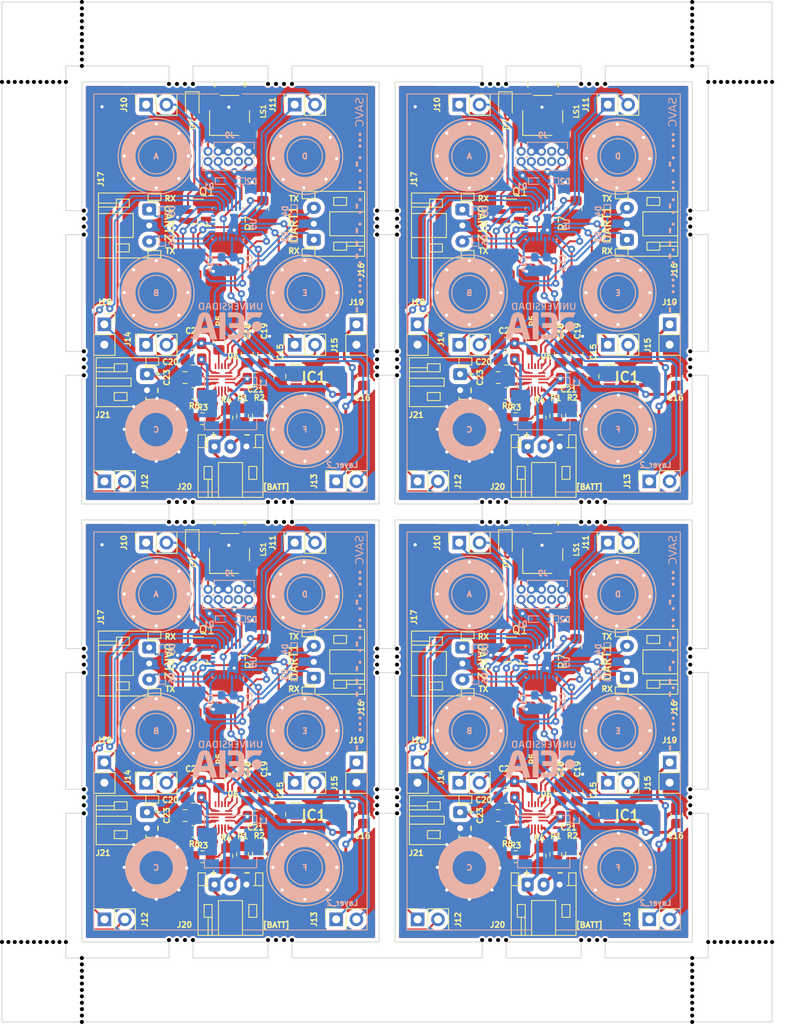
<source format=kicad_pcb>
(kicad_pcb (version 20241229) (generator "pcbnew") (generator_version "9.0")
  (layers (0 "F.Cu" signal) (2 "B.Cu" signal) (13 "F.Paste" user) (15 "B.Paste" user) (5 "F.SilkS" user "F.Silkscreen") (7 "B.SilkS" user "B.Silkscreen") (1 "F.Mask" user) (3 "B.Mask" user) (25 "Edge.Cuts" user))
  (net 0 "")
  (net 1 "Board_0-+3.3V")
  (net 2 "Board_0-+7.5V")
  (net 3 "Board_0-/MCU/NRST")
  (net 4 "Board_0-/MCU/PA13")
  (net 5 "Board_0-/MCU/PA14")
  (net 6 "Board_0-/Power_suply/Batt2")
  (net 7 "Board_0-/Power_suply/VCC")
  (net 8 "Board_0-A1")
  (net 9 "Board_0-A2")
  (net 10 "Board_0-ACOK")
  (net 11 "Board_0-B1")
  (net 12 "Board_0-B2")
  (net 13 "Board_0-BUZZER")
  (net 14 "Board_0-C1")
  (net 15 "Board_0-C2")
  (net 16 "Board_0-D1")
  (net 17 "Board_0-D2")
  (net 18 "Board_0-E1")
  (net 19 "Board_0-E2")
  (net 20 "Board_0-F1")
  (net 21 "Board_0-F2")
  (net 22 "Board_0-GND")
  (net 23 "Board_0-I2C1_SCL")
  (net 24 "Board_0-I2C1_SDA")
  (net 25 "Board_0-Net-(C20-Pad1)")
  (net 26 "Board_0-Net-(D7-A)")
  (net 27 "Board_0-Net-(IC1-EN)")
  (net 28 "Board_0-Net-(U6-BST)")
  (net 29 "Board_0-Net-(U6-CV)")
  (net 30 "Board_0-Net-(U6-ISET)")
  (net 31 "Board_0-Net-(U6-MID)")
  (net 32 "Board_0-Net-(U6-NTC)")
  (net 33 "Board_0-Net-(U6-VLIM)")
  (net 34 "Board_0-STAT")
  (net 35 "Board_0-USART1_RX")
  (net 36 "Board_0-USART1_TX")
  (net 37 "Board_0-USART2_RX")
  (net 38 "Board_0-USART2_TX")
  (net 39 "Board_0-VEE")
  (net 40 "Board_0-unconnected-(IC1-FB{slash}NC-Pad6)")
  (net 41 "Board_0-unconnected-(IC1-NC-Pad3)")
  (net 42 "Board_0-unconnected-(IC1-PG-Pad7)")
  (net 43 "Board_0-unconnected-(J9-KEY-Pad7)")
  (net 44 "Board_0-unconnected-(J9-NC{slash}TDI-Pad8)")
  (net 45 "Board_0-unconnected-(J9-SWO{slash}TDO-Pad6)")
  (net 46 "Board_0-unconnected-(U5-PA0-Pad6)")
  (net 47 "Board_0-unconnected-(U5-PA6-Pad12)")
  (net 48 "Board_0-unconnected-(U5-PA7-Pad13)")
  (net 49 "Board_0-unconnected-(U5-PC15-OSCX_OUT-Pad2)")
  (net 50 "Board_1-+3.3V")
  (net 51 "Board_1-+7.5V")
  (net 52 "Board_1-/MCU/NRST")
  (net 53 "Board_1-/MCU/PA13")
  (net 54 "Board_1-/MCU/PA14")
  (net 55 "Board_1-/Power_suply/Batt2")
  (net 56 "Board_1-/Power_suply/VCC")
  (net 57 "Board_1-A1")
  (net 58 "Board_1-A2")
  (net 59 "Board_1-ACOK")
  (net 60 "Board_1-B1")
  (net 61 "Board_1-B2")
  (net 62 "Board_1-BUZZER")
  (net 63 "Board_1-C1")
  (net 64 "Board_1-C2")
  (net 65 "Board_1-D1")
  (net 66 "Board_1-D2")
  (net 67 "Board_1-E1")
  (net 68 "Board_1-E2")
  (net 69 "Board_1-F1")
  (net 70 "Board_1-F2")
  (net 71 "Board_1-GND")
  (net 72 "Board_1-I2C1_SCL")
  (net 73 "Board_1-I2C1_SDA")
  (net 74 "Board_1-Net-(C20-Pad1)")
  (net 75 "Board_1-Net-(D7-A)")
  (net 76 "Board_1-Net-(IC1-EN)")
  (net 77 "Board_1-Net-(U6-BST)")
  (net 78 "Board_1-Net-(U6-CV)")
  (net 79 "Board_1-Net-(U6-ISET)")
  (net 80 "Board_1-Net-(U6-MID)")
  (net 81 "Board_1-Net-(U6-NTC)")
  (net 82 "Board_1-Net-(U6-VLIM)")
  (net 83 "Board_1-STAT")
  (net 84 "Board_1-USART1_RX")
  (net 85 "Board_1-USART1_TX")
  (net 86 "Board_1-USART2_RX")
  (net 87 "Board_1-USART2_TX")
  (net 88 "Board_1-VEE")
  (net 89 "Board_1-unconnected-(IC1-FB{slash}NC-Pad6)")
  (net 90 "Board_1-unconnected-(IC1-NC-Pad3)")
  (net 91 "Board_1-unconnected-(IC1-PG-Pad7)")
  (net 92 "Board_1-unconnected-(J9-KEY-Pad7)")
  (net 93 "Board_1-unconnected-(J9-NC{slash}TDI-Pad8)")
  (net 94 "Board_1-unconnected-(J9-SWO{slash}TDO-Pad6)")
  (net 95 "Board_1-unconnected-(U5-PA0-Pad6)")
  (net 96 "Board_1-unconnected-(U5-PA6-Pad12)")
  (net 97 "Board_1-unconnected-(U5-PA7-Pad13)")
  (net 98 "Board_1-unconnected-(U5-PC15-OSCX_OUT-Pad2)")
  (net 99 "Board_2-+3.3V")
  (net 100 "Board_2-+7.5V")
  (net 101 "Board_2-/MCU/NRST")
  (net 102 "Board_2-/MCU/PA13")
  (net 103 "Board_2-/MCU/PA14")
  (net 104 "Board_2-/Power_suply/Batt2")
  (net 105 "Board_2-/Power_suply/VCC")
  (net 106 "Board_2-A1")
  (net 107 "Board_2-A2")
  (net 108 "Board_2-ACOK")
  (net 109 "Board_2-B1")
  (net 110 "Board_2-B2")
  (net 111 "Board_2-BUZZER")
  (net 112 "Board_2-C1")
  (net 113 "Board_2-C2")
  (net 114 "Board_2-D1")
  (net 115 "Board_2-D2")
  (net 116 "Board_2-E1")
  (net 117 "Board_2-E2")
  (net 118 "Board_2-F1")
  (net 119 "Board_2-F2")
  (net 120 "Board_2-GND")
  (net 121 "Board_2-I2C1_SCL")
  (net 122 "Board_2-I2C1_SDA")
  (net 123 "Board_2-Net-(C20-Pad1)")
  (net 124 "Board_2-Net-(D7-A)")
  (net 125 "Board_2-Net-(IC1-EN)")
  (net 126 "Board_2-Net-(U6-BST)")
  (net 127 "Board_2-Net-(U6-CV)")
  (net 128 "Board_2-Net-(U6-ISET)")
  (net 129 "Board_2-Net-(U6-MID)")
  (net 130 "Board_2-Net-(U6-NTC)")
  (net 131 "Board_2-Net-(U6-VLIM)")
  (net 132 "Board_2-STAT")
  (net 133 "Board_2-USART1_RX")
  (net 134 "Board_2-USART1_TX")
  (net 135 "Board_2-USART2_RX")
  (net 136 "Board_2-USART2_TX")
  (net 137 "Board_2-VEE")
  (net 138 "Board_2-unconnected-(IC1-FB{slash}NC-Pad6)")
  (net 139 "Board_2-unconnected-(IC1-NC-Pad3)")
  (net 140 "Board_2-unconnected-(IC1-PG-Pad7)")
  (net 141 "Board_2-unconnected-(J9-KEY-Pad7)")
  (net 142 "Board_2-unconnected-(J9-NC{slash}TDI-Pad8)")
  (net 143 "Board_2-unconnected-(J9-SWO{slash}TDO-Pad6)")
  (net 144 "Board_2-unconnected-(U5-PA0-Pad6)")
  (net 145 "Board_2-unconnected-(U5-PA6-Pad12)")
  (net 146 "Board_2-unconnected-(U5-PA7-Pad13)")
  (net 147 "Board_2-unconnected-(U5-PC15-OSCX_OUT-Pad2)")
  (net 148 "Board_3-+3.3V")
  (net 149 "Board_3-+7.5V")
  (net 150 "Board_3-/MCU/NRST")
  (net 151 "Board_3-/MCU/PA13")
  (net 152 "Board_3-/MCU/PA14")
  (net 153 "Board_3-/Power_suply/Batt2")
  (net 154 "Board_3-/Power_suply/VCC")
  (net 155 "Board_3-A1")
  (net 156 "Board_3-A2")
  (net 157 "Board_3-ACOK")
  (net 158 "Board_3-B1")
  (net 159 "Board_3-B2")
  (net 160 "Board_3-BUZZER")
  (net 161 "Board_3-C1")
  (net 162 "Board_3-C2")
  (net 163 "Board_3-D1")
  (net 164 "Board_3-D2")
  (net 165 "Board_3-E1")
  (net 166 "Board_3-E2")
  (net 167 "Board_3-F1")
  (net 168 "Board_3-F2")
  (net 169 "Board_3-GND")
  (net 170 "Board_3-I2C1_SCL")
  (net 171 "Board_3-I2C1_SDA")
  (net 172 "Board_3-Net-(C20-Pad1)")
  (net 173 "Board_3-Net-(D7-A)")
  (net 174 "Board_3-Net-(IC1-EN)")
  (net 175 "Board_3-Net-(U6-BST)")
  (net 176 "Board_3-Net-(U6-CV)")
  (net 177 "Board_3-Net-(U6-ISET)")
  (net 178 "Board_3-Net-(U6-MID)")
  (net 179 "Board_3-Net-(U6-NTC)")
  (net 180 "Board_3-Net-(U6-VLIM)")
  (net 181 "Board_3-STAT")
  (net 182 "Board_3-USART1_RX")
  (net 183 "Board_3-USART1_TX")
  (net 184 "Board_3-USART2_RX")
  (net 185 "Board_3-USART2_TX")
  (net 186 "Board_3-VEE")
  (net 187 "Board_3-unconnected-(IC1-FB{slash}NC-Pad6)")
  (net 188 "Board_3-unconnected-(IC1-NC-Pad3)")
  (net 189 "Board_3-unconnected-(IC1-PG-Pad7)")
  (net 190 "Board_3-unconnected-(J9-KEY-Pad7)")
  (net 191 "Board_3-unconnected-(J9-NC{slash}TDI-Pad8)")
  (net 192 "Board_3-unconnected-(J9-SWO{slash}TDO-Pad6)")
  (net 193 "Board_3-unconnected-(U5-PA0-Pad6)")
  (net 194 "Board_3-unconnected-(U5-PA6-Pad12)")
  (net 195 "Board_3-unconnected-(U5-PA7-Pad13)")
  (net 196 "Board_3-unconnected-(U5-PC15-OSCX_OUT-Pad2)")
  (footprint "NPTH" (layer "F.Cu") (at 175.8 30.25)
    (property "Reference" "KiKit_MB_14_4" (hide yes))
    (property "Value" "NPTH" (hide yes))
  )
  (footprint "NPTH" (layer "F.Cu") (at 147.25 101.9)
    (property "Reference" "KiKit_MB_19_2" (hide yes))
    (property "Value" "NPTH" (hide yes))
  )
  (footprint "NPTH" (layer "F.Cu") (at 163.4 137.35)
    (property "Reference" "KiKit_MB_31_1" (hide yes))
    (property "Value" "NPTH" (hide yes))
  )
  (footprint "NPTH" (layer "F.Cu") (at 110.3 143.6)
    (property "Reference" "KiKit_MB_35_6" (hide yes))
    (property "Value" "NPTH" (hide yes))
  )
  (footprint "NPTH" (layer "F.Cu") (at 160.4 137.35)
    (property "Reference" "KiKit_MB_31_4" (hide yes))
    (property "Value" "NPTH" (hide yes))
  )
  (footprint "Connector_JST:JST_PH_S3B-PH-K_1x03_P2.00mm_Horizontal" (layer "F.Cu") (at 118.73 45.96 -90)
    (property "Reference" "J17")
    (property "Value" "Conn_01x03_Male")
  )
  (footprint "NPTH" (layer "F.Cu") (at 149.75 121.5)
    (property "Reference" "KiKit_MB_26_1" (hide yes))
    (property "Value" "NPTH" (hide yes))
  )
  (footprint "Resistor_SMD:R_0805_2012Metric_Pad1.20x1.40mm_HandSolder" (layer "F.Cu") (at 172.145 45.86 -90)
    (property "Reference" "R7")
    (property "Value" "10K")
  )
  (footprint "Connector_JST:JST_PH_S2B-PH-K_1x02_P2.00mm_Horizontal" (layer "F.Cu") (at 118.45 66.56 -90)
    (property "Reference" "J21")
    (property "Value" "Conn_01x02_Male")
  )
  (footprint "NPTH" (layer "F.Cu") (at 149.75 48.1)
    (property "Reference" "KiKit_MB_9_2" (hide yes))
    (property "Value" "NPTH" (hide yes))
  )
  (footprint "NPTH" (layer "F.Cu") (at 147.25 47.1)
    (property "Reference" "KiKit_MB_3_2" (hide yes))
    (property "Value" "NPTH" (hide yes))
  )
  (footprint "Connector_PinSocket_2.54mm:PinSocket_1x02_P2.54mm_Vertical" (layer "F.Cu") (at 183.87 60.33)
    (property "Reference" "J19")
    (property "Value" "Conn_01x02_Female")
  )
  (footprint "Connector_PinSocket_2.54mm:PinSocket_1x02_P2.54mm_Vertical" (layer "F.Cu") (at 157.54 32.84 90)
    (property "Reference" "J10")
    (property "Value" "Conn_01x02_Female")
  )
  (footprint "NPTH" (layer "F.Cu") (at 133.6 30.25)
    (property "Reference" "KiKit_MB_6_1" (hide yes))
    (property "Value" "NPTH" (hide yes))
  )
  (footprint "NPTH" (layer "F.Cu") (at 186.7 140.4)
    (property "Reference" "KiKit_MB_36_2" (hide yes))
    (property "Value" "NPTH" (hide yes))
  )
  (footprint "Connector_PinSocket_2.54mm:PinSocket_1x02_P2.54mm_Vertical" (layer "F.Cu") (at 176.14 87.64 90)
    (property "Reference" "J11")
    (property "Value" "Conn_01x02_Female")
  )
  (footprint "NPTH" (layer "F.Cu") (at 186.7 146.8)
    (property "Reference" "KiKit_MB_36_10" (hide yes))
    (property "Value" "NPTH" (hide yes))
  )
  (footprint "NPTH" (layer "F.Cu") (at 160.4 30.25)
    (property "Reference" "KiKit_MB_13_1" (hide yes))
    (property "Value" "NPTH" (hide yes))
  )
  (footprint "NPTH" (layer "F.Cu") (at 121.2 30.25)
    (property "Reference" "KiKit_MB_5_1" (hide yes))
    (property "Value" "NPTH" (hide yes))
  )
  (footprint "Resistor_SMD:R_0805_2012Metric_Pad1.20x1.40mm_HandSolder" (layer "F.Cu") (at 166.65 117.32 -90)
    (property "Reference" "R5")
    (property "Value" "30k")
  )
  (footprint "NPTH" (layer "F.Cu") (at 110.55 103.9)
    (property "Reference" "KiKit_MB_17_1" (hide yes))
    (property "Value" "NPTH" (hide yes))
  )
  (footprint "Connector_JST:JST_PH_S3B-PH-K_1x03_P2.00mm_Horizontal" (layer "F.Cu") (at 139.33 104.55 90)
    (property "Reference" "J16")
    (property "Value" "Conn_01x03_Male")
  )
  (footprint "NPTH" (layer "F.Cu") (at 172.8 137.35)
    (property "Reference" "KiKit_MB_32_4" (hide yes))
    (property "Value" "NPTH" (hide yes))
  )
  (footprint "NPTH" (layer "F.Cu") (at 110.55 102.9)
    (property "Reference" "KiKit_MB_17_2" (hide yes))
    (property "Value" "NPTH" (hide yes))
  )
  (footprint "Connector_JST:JST_PH_S2B-PH-K_1x02_P2.00mm_Horizontal" (layer "F.Cu") (at 157.65 121.36 -90)
    (property "Reference" "J21")
    (property "Value" "Conn_01x02_Male")
  )
  (footprint "NPTH" (layer "F.Cu") (at 110.3 24)
    (property "Reference" "KiKit_MB_33_6" (hide yes))
    (property "Value" "NPTH" (hide yes))
  )
  (footprint "Connector_JST:JST_PH_S3B-PH-K_1x03_P2.00mm_Horizontal" (layer "F.Cu") (at 118.73 100.76 -90)
    (property "Reference" "J17")
    (property "Value" "Conn_01x03_Male")
  )
  (footprint "NPTH" (layer "F.Cu") (at 149.75 64.7)
    (property "Reference" "KiKit_MB_10_3" (hide yes))
    (property "Value" "NPTH" (hide yes))
  )
  (footprint "NPTH" (layer "F.Cu") (at 110.55 66.7)
    (property "Reference" "KiKit_MB_2_1" (hide yes))
    (property "Value" "NPTH" (hide yes))
  )
  (footprint "NPTH" (layer "F.Cu") (at 105.1 30)
    (property "Reference" "KiKit_MB_37_7" (hide yes))
    (property "Value" "NPTH" (hide yes))
  )
  (footprint "NPTH" (layer "F.Cu") (at 163.4 85.05)
    (property "Reference" "KiKit_MB_29_4" (hide yes))
    (property "Value" "NPTH" (hide yes))
  )
  (footprint "Capacitor_SMD:C_0805_2012Metric_Pad1.18x1.45mm_HandSolder" (layer "F.Cu") (at 123.2125 66.98 180)
    (property "Reference" "C23")
    (property "Value" "1uF")
  )
  (footprint "NPTH" (layer "F.Cu") (at 121.2 85.05)
    (property "Reference" "KiKit_MB_21_1" (hide yes))
    (property "Value" "NPTH" (hide yes))
  )
  (footprint "NPTH" (layer "F.Cu") (at 149.75 46.1)
    (property "Reference" "KiKit_MB_9_4" (hide yes))
    (property "Value" "NPTH" (hide yes))
  )
  (footprint "NPTH" (layer "F.Cu") (at 186.45 46.1)
    (property "Reference" "KiKit_MB_11_1" (hide yes))
    (property "Value" "NPTH" (hide yes))
  )
  (footprint "NPTH" (layer "F.Cu") (at 110.3 139.6)
    (property "Reference" "KiKit_MB_35_1" (hide yes))
    (property "Value" "NPTH" (hide yes))
  )
  (footprint "NPTH" (layer "F.Cu") (at 123.2 85.05)
    (property "Reference" "KiKit_MB_21_3" (hide yes))
    (property "Value" "NPTH" (hide yes))
  )
  (footprint "NPTH" (layer "F.Cu") (at 136.6 82.55)
    (property "Reference" "KiKit_MB_8_1" (hide yes))
    (property "Value" "NPTH" (hide yes))
  )
  (footprint "NPTH" (layer "F.Cu") (at 186.7 27.2)
    (property "Reference" "KiKit_MB_34_10" (hide yes))
    (property "Value" "NPTH" (hide yes))
  )
  (footprint "NPTH" (layer "F.Cu") (at 186.45 119.5)
    (property "Reference" "KiKit_MB_28_2" (hide yes))
    (property "Value" "NPTH" (hide yes))
  )
  (footprint "Connector_PinSocket_2.54mm:PinSocket_1x02_P2.54mm_Vertical" (layer "F.Cu") (at 144.67 60.33)
    (property "Reference" "J19")
    (property "Value" "Conn_01x02_Female")
  )
  (footprint "NPTH" (layer "F.Cu") (at 135.6 82.55)
    (property "Reference" "KiKit_MB_8_2" (hide yes))
    (property "Value" "NPTH" (hide yes))
  )
  (footprint "NPTH" (layer "F.Cu") (at 189.5 30)
    (property "Reference" "KiKit_MB_39_2" (hide yes))
    (property "Value" "NPTH" (hide yes))
  )
  (footprint "imports:QFN-18_2MMx3MM_MP2672_MNP_MPS" (layer "F.Cu") (at 167.029999 67.009999)
    (property "Reference" "U6")
    (property "Value" "MP2672GD-0000-P")
  )
  (footprint "NPTH" (layer "F.Cu") (at 103.5 30)
    (property "Reference" "KiKit_MB_37_5" (hide yes))
    (property "Value" "NPTH" (hide yes))
  )
  (footprint "Capacitor_SMD:C_0805_2012Metric_Pad1.18x1.45mm_HandSolder" (layer "F.Cu") (at 163.4625 119.49 180)
    (property "Reference" "C20")
    (property "Value" "100nF")
  )
  (footprint "NPTH" (layer "F.Cu") (at 121.2 82.55)
    (property "Reference" "KiKit_MB_7_4" (hide yes))
    (property "Value" "NPTH" (hide yes))
  )
  (footprint "NPTH" (layer "F.Cu") (at 123.2 30.25)
    (property "Reference" "KiKit_MB_5_3" (hide yes))
    (property "Value" "NPTH" (hide yes))
  )
  (footprint "Resistor_SMD:R_0805_2012Metric_Pad1.20x1.40mm_HandSolder" (layer "F.Cu") (at 124.27 123.77)
    (property "Reference" "R6")
    (property "Value" "24k")
  )
  (footprint "Diode_SMD:D_SOD-323" (layer "F.Cu") (at 124.115 87.65 -90)
    (property "Reference" "D7")
    (property "Value" "D")
  )
  (footprint "NPTH" (layer "F.Cu") (at 174.8 137.35)
    (property "Reference" "KiKit_MB_32_2" (hide yes))
    (property "Value" "NPTH" (hide yes))
  )
  (footprint "Connector_JST:JST_PH_S3B-PH-K_1x03_P2.00mm_Horizontal" (layer "F.Cu") (at 166.1 130.41)
    (property "Reference" "J20")
    (property "Value" "Conn_01x03_Male")
  )
  (footprint "Capacitor_SMD:C_0805_2012Metric_Pad1.18x1.45mm_HandSolder" (layer "F.Cu") (at 170.19 118.8925 90)
    (property "Reference" "C18")
    (property "Value" "22uF")
  )
  (footprint "NPTH" (layer "F.Cu") (at 135.6 137.35)
    (property "Reference" "KiKit_MB_24_2" (hide yes))
    (property "Value" "NPTH" (hide yes))
  )
  (footprint "NPTH" (layer "F.Cu") (at 161.4 85.05)
    (property "Reference" "KiKit_MB_29_2" (hide yes))
    (property "Value" "NPTH" (hide yes))
  )
  (footprint "NPTH" (layer "F.Cu") (at 134.6 30.25)
    (property "Reference" "KiKit_MB_6_2" (hide yes))
    (property "Value" "NPTH" (hide yes))
  )
  (footprint "Resistor_SMD:R_0805_2012Metric_Pad1.20x1.40mm_HandSolder" (layer "F.Cu") (at 128.445 72.02 90)
    (property "Reference" "R4")
    (property "Value" "10k")
  )
  (footprint "NPTH" (layer "F.Cu") (at 134.6 82.55)
    (property "Reference" "KiKit_MB_8_3" (hide yes))
    (property "Value" "NPTH" (hide yes))
  )
  (footprint "Resistor_SMD:R_0805_2012Metric_Pad1.20x1.40mm_HandSolder" (layer "F.Cu") (at 167.645 126.82 90)
    (property "Reference" "R4")
    (property "Value" "10k")
  )
  (footprint "Connector_JST:JST_PH_S3B-PH-K_1x03_P2.00mm_Horizontal" (layer "F.Cu") (at 126.9 130.41)
    (property "Reference" "J20")
    (property "Value" "Conn_01x03_Male")
  )
  (footprint "Connector_PinSocket_2.54mm:PinSocket_1x02_P2.54mm_Vertical" (layer "F.Cu") (at 157.54 117.68 90)
    (property "Reference" "J14")
    (property "Value" "Conn_01x02_Female")
  )
  (footprint "NPTH" (layer "F.Cu") (at 147.25 65.7)
    (property "Reference" "KiKit_MB_4_3" (hide yes))
    (property "Value" "NPTH" (hide yes))
  )
  (footprint "NPTH" (layer "F.Cu") (at 160.4 82.55)
    (property "Reference" "KiKit_MB_15_4" (hide yes))
    (property "Value" "NPTH" (hide yes))
  )
  (footprint "NPTH" (layer "F.Cu") (at 101.9 30)
    (property "Reference" "KiKit_MB_37_3" (hide yes))
    (property "Value" "NPTH" (hide yes))
  )
  (footprint "Connector_JST:JST_PH_S3B-PH-K_1x03_P2.00mm_Horizontal" (layer "F.Cu") (at 139.33 49.75 90)
    (property "Reference" "J16")
    (property "Value" "Conn_01x03_Male")
  )
  (footprint "NPTH" (layer "F.Cu") (at 135.6 85.05)
    (property "Reference" "KiKit_MB_22_3" (hide yes))
    (property "Value" "NPTH" (hide yes))
  )
  (footprint "NPTH" (layer "F.Cu") (at 195.1 30)
    (property "Reference" "KiKit_MB_39_9" (hide yes))
    (property "Value" "NPTH" (hide yes))
  )
  (footprint "Capacitor_SMD:C_0805_2012Metric_Pad1.18x1.45mm_HandSolder" (layer "F.Cu") (at 184.78 66.94 90)
    (property "Reference" "C16")
    (property "Value" "10uF")
  )
  (footprint "NPTH" (layer "F.Cu") (at 195.9 137.6)
    (property "Reference" "KiKit_MB_40_10" (hide yes))
    (property "Value" "NPTH" (hide yes))
  )
  (footprint "NPTH" (layer "F.Cu") (at 186.7 23.2)
    (property "Reference" "KiKit_MB_34_5" (hide yes))
    (property "Value" "NPTH" (hide yes))
  )
  (footprint "NPTH" (layer "F.Cu") (at 173.8 82.55)
    (property "Reference" "KiKit_MB_16_3" (hide yes))
    (property "Value" "NPTH" (hide yes))
  )
  (footprint "NPTH" (layer "F.Cu") (at 110.55 49.1)
    (property "Reference" "KiKit_MB_1_1" (hide yes))
    (property "Value" "NPTH" (hide yes))
  )
  (footprint "NPTH" (layer "F.Cu") (at 107.5 30)
    (property "Reference" "KiKit_MB_37_10" (hide yes))
    (property "Value" "NPTH" (hide yes))
  )
  (footprint "NPTH" (layer "F.Cu") (at 110.3 142.8)
    (property "Reference" "KiKit_MB_35_5" (hide yes))
    (property "Value" "NPTH" (hide yes))
  )
  (footprint "NPTH" (layer "F.Cu") (at 110.55 120.5)
    (property "Reference" "KiKit_MB_18_2" (hide yes))
    (property "Value" "NPTH" (hide yes))
  )
  (footprint "NPTH" (layer "F.Cu") (at 186.45 63.7)
    (property "Reference" "KiKit_MB_12_1" (hide yes))
    (property "Value" "NPTH" (hide yes))
  )
  (footprint "NPTH" (layer "F.Cu") (at 123.2 137.35)
    (property "Reference" "KiKit_MB_23_2" (hide yes))
    (property "Value" "NPTH" (hide yes))
  )
  (footprint "CMT-0525-75-SMT-TR:XDCR_CMT-0525-75-SMT-TR" (layer "F.Cu") (at 128.785 88.99 -90)
    (property "Reference" "LS1")
    (property "Value" "CMT-0525-75-SMT-TR")
  )
  (footprint "NPTH" (layer "F.Cu") (at 110.55 101.9)
    (property "Reference" "KiKit_MB_17_3" (hide yes))
    (property "Value" "NPTH" (hide yes))
  )
  (footprint "NPTH" (layer "F.Cu") (at 186.7 144.4)
    (property "Reference" "KiKit_MB_36_7" (hide yes))
    (property "Value" "NPTH" (hide yes))
  )
  (footprint "KiCad:SOP65P490X110-9N" (layer "F.Cu") (at 139.355 66.94)
    (property "Reference" "IC1")
    (property "Value" "AP7583AQ-33MP-13" (hide yes))
  )
  (footprint "Capacitor_SMD:C_0805_2012Metric_Pad1.18x1.45mm_HandSolder" (layer "F.Cu") (at 162.4125 121.78 180)
    (property "Reference" "C23")
    (property "Value" "1uF")
  )
  (footprint "Capacitor_SMD:C_0805_2012Metric_Pad1.18x1.45mm_HandSolder" (layer "F.Cu") (at 162.4125 66.98 180)
    (property "Reference" "C23")
    (property "Value" "1uF")
  )
  (footprint "Connector_JST:JST_PH_S2B-PH-K_1x02_P2.00mm_Horizontal" (layer "F.Cu") (at 157.65 66.56 -90)
    (property "Reference" "J21")
    (property "Value" "Conn_01x02_Male")
  )
  (footprint "NPTH" (layer "F.Cu") (at 101.9 137.6)
    (property "Reference" "KiKit_MB_38_3" (hide yes))
    (property "Value" "NPTH" (hide yes))
  )
  (footprint "NPTH" (layer "F.Cu") (at 186.7 139.6)
    (property "Reference" "KiKit_MB_36_1" (hide yes))
    (property "Value" "NPTH" (hide yes))
  )
  (footprint "Connector_PinSocket_2.54mm:PinSocket_1x02_P2.54mm_Vertical" (layer "F.Cu") (at 176.14 62.88 90)
    (property "Reference" "J15")
    (property "Value" "Conn_01x02_Female")
  )
  (footprint "NPTH" (layer "F.Cu") (at 196.7 30)
    (property "Reference" "KiKit_MB_39_11" (hide yes))
    (property "Value" "NPTH" (hide yes))
  )
  (footprint "NPTH" (layer "F.Cu") (at 186.7 25.6)
    (property "Reference" "KiKit_MB_34_8" (hide yes))
    (property "Value" "NPTH" (hide yes))
  )
  (footprint "NPTH" (layer "F.Cu") (at 186.45 66.7)
    (property "Reference" "KiKit_MB_12_4" (hide yes))
    (property "Value" "NPTH" (hide yes))
  )
  (footprint "NPTH" (layer "F.Cu") (at 186.7 146)
    (property "Reference" "KiKit_MB_36_9" (hide yes))
    (property "Value" "NPTH" (hide yes))
  )
  (footprint "NPTH" (layer "F.Cu") (at 191.1 30)
    (property "Reference" "KiKit_MB_39_4" (hide yes))
    (property "Value" "NPTH" (hide yes))
  )
  (footprint "NPTH" (layer "F.Cu") (at 110.55 118.5)
    (property "Reference" "KiKit_MB_18_4" (hide yes))
    (property "Value" "NPTH" (hide yes))
  )
  (footprint "NPTH" (layer "F.Cu") (at 149.75 63.7)
    (property "Reference" "KiKit_MB_10_4" (hide yes))
    (property "Value" "NPTH" (hide yes))
  )
  (footprint "Capacitor_SMD:C_0805_2012Metric_Pad1.18x1.45mm_HandSolder" (layer "F.Cu") (at 130.99 118.8925 90)
    (property "Reference" "C18")
    (property "Value" "22uF")
  )
  (footprint "NPTH" (layer "F.Cu") (at 135.6 30.25)
    (property "Reference" "KiKit_MB_6_3" (hide yes))
    (property "Value" "NPTH" (hide yes))
  )
  (footprint "NPTH" (layer "F.Cu") (at 122.2 30.25)
    (property "Reference" "KiKit_MB_5_2" (hide yes))
    (property "Value" "NPTH" (hide yes))
  )
  (footprint "Resistor_SMD:R_0805_2012Metric_Pad1.20x1.40mm_HandSolder" (layer "F.Cu") (at 166.65 62.52 -90)
    (property "Reference" "R5")
    (property "Value" "30k")
  )
  (footprint "NPTH" (layer "F.Cu") (at 107.5 137.6)
    (property "Reference" "KiKit_MB_38_10" (hide yes))
    (property "Value" "NPTH" (hide yes))
  )
  (footprint "NPTH" (layer "F.Cu") (at 133.6 82.55)
    (property "Reference" "KiKit_MB_8_4" (hide yes))
    (property "Value" "NPTH" (hide yes))
  )
  (footprint "NPTH" (layer "F.Cu") (at 121.2 137.35)
    (property "Reference" "KiKit_MB_23_4" (hide yes))
    (property "Value" "NPTH" (hide yes))
  )
  (footprint "Connector_PinSocket_2.54mm:PinSocket_1x02_P2.54mm_Vertical" (layer "F.Cu") (at 183.87 115.13)
    (property "Reference" "J19")
    (property "Value" "Conn_01x02_Female")
  )
  (footprint "NPTH" (layer "F.Cu") (at 147.25 120.5)
    (property "Reference" "KiKit_MB_20_3" (hide yes))
    (property "Value" "NPTH" (hide yes))
  )
  (footprint "Resistor_SMD:R_0805_2012Metric_Pad1.20x1.40mm_HandSolder" (layer "F.Cu") (at 163.47 123.77)
    (property "Reference" "R6")
    (property "Value" "24k")
  )
  (footprint "NPTH" (layer "F.Cu") (at 149.75 65.7)
    (property "Reference" "KiKit_MB_10_2" (hide yes))
    (property "Value" "NPTH" (hide yes))
  )
  (footprint "Capacitor_SMD:C_0805_2012Metric_Pad1.18x1.45mm_HandSolder" (layer "F.Cu") (at 124.2325 62.7 180)
    (property "Reference" "C22")
    (property "Value" "10uF")
  )
  (footprint "Capacitor_SMD:C_0805_2012Metric_Pad1.18x1.45mm_HandSolder" (layer "F.Cu") (at 172.27 64.1025 90)
    (property "Reference" "C19")
    (property "Value" "22uF")
  )
  (footprint "Capacitor_SMD:C_0805_2012Metric_Pad1.18x1.45mm_HandSolder" (layer "F.Cu") (at 124.2325 117.5 180)
    (property "Reference" "C22")
    (property "Value" "10uF")
  )
  (footprint "Capacitor_SMD:C_0805_2012Metric_Pad1.18x1.45mm_HandSolder" (layer "F.Cu") (at 174.28 121.63 -90)
    (property "Reference" "C15")
    (property "Value" "1uF")
  )
  (footprint "NPTH" (layer "F.Cu") (at 147.25 49.1)
    (property "Reference" "KiKit_MB_3_4" (hide yes))
    (property "Value" "NPTH" (hide yes))
  )
  (footprint "NPTH" (layer "F.Cu") (at 188.7 30)
    (property "Reference" "KiKit_MB_39_1" (hide yes))
    (property "Value" "NPTH" (hide yes))
  )
  (footprint "NPTH" (layer "F.Cu") (at 188.7 137.6)
    (property "Reference" "KiKit_MB_40_1" (hide yes))
    (property "Value" "NPTH" (hide yes))
  )
  (footprint "Resistor_SMD:R_0805_2012Metric_Pad1.20x1.40mm_HandSolder" (layer "F.Cu") (at 125.405 72.13 180)
    (property "Reference" "R3")
    (property "Value" "28.7k")
  )
  (footprint "NPTH" (layer "F.Cu") (at 110.55 65.7)
    (property "Reference" "KiKit_MB_2_2" (hide yes))
    (property "Value" "NPTH" (hide yes))
  )
  (footprint "Resistor_SMD:R_0805_2012Metric_Pad1.20x1.40mm_HandSolder" (layer "F.Cu") (at 132.945 100.66 -90)
    (property "Reference" "R7")
    (property "Value" "10K")
  )
  (footprint "Connector_PinSocket_2.54mm:PinSocket_1x02_P2.54mm_Vertical" (layer "F.Cu") (at 181.33 79.965 90)
    (property "Reference" "J13")
    (property "Value" "Conn_01x02_Female")
  )
  (footprint "NPTH" (layer "F.Cu") (at 110.3 24.8)
    (property "Reference" "KiKit_MB_33_7" (hide yes))
    (property "Value" "NPTH" (hide yes))
  )
  (footprint "NPTH" (layer "F.Cu") (at 149.75 103.9)
    (property "Reference" "KiKit_MB_25_1" (hide yes))
    (property "Value" "NPTH" (hide yes))
  )
  (footprint "Diode_SMD:D_SOD-323" (layer "F.Cu") (at 124.115 32.85 -90)
    (property "Reference" "D7")
    (property "Value" "D")
  )
  (footprint "Connector_PinSocket_2.54mm:PinSocket_1x02_P2.54mm_Vertical" (layer "F.Cu") (at 157.54 87.64 90)
    (property "Reference" "J10")
    (property "Value" "Conn_01x02_Female")
  )
  (footprint "NPTH" (layer "F.Cu") (at 173.8 85.05)
    (property "Reference" "KiKit_MB_30_2" (hide yes))
    (property "Value" "NPTH" (hide yes))
  )
  (footprint "NPTH" (layer "F.Cu") (at 147.25 66.7)
    (property "Reference" "KiKit_MB_4_4" (hide yes))
    (property "Value" "NPTH" (hide yes))
  )
  (footprint "Connector_PinSocket_2.54mm:PinSocket_1x02_P2.54mm_Vertical" (layer "F.Cu") (at 118.34 62.88 90)
    (property "Reference" "J14")
    (property "Value" "Conn_01x02_Female")
  )
  (footprint "CMT-0525-75-SMT-TR:XDCR_CMT-0525-75-SMT-TR" (layer "F.Cu") (at 167.985 34.19 -90)
    (property "Reference" "LS1")
    (property "Value" "CMT-0525-75-SMT-TR")
  )
  (footprint "Resistor_SMD:R_0805_2012Metric_Pad1.20x1.40mm_HandSolder" (layer "F.Cu") (at 171.6 126.55 -90)
    (property "Reference" "R1")
    (property "Value" "330R")
  )
  (footprint "Connector_JST:JST_PH_S3B-PH-K_1x03_P2.00mm_Horizontal" (layer "F.Cu") (at 157.93 100.76 -90)
    (property "Reference" "J17")
    (property "Value" "Conn_01x03_Male")
  )
  (footprint "Resistor_SMD:R_0805_2012Metric_Pad1.20x1.40mm_HandSolder" (layer "F.Cu") (at 169.62 126.63 -90)
    (property "Reference" "R2")
    (property "Value" "10K")
  )
  (footprint "Capacitor_SMD:C_0805_2012Metric_Pad1.18x1.45mm_HandSolder" (layer "F.Cu") (at 163.4325 117.5 180)
    (property "Reference" "C22")
    (property "Value" "10uF")
  )
  (footprint "NPTH" (layer "F.Cu") (at 186.7 142)
    (property "Reference" "KiKit_MB_36_4" (hide yes))
    (property "Value" "NPTH" (hide yes))
  )
  (footprint "Connector_PinSocket_2.54mm:PinSocket_1x02_P2.54mm_Vertical" (layer "F.Cu") (at 118.34 117.68 90)
    (property "Reference" "J14")
    (property "Value" "Conn_01x02_Female")
  )
  (footprint "NPTH" (layer "F.Cu") (at 174.8 30.25)
    (property "Reference" "KiKit_MB_14_3" (hide yes))
    (property "Value" "NPTH" (hide yes))
  )
  (footprint "NPTH" (layer "F.Cu") (at 100.3 137.6)
    (property "Reference" "KiKit_MB_38_1" (hide yes))
    (property "Value" "NPTH" (hide yes))
  )
  (footprint "Capacitor_SMD:C_0805_2012Metric_Pad1.18x1.45mm_HandSolder" (layer "F.Cu") (at 123.2125 121.78 180)
    (property "Reference" "C23")
    (property "Value" "1uF")
  )
  (footprint "NPTH" (layer "F.Cu") (at 174.8 82.55)
    (property "Reference" "KiKit_MB_16_2" (hide yes))
    (property "Value" "NPTH" (hide yes))
  )
  (footprint "CMT-0525-75-SMT-TR:XDCR_CMT-0525-75-SMT-TR" (layer "F.Cu") (at 128.785 34.19 -90)
    (property "Reference" "LS1")
    (property "Value" "CMT-0525-75-SMT-TR")
  )
  (footprint "imports:QFN-18_2MMx3MM_MP2672_MNP_MPS" (layer "F.Cu") (at 127.829999 121.809999)
    (property "Reference" "U6")
    (property "Value" "MP2672GD-0000-P")
  )
  (footprint "Resistor_SMD:R_0805_2012Metric_Pad1.20x1.40mm_HandSolder" (layer "F.Cu") (at 127.45 62.52 -90)
    (property "Reference" "R5")
    (property "Value" "30k")
  )
  (footprint "NPTH" (layer "F.Cu") (at 106.7 137.6)
    (property "Reference" "KiKit_MB_38_9" (hide yes))
    (property "Value" "NPTH" (hide yes))
  )
  (footprint "NPTH" (layer "F.Cu") (at 110.55 119.5)
    (property "Reference" "KiKit_MB_18_3" (hide yes))
    (property "Value" "NPTH" (hide yes))
  )
  (footprint "NPTH" (layer "F.Cu") (at 104.3 137.6)
    (property "Reference" "KiKit_MB_38_6" (hide yes))
    (property "Value" "NPTH" (hide yes))
  )
  (footprint "Resistor_SMD:R_0805_2012Metric_Pad1.20x1.40mm_HandSolder" (layer "F.Cu") (at 132.4 126.55 -90)
    (property "Reference" "R1")
    (property "Value" "330R")
  )
  (footprint "Connector_PinSocket_2.54mm:PinSocket_1x02_P2.54mm_Vertical" (layer "F.Cu") (at 157.54 62.88 90)
    (property "Reference" "J14")
    (property "Value" "Conn_01x02_Female")
  )
  (footprint "NPTH" (layer "F.Cu") (at 147.25 119.5)
    (property "Reference" "KiKit_MB_20_2" (hide yes))
    (property "Value" "NPTH" (hide yes))
  )
  (footprint "NPTH" (layer "F.Cu") (at 186.7 20)
    (property "Reference" "KiKit_MB_34_1" (hide yes))
    (property "Value" "NPTH" (hide yes))
  )
  (footprint "Connector_PinSocket_2.54mm:PinSocket_1x02_P2.54mm_Vertical" (layer "F.Cu") (at 142.13 134.765 90)
    (property "Reference" "J13")
    (property "Value" "Conn_01x02_Female")
  )
  (footprint "NPTH" (layer "F.Cu") (at 110.3 142)
    (property "Reference" "KiKit_MB_35_4" (hide yes))
    (property "Value" "NPTH" (hide yes))
  )
  (footprint "NPTH" (layer "F.Cu") (at 186.7 142.8)
    (property "Reference" "KiKit_MB_36_5" (hide yes))
    (property "Value" "NPTH" (hide yes))
  )
  (footprint "NPTH" (layer "F.Cu") (at 186.7 20.8)
    (property "Reference" "KiKit_MB_34_2" (hide yes))
    (property "Value" "NPTH" (hide yes))
  )
  (footprint "NPTH" (layer "F.Cu") (at 110.3 144.4)
    (property "Reference" "KiKit_MB_35_7" (hide yes))
    (property "Value" "NPTH" (hide yes))
  )
  (footprint "NPTH" (layer "F.Cu") (at 186.45 103.9)
    (property "Reference" "KiKit_MB_27_4" (hide yes))
    (property "Value" "NPTH" (hide yes))
  )
  (footprint "NPTH" (layer "F.Cu") (at 136.6 137.35)
    (property "Reference" "KiKit_MB_24_1" (hide yes))
    (property "Value" "NPTH" (hide yes))
  )
  (footprint "KiCad:SOP65P490X110-9N" (layer "F.Cu") (at 178.555 121.74)
    (property "Reference" "IC1")
    (property "Value" "AP7583AQ-33MP-13" (hide yes))
  )
  (footprint "Resistor_SMD:R_0805_2012Metric_Pad1.20x1.40mm_HandSolder" (layer "F.Cu") (at 132.945 45.86 -90)
    (property "Reference" "R7")
    (property "Value" "10K")
  )
  (footprint "Capacitor_SMD:C_0805_2012Metric_Pad1.18x1.45mm_HandSolder" (layer "F.Cu") (at 172.27 118.9025 90)
    (property "Reference" "C19")
    (property "Value" "22uF")
  )
  (footprint "NPTH" (layer "F.Cu") (at 110.55 63.7)
    (property "Reference" "KiKit_MB_2_4" (hide yes))
    (property "Value" "NPTH" (hide yes))
  )
  (footprint "NPTH" (layer "F.Cu") (at 186.7 24)
    (property "Reference" "KiKit_MB_34_6" (hide yes))
    (property "Value" "NPTH" (hide yes))
  )
  (footprint "NPTH" (layer "F.Cu") (at 163.4 30.25)
    (property "Reference" "KiKit_MB_13_4" (hide yes))
    (property "Value" "NPTH" (hide yes))
  )
  (footprint "NPTH" (layer "F.Cu") (at 110.55 100.9)
    (property "Reference" "KiKit_MB_17_4" (hide yes))
    (property "Value" "NPTH" (hide yes))
  )
  (footprint "Resistor_SMD:R_0805_2012Metric_Pad1.20x1.40mm_HandSolder" (layer "F.Cu") (at 169.62 71.83 -90)
    (property "Reference" "R2")
    (property "Value" "10K")
  )
  (footprint "NPTH" (layer "F.Cu") (at 149.75 102.9)
    (property "Reference" "KiKit_MB_25_2" (hide yes))
    (property "Value" "NPTH" (hide yes))
  )
  (footprint "Connector_PinSocket_2.54mm:PinSocket_1x02_P2.54mm_Vertical" (layer "F.Cu") (at 176.14 117.68 90)
    (property "Reference" "J15")
    (property "Value" "Conn_01x02_Female")
  )
  (footprint "Resistor_SMD:R_0805_2012Metric_Pad1.20x1.40mm_HandSolder" (layer "F.Cu") (at 124.27 68.97)
    (property "Reference" "R6")
    (property "Value" "24k")
  )
  (footprint "NPTH" (layer "F.Cu") (at 110.3 20.8)
    (property "Reference" "KiKit_MB_33_2" (hide yes))
    (property "Value" "NPTH" (hide yes))
  )
  (footprint "NPTH" (layer "F.Cu") (at 124.2 85.05)
    (property "Reference" "KiKit_MB_21_4" (hide yes))
    (property "Value" "NPTH" (hide yes))
  )
  (footprint "Connector_PinSocket_2.54mm:PinSocket_1x02_P2.54mm_Vertical" (layer "F.Cu") (at 113.13 134.77 90)
    (property "Reference" "J12")
    (property "Value" "Conn_01x02_Female")
  )
  (footprint "Diode_SMD:D_SOD-323" (layer "F.Cu") (at 163.315 32.85 -90)
    (property "Reference" "D7")
    (property "Value" "D")
  )
  (footprint "NPTH" (layer "F.Cu") (at 160.4 85.05)
    (property "Reference" "KiKit_MB_29_1" (hide yes))
    (property "Value" "NPTH" (hide yes))
  )
  (footprint "NPTH" (layer "F.Cu") (at 195.9 30)
    (property "Reference" "KiKit_MB_39_10" (hide yes))
    (property "Value" "NPTH" (hide yes))
  )
  (footprint "NPTH" (layer "F.Cu") (at 186.7 22.4)
    (property "Reference" "KiKit_MB_34_4" (hide yes))
    (property "Value" "NPTH" (hide yes))
  )
  (footprint "NPTH" (layer "F.Cu") (at 105.9 30)
    (property "Reference" "KiKit_MB_37_8" (hide yes))
    (property "Value" "NPTH" (hide yes))
  )
  (footprint "Capacitor_SMD:C_0805_2012Metric_Pad1.18x1.45mm_HandSolder" (layer "F.Cu") (at 163.4325 62.7 180)
    (property "Reference" "C22")
    (property "Value" "10uF")
  )
  (footprint "NPTH" (layer "F.Cu") (at 110.55 121.5)
    (property "Reference" "KiKit_MB_18_1" (hide yes))
    (property "Value" "NPTH" (hide yes))
  )
  (footprint "NPTH" (layer "F.Cu") (at 149.75 118.5)
    (property "Reference" "KiKit_MB_26_4" (hide yes))
    (property "Value" "NPTH" (hide yes))
  )
  (footprint "NPTH" (layer "F.Cu") (at 172.8 30.25)
    (property "Reference" "KiKit_MB_14_1" (hide yes))
    (property "Value" "NPTH" (hide yes))
  )
  (footprint "Connector_PinSocket_2.54mm:PinSocket_1x02_P2.54mm_Vertical" (layer "F.Cu") (at 118.34 32.84 90)
    (property "Reference" "J10")
    (property "Value" "Conn_01x02_Female")
  )
  (footprint "Capacitor_SMD:C_0805_2012Metric_Pad1.18x1.45mm_HandSolder" (layer "F.Cu") (at 145.58 121.74 90)
    (property "Reference" "C16")
    (property "Value" "10uF")
  )
  (footprint "NPTH" (layer "F.Cu") (at 110.3 26.4)
    (property "Reference" "KiKit_MB_33_9" (hide yes))
    (property "Value" "NPTH" (hide yes))
  )
  (footprint "Capacitor_SMD:C_0805_2012Metric_Pad1.18x1.45mm_HandSolder" (layer "F.Cu") (at 133.07 64.1025 90)
    (property "Reference" "C19")
    (property "Value" "22uF")
  )
  (footprint "NPTH" (layer "F.Cu") (at 110.3 145.2)
    (property "Reference" "KiKit_MB_35_8" (hide yes))
    (property "Value" "NPTH" (hide yes))
  )
  (footprint "NPTH" (layer "F.Cu") (at 162.4 85.05)
    (property "Reference" "KiKit_MB_29_3" (hide yes))
    (property "Value" "NPTH" (hide yes))
  )
  (footprint "Connector_PinSocket_2.54mm:PinSocket_1x02_P2.54mm_Vertical" (layer "F.Cu") (at 176.14 32.84 90)
    (property "Reference" "J11")
    (property "Value" "Conn_01x02_Female")
  )
  (footprint "Connector_PinSocket_2.54mm:PinSocket_1x02_P2.54mm_Vertical" (layer "F.Cu") (at 136.94 117.68 90)
    (property "Reference" "J15")
    (property "Value" "Conn_01x02_Female")
  )
  (footprint "Connector_PinSocket_2.54mm:PinSocket_1x02_P2.54mm_Vertical" (layer "F.Cu") (at 152.315 115.13)
    (property "Reference" "J18")
    (property "Value" "Conn_01x02_Female")
  )
  (footprint "NPTH" (layer "F.Cu") (at 110.3 22.4)
    (property "Reference" "KiKit_MB_33_4" (hide yes))
    (property "Value" "NPTH" (hide yes))
  )
  (footprint "NPTH" (layer "F.Cu") (at 133.6 137.35)
    (property "Reference" "KiKit_MB_24_4" (hide yes))
    (property "Value" "NPTH" (hide yes))
  )
  (footprint "Connector_PinSocket_2.54mm:PinSocket_1x02_P2.54mm_Vertical" (layer "F.Cu") (at 181.33 134.765 90)
    (property "Reference" "J13")
    (property "Value" "Conn_01x02_Female")
  )
  (footprint "NPTH" (layer "F.Cu") (at 136.6 85.05)
    (property "Reference" "KiKit_MB_22_4" (hide yes))
    (property "Value" "NPTH" (hide yes))
  )
  (footprint "NPTH" (layer "F.Cu") (at 110.3 140.4)
    (property "Reference" "KiKit_MB_35_2" (hide yes))
    (property "Value" "NPTH" (hide yes))
  )
  (footprint "NPTH" (layer "F.Cu") (at 186.45 121.5)
    (property "Reference" "KiKit_MB_28_4" (hide yes))
    (property "Value" "NPTH" (hide yes))
  )
  (footprint "NPTH" (layer "F.Cu") (at 147.25 63.7)
    (property "Reference" "KiKit_MB_4_1" (hide yes))
    (property "Value" "NPTH" (hide yes))
  )
  (footprint "NPTH" (layer "F.Cu") (at 106.7 30)
    (property "Reference" "KiKit_MB_37_9" (hide yes))
    (property "Value" "NPTH" (hide yes))
  )
  (footprint "Capacitor_SMD:C_0805_2012Metric_Pad1.18x1.45mm_HandSolder" (layer "F.Cu") (at 170.19 64.0925 90)
    (property "Reference" "C18")
    (property "Value" "22uF")
  )
  (footprint "NPTH" (layer "F.Cu") (at 194.3 137.6)
    (property "Reference" "KiKit_MB_40_8" (hide yes))
    (property "Value" "NPTH" (hide yes))
  )
  (footprint "NPTH" (layer "F.Cu") (at 134.6 85.05)
    (property "Reference" "KiKit_MB_22_2" (hide yes))
    (property "Value" "NPTH" (hide yes))
  )
  (footprint "NPTH" (layer "F.Cu") (at 110.3 147.6)
    (property "Reference" "KiKit_MB_35_11" (hide yes))
    (property "Value" "NPTH" (hide yes))
  )
  (footprint "Connector_JST:JST_PH_S2B-PH-K_1x02_P2.00mm_Horizontal" (layer "F.Cu") (at 118.45 121.36 -90)
    (property "Reference" "J21")
    (property "Value" "Conn_01x02_Male")
  )
  (footprint "NPTH" (layer "F.Cu") (at 161.4 82.55)
    (property "Reference" "KiKit_MB_15_3" (hide yes))
    (property "Value" "NPTH" (hide yes))
  )
  (footprint "NPTH" (layer "F.Cu") (at 124.2 82.55)
    (property "Reference" "KiKit_MB_7_1" (hide yes))
    (property "Value" "NPTH" (hide yes))
  )
  (footprint "Connector_PinSocket_2.54mm:PinSocket_1x02_P2.54mm_Vertical" (layer "F.Cu") (at 118.34 87.64 90)
    (property "Reference" "J10")
    (property "Value" "Conn_01x02_Female")
  )
  (footprint "Resistor_SMD:R_0805_2012Metric_Pad1.20x1.40mm_HandSolder" (layer "F.Cu") (at 172.145 100.66 -90)
    (property "Reference" "R7")
    (property "Value" "10K")
  )
  (footprint "NPTH" (layer "F.Cu") (at 186.7 28)
    (property "Reference" "KiKit_MB_34_11" (hide yes))
    (property "Value" "NPTH" (hide yes))
  )
  (footprint "NPTH" (layer "F.Cu") (at 162.4 82.55)
    (property "Reference" "KiKit_MB_15_2" (hide yes))
    (property "Value" "NPTH" (hide yes))
  )
  (footprint "NPTH" (layer "F.Cu") (at 108.3 30)
    (property "Reference" "KiKit_MB_37_11" (hide yes))
    (property "Value" "NPTH" (hide yes))
  )
  (footprint "Connector_PinSocket_2.54mm:PinSocket_1x02_P2.54mm_Vertical" (layer "F.Cu") (at 113.115 115.13)
    (property "Reference" "J18")
    (property "Value" "Conn_01x02_Female")
  )
  (footprint "NPTH" (layer "F.Cu") (at 102.7 30)
    (property "Reference" "KiKit_MB_37_4" (hide yes))
    (property "Value" "NPTH" (hide yes))
  )
  (footprint "Connector_JST:JST_PH_S3B-PH-K_1x03_P2.00mm_Horizontal" (layer "F.Cu") (at 166.1 75.61)
    (property "Reference" "J20")
    (property "Value" "Conn_01x03_Male")
  )
  (footprint "NPTH" (layer "F.Cu") (at 172.8 85.05)
    (property "Reference" "KiKit_MB_30_1" (hide yes))
    (property "Value" "NPTH" (hide yes))
  )
  (footprint "NPTH" (layer "F.Cu") (at 194.3 30)
    (property "Reference" "KiKit_MB_39_8" (hide yes))
    (property "Value" "NPTH" (hide yes))
  )
  (footprint "NPTH" (layer "F.Cu") (at 174.8 85.05)
    (property "Reference" "KiKit_MB_30_3" (hide yes))
    (property "Value" "NPTH" (hide yes))
  )
  (footprint "Resistor_SMD:R_0805_2012Metric_Pad1.20x1.40mm_HandSolder" (layer "F.Cu") (at 164.605 72.13 180)
    (property "Reference" "R3")
    (property "Value" "28.7k")
  )
  (footprint "NPTH" (layer "F.Cu") (at 186.45 64.7)
    (property "Reference" "KiKit_MB_12_2" (hide yes))
    (property "Value" "NPTH" (hide yes))
  )
  (footprint "NPTH" (layer "F.Cu") (at 104.3 30)
    (property "Reference" "KiKit_MB_37_6" (hide yes))
    (property "Value" "NPTH" (hide yes))
  )
  (footprint "Capacitor_SMD:C_0805_2012Metric_Pad1.18x1.45mm_HandSolder" (layer "F.Cu") (at 171.2425 121.92)
    (property "Reference" "C21")
    (property "Value" "22uF")
  )
  (footprint "NPTH" (layer "F.Cu") (at 172.8 82.55)
    (property "Reference" "KiKit_MB_16_4" (hide yes))
    (property "Value" "NPTH" (hide yes))
  )
  (footprint "NPTH" (layer "F.Cu") (at 134.6 137.35)
    (property "Reference" "KiKit_MB_24_3" (hide yes))
    (property "Value" "NPTH" (hide yes))
  )
  (footprint "NPTH" (layer "F.Cu") (at 122.2 85.05)
    (property "Reference" "KiKit_MB_21_2" (hide yes))
    (property "Value" "NPTH" (hide yes))
  )
  (footprint "NPTH" (layer "F.Cu") (at 186.7 21.6)
    (property "Reference" "KiKit_MB_34_3" (hide yes))
    (property "Value" "NPTH" (hide yes))
  )
  (footprint "NPTH" (layer "F.Cu") (at 110.3 21.6)
    (property "Reference" "KiKit_MB_33_3" (hide yes))
    (property "Value" "NPTH" (hide yes))
  )
  (footprint "NPTH" (layer "F.Cu") (at 163.4 82.55)
    (property "Reference" "KiKit_MB_15_1" (hide yes))
    (property "Value" "NPTH" (hide yes))
  )
  (footprint "NPTH" (layer "F.Cu") (at 133.6 85.05)
    (property "Reference" "KiKit_MB_22_1" (hide yes))
    (property "Value" "NPTH" (hide yes))
  )
  (footprint "NPTH" (layer "F.Cu") (at 147.25 102.9)
    (property "Reference" "KiKit_MB_19_3" (hide yes))
    (property "Value" "NPTH" (hide yes))
  )
  (footprint "NPTH" (layer "F.Cu") (at 193.5 30)
    (property "Reference" "KiKit_MB_39_7" (hide yes))
    (property "Value" "NPTH" (hide yes))
  )
  (footprint "NPTH" (layer "F.Cu") (at 110.55 48.1)
    (property "Reference" "KiKit_MB_1_2" (hide yes))
    (property "Value" "NPTH" (hide yes))
  )
  (footprint "NPTH" (layer "F.Cu") (at 191.9 137.6)
    (property "Reference" "KiKit_MB_40_5" (hide yes))
    (property "Value" "NPTH" (hide yes))
  )
  (footprint "Package_TO_SOT_SMD:SOT-23-3" (layer "F.Cu") (at 163.9175 46.21 180)
    (property "Reference" "Q1")
    (property "Value" "Q_NMOS_GSD")
  )
  (footprint "NPTH" (layer "F.Cu") (at 189.5 137.6)
    (property "Reference" "KiKit_MB_40_2" (hide yes))
    (property "Value" "NPTH" (hide yes))
  )
  (footprint "NPTH" (layer "F.Cu") (at 193.5 137.6)
    (property "Reference" "KiKit_MB_40_7" (hide yes))
    (property "Value" "NPTH" (hide yes))
  )
  (footprint "NPTH" (layer "F.Cu") (at 110.3 28)
    (property "Reference" "KiKit_MB_33_11" (hide yes))
    (property "Value" "NPTH" (hide yes))
  )
  (footprint "NPTH" (layer "F.Cu") (at 186.45 48.1)
    (property "Reference" "KiKit_MB_11_3" (hide yes))
    (property "Value" "NPTH" (hide yes))
  )
  (footprint "NPTH" (layer "F.Cu") (at 147.25 46.1)
    (property "Reference" "KiKit_MB_3_1" (hide yes))
    (property "Value" "NPTH" (hide yes))
  )
  (footprint "NPTH" (layer "F.Cu") (at 186.45 101.9)
    (property "Reference" "KiKit_MB_27_2" (hide yes))
    (property "Value" "NPTH" (hide yes))
  )
  (footprint "NPTH" (layer "F.Cu") (at 122.2 82.55)
    (property "Reference" "KiKit_MB_7_3" (hide yes))
    (property "Value" "NPTH" (hide yes))
  )
  (footprint "NPTH" (layer "F.Cu") (at 186.7 141.2)
    (property "Reference" "KiKit_MB_36_3" (hide yes))
    (property "Value" "NPTH" (hide yes))
  )
  (footprint "Resistor_SMD:R_0805_2012Metric_Pad1.20x1.40mm_HandSolder" (layer "F.Cu") (at 163.47 68.97)
    (property "Reference" "R6")
    (property "Value" "24k")
  )
  (footprint "NPTH" (layer "F.Cu") (at 110.3 146.8)
    (property "Reference" "KiKit_MB_35_10" (hide yes))
    (property "Value" "NPTH" (hide yes))
  )
  (footprint "Capacitor_SMD:C_0805_2012Metric_Pad1.18x1.45mm_HandSolder" (layer "F.Cu") (at 171.2425 67.12)
    (property "Reference" "C21")
    (property "Value" "22uF")
  )
  (footprint "Connector_PinSocket_2.54mm:PinSocket_1x02_P2.54mm_Vertical" (layer "F.Cu") (at 113.115 60.33)
    (property "Reference" "J18")
    (property "Value" "Conn_01x02_Female")
  )
  (footprint "Connector_PinSocket_2.54mm:PinSocket_1x02_P2.54mm_Vertical" (layer "F.Cu") (at 136.94 62.88 90)
    (property "Reference" "J15")
    (property "Value" "Conn_01x02_Female")
  )
  (footprint "NPTH" (layer "F.Cu") (at 110.3 141.2)
    (property "Reference" "KiKit_MB_35_3" (hide yes))
    (property "Value" "NPTH" (hide yes))
  )
  (footprint "NPTH" (layer "F.Cu") (at 186.45 100.9)
    (property "Reference" "KiKit_MB_27_1" (hide yes))
    (property "Value" "NPTH" (hide yes))
  )
  (footprint "Capacitor_SMD:C_0805_2012Metric_Pad1.18x1.45mm_HandSolder" (layer "F.Cu") (at 124.2625 119.49 180)
    (property "Reference" "C20")
    (property "Value" "100nF")
  )
  (footprint "NPTH" (layer "F.Cu") (at 147.25 121.5)
    (property "Reference" "KiKit_MB_20_4" (hide yes))
    (property "Value" "NPTH" (hide yes))
  )
  (footprint "NPTH" (layer "F.Cu") (at 136.6 30.25)
    (property "Reference" "KiKit_MB_6_4" (hide yes))
    (property "Value" "NPTH" (hide yes))
  )
  (footprint "NPTH" (layer "F.Cu") (at 161.4 137.35)
    (property "Reference" "KiKit_MB_31_3" (hide yes))
    (property "Value" "NPTH" (hide yes))
  )
  (footprint "Package_TO_SOT_SMD:SOT-23-3" (layer "F.Cu") (at 124.7175 46.21 180)
    (property "Reference" "Q1")
    (property "Value" "Q_NMOS_GSD")
  )
  (footprint "NPTH" (layer "F.Cu") (at 149.75 100.9)
    (property "Reference" "KiKit_MB_25_4" (hide yes))
    (property "Value" "NPTH" (hide yes))
  )
  (footprint "NPTH" (layer "F.Cu") (at 162.4 137.35)
    (property "Reference" "KiKit_MB_31_2" (hide yes))
    (property "Value" "NPTH" (hide yes))
  )
  (footprint "Package_TO_SOT_SMD:SOT-23-3" (layer "F.Cu") (at 163.9175 101.01 180)
    (property "Reference" "Q1")
    (property "Value" "Q_NMOS_GSD")
  )
  (footprint "NPTH" (layer "F.Cu") (at 149.75 66.7)
    (property "Reference" "KiKit_MB_10_1" (hide yes))
    (property "Value" "NPTH" (hide yes))
  )
  (footprint "Resistor_SMD:R_0805_2012Metric_Pad1.20x1.40mm_HandSolder" (layer "F.Cu") (at 130.42 71.83 -90)
    (property "Reference" "R2")
    (property "Value" "10K")
  )
  (footprint "Capacitor_SMD:C_0805_2012Metric_Pad1.18x1.45mm_HandSolder" (layer "F.Cu") (at 145.58 66.94 90)
    (property "Reference" "C16")
    (property "Value" "10uF")
  )
  (footprint "Connector_PinSocket_2.54mm:PinSocket_1x02_P2.54mm_Vertical" (layer "F.Cu") (at 142.13 79.965 90)
    (property "Reference" "J13")
    (property "Value" "Conn_01x02_Female")
  )
  (footprint "NPTH" (layer "F.Cu") (at 149.75 119.5)
    (property "Reference" "KiKit_MB_26_3" (hide yes))
    (property "Value" "NPTH" (hide yes))
  )
  (footprint "NPTH" (layer "F.Cu") (at 147.25 64.7)
    (property "Reference" "KiKit_MB_4_2" (hide yes))
    (property "Value" "NPTH" (hide yes))
  )
  (footprint "NPTH" (layer "F.Cu") (at 101.1 30)
    (property "Reference" "KiKit_MB_37_2" (hide yes))
    (property "Value" "NPTH" (hide yes))
  )
  (footprint "NPTH" (layer "F.Cu") (at 102.7 137.6)
    (property "Reference" "KiKit_MB_38_4" (hide yes))
    (property "Value" "NPTH" (hide yes))
  )
  (footprint "Resistor_SMD:R_0805_2012Metric_Pad1.20x1.40mm_HandSolder" (layer "F.Cu") (at 167.645 72.02 90)
    (property "Reference" "R4")
    (property "Value" "10k")
  )
  (footprint "NPTH" (layer "F.Cu") (at 110.3 23.2)
    (property "Reference" "KiKit_MB_33_5" (hide yes))
    (property "Value" "NPTH" (hide yes))
  )
  (footprint "NPTH" (layer "F.Cu") (at 186.45 102.9)
    (property "Reference" "KiKit_MB_27_3" (hide yes))
    (property "Value" "NPTH" (hide yes))
  )
  (footprint "NPTH" (layer "F.Cu") (at 100.3 30)
    (property "Reference" "KiKit_MB_37_1" (hide yes))
    (property "Value" "NPTH" (hide yes))
  )
  (footprint "Connector_PinSocket_2.54mm:PinSocket_1x02_P2.54mm_Vertical" (layer "F.Cu") (at 136.94 32.84 90)
    (property "Reference" "J11")
    (property "Value" "Conn_01x02_Female")
  )
  (footprint "Capacitor_SMD:C_0805_2012Metric_Pad1.18x1.45mm_HandSolder" (layer "F.Cu") (at 132.0425 67.12)
    (property "Reference" "C21")
    (property "Value" "22uF")
  )
  (footprint "NPTH" (layer "F.Cu") (at 195.1 137.6)
    (property "Reference" "KiKit_MB_40_9" (hide yes))
    (property "Value" "NPTH" (hide yes))
  )
  (footprint "NPTH" (layer "F.Cu") (at 175.8 137.35)
    (property "Reference" "KiKit_MB_32_1" (hide yes))
    (property "Value" "NPTH" (hide yes))
  )
  (footprint "Resistor_SMD:R_0805_2012Metric_Pad1.20x1.40mm_HandSolder" (layer "F.Cu") (at 164.605 126.93 180)
    (property "Reference" "R3")
    (property "Value" "28.7k")
  )
  (footprint "NPTH" (layer "F.Cu") (at 186.45 49.1)
    (property "Reference" "KiKit_MB_11_4" (hide yes))
    (property "Value" "NPTH" (hide yes))
  )
  (footprint "NPTH" (layer "F.Cu") (at 173.8 30.25)
    (property "Reference" "KiKit_MB_14_2" (hide yes))
    (property "Value" "NPTH" (hide yes))
  )
  (footprint "NPTH" (layer "F.Cu") (at 147.25 48.1)
    (property "Reference" "KiKit_MB_3_3" (hide yes))
    (property "Value" "NPTH" (hide yes))
  )
  (footprint "NPTH" (layer "F.Cu") (at 186.45 65.7)
    (property "Reference" "KiKit_MB_12_3" (hide yes))
    (property "Value" "NPTH" (hide yes))
  )
  (footprint "NPTH" (layer "F.Cu") (at 173.8 137.35)
    (property "Reference" "KiKit_MB_32_3" (hide yes))
    (property "Value" "NPTH" (hide yes))
  )
  (footprint "Resistor_SMD:R_0805_2012Metric_Pad1.20x1.40mm_HandSolder" (layer "F.Cu") (at 132.4 71.75 -90)
    (property "Reference" "R1")
    (property "Value" "330R")
  )
  (footprint "Resistor_SMD:R_0805_2012Metric_Pad1.20x1.40mm_HandSolder" (layer "F.Cu") (at 125.405 126.93 180)
    (property "Reference" "R3")
    (property "Value" "28.7k")
  )
  (footprint "NPTH" (layer "F.Cu") (at 186.7 26.4)
    (property "Reference" "KiKit_MB_34_9" (hide yes))
    (property "Value" "NPTH" (hide yes))
  )
  (footprint "NPTH" (layer "F.Cu") (at 186.45 118.5)
    (property "Reference" "KiKit_MB_28_1" (hide yes))
    (property "Value" "NPTH" (hide yes))
  )
  (footprint "NPTH" (layer "F.Cu") (at 105.9 137.6)
    (property "Reference" "KiKit_MB_38_8" (hide yes))
    (property "Value" "NPTH" (hide yes))
  )
  (footprint "Package_TO_SOT_SMD:SOT-23-3" (layer "F.Cu") (at 124.7175 101.01 180)
    (property "Reference" "Q1")
    (property "Value" "Q_NMOS_GSD")
  )
  (footprint "NPTH" (layer "F.Cu") (at 147.25 118.5)
    (property "Reference" "KiKit_MB_20_1" (hide yes))
    (property "Value" "NPTH" (hide yes))
  )
  (footprint "NPTH" (layer "F.Cu") (at 192.7 30)
    (property "Reference" "KiKit_MB_39_6" (hide yes))
    (property "Value" "NPTH" (hide yes))
  )
  (footprint "NPTH" (layer "F.Cu") (at 149.75 49.1)
    (property "Reference" "KiKit_MB_9_1" (hide yes))
    (property "Value" "NPTH" (hide yes))
  )
  (footprint "NPTH" (layer "F.Cu") (at 162.4 30.25)
    (property "Reference" "KiKit_MB_13_3" (hide yes))
    (property "Value" "NPTH" (hide yes))
  )
  (footprint "NPTH" (layer "F.Cu") (at 149.75 47.1)
    (property "Reference" "KiKit_MB_9_3" (hide yes))
    (property "Value" "NPTH" (hide yes))
  )
  (footprint "Connector_JST:JST_PH_S3B-PH-K_1x03_P2.00mm_Horizontal" (layer "F.Cu") (at 126.9 75.61)
    (property "Reference" "J20")
    (property "Value" "Conn_01x03_Male")
  )
  (footprint "Resistor_SMD:R_0805_2012Metric_Pad1.20x1.40mm_HandSolder" (layer "F.Cu") (at 127.45 117.32 -90)
    (property "Reference" "R5")
    (property "Value" "30k")
  )
  (footprint "NPTH" (layer "F.Cu") (at 108.3 137.6)
    (property "Reference" "KiKit_MB_38_11" (hide yes))
    (property "Value" "NPTH" (hide yes))
  )
  (footprint "NPTH" (layer "F.Cu") (at 110.55 47.1)
    (property "Reference" "KiKit_MB_1_3" (hide yes))
    (property "Value" "NPTH" (hide yes))
  )
  (footprint "NPTH" (layer "F.Cu") (at 186.7 24.8)
    (property "Reference" "KiKit_MB_34_7" (hide yes))
    (property "Value" "NPTH" (hide yes))
  )
  (footprint "Capacitor_SMD:C_0805_2012Metric_Pad1.18x1.45mm_HandSolder" (layer "F.Cu") (at 133.07 118.9025 90)
    (property "Reference" "C19")
    (property "Value" "22uF")
  )
  (footprint "Capacitor_SMD:C_0805_2012Metric_Pad1.18x1.45mm_HandSolder" (layer "F.Cu") (at 135.08 66.83 -90)
    (property "Reference" "C15")
    (property "Value" "1uF")
  )
  (footprint "NPTH" (layer "F.Cu") (at 186.45 120.5)
    (property "Reference" "KiKit_MB_28_3" (hide yes))
    (property "Value" "NPTH" (hide yes))
  )
  (footprint "CMT-0525-75-SMT-TR:XDCR_CMT-0525-75-SMT-TR" (layer "F.Cu") (at 167.985 88.99 -90)
    (property "Reference" "LS1")
    (property "Value" "CMT-0525-75-SMT-TR")
  )
  (footprint "Resistor_SMD:R_0805_2012Metric_Pad1.20x1.40mm_HandSolder" (layer "F.Cu") (at 171.6 71.75 -90)
    (property "Reference" "R1")
    (property "Value" "330R")
  )
  (footprint "NPTH" (layer "F.Cu") (at 186.7 145.2)
    (property "Reference" "KiKit_MB_36_8" (hide yes))
    (property "Value" "NPTH" (hide yes))
  )
  (footprint "Diode_SMD:D_SOD-323" (layer "F.Cu") (at 163.315 87.65 -90)
    (property "Reference" "D7")
    (property "Value" "D")
  )
  (footprint "Connector_PinSocket_2.54mm:PinSocket_1x02_P2.54mm_Vertical" (layer "F.Cu") (at 152.33 134.77 90)
    (property "Reference" "J12")
    (property "Value" "Conn_01x02_Female")
  )
  (footprint "NPTH" (layer "F.Cu") (at 161.4 30.25)
    (property "Reference" "KiKit_MB_13_2" (hide yes))
    (property "Value" "NPTH" (hide yes))
  )
  (footprint "Connector_PinSocket_2.54mm:PinSocket_1x02_P2.54mm_Vertical" (layer "F.Cu") (at 152.33 79.97 90)
    (property "Reference" "J12")
    (property "Value" "Conn_01x02_Female")
  )
  (footprint "Connector_JST:JST_PH_S3B-PH-K_1x03_P2.00mm_Horizontal" (layer "F.Cu") (at 178.53 104.55 90)
    (property "Reference" "J16")
    (property "Value" "Conn_01x03_Male")
  )
  (footprint "Capacitor_SMD:C_0805_2012Metric_Pad1.18x1.45mm_HandSolder" (layer "F.Cu") (at 184.78 121.74 90)
    (property "Reference" "C16")
    (property "Value" "10uF")
  )
  (footprint "NPTH" (layer "F.Cu") (at 175.8 85.05)
    (property "Reference" "KiKit_MB_30_4" (hide yes))
    (property "Value" "NPTH" (hide yes))
  )
  (footprint "Connector_PinSocket_2.54mm:PinSocket_1x02_P2.54mm_Vertical" (layer "F.Cu") (at 136.94 87.64 90)
    (property "Reference" "J11")
    (property "Value" "Conn_01x02_Female")
  )
  (footprint "Capacitor_SMD:C_0805_2012Metric_Pad1.18x1.45mm_HandSolder" (layer "F.Cu") (at 135.08 121.63 -90)
    (property "Reference" "C15")
    (property "Value" "1uF")
  )
  (footprint "Connector_PinSocket_2.54mm:PinSocket_1x02_P2.54mm_Vertical" (layer "F.Cu") (at 144.67 115.13)
    (property "Reference" "J19")
    (property "Value" "Conn_01x02_Female")
  )
  (footprint "Resistor_SMD:R_0805_2012Metric_Pad1.20x1.40mm_HandSolder" (layer "F.Cu") (at 130.42 126.63 -90)
    (property "Reference" "R2")
    (property "Value" "10K")
  )
  (footprint "imports:QFN-18_2MMx3MM_MP2672_MNP_MPS" (layer "F.Cu") (at 167.029999 121.809999)
    (property "Reference" "U6")
    (property "Value" "MP2672GD-0000-P")
  )
  (footprint "Capacitor_SMD:C_0805_2012Metric_Pad1.18x1.45mm_HandSolder" (layer "F.Cu") (at 132.0425 121.92)
    (property "Reference" "C21")
    (property "Value" "22uF")
  )
  (footprint "KiCad:SOP65P490X110-9N" (layer "F.Cu") (at 178.555 66.94)
    (property "Reference" "IC1")
    (property "Value" "AP7583AQ-33MP-13" (hide yes))
  )
  (footprint "NPTH" (layer "F.Cu") (at 110.3 25.6)
    (property "Reference" "KiKit_MB_33_8" (hide yes))
    (property "Value" "NPTH" (hide yes))
  )
  (footprint "NPTH" (layer "F.Cu") (at 186.7 147.6)
    (property "Reference" "KiKit_MB_36_11" (hide yes))
    (property "Value" "NPTH" (hide yes))
  )
  (footprint "Connector_JST:JST_PH_S3B-PH-K_1x03_P2.00mm_Horizontal" (layer "F.Cu") (at 178.53 49.75 90)
    (property "Reference" "J16")
    (property "Value" "Conn_01x03_Male")
  )
  (footprint "NPTH" (layer "F.Cu") (at 191.9 30)
    (property "Reference" "KiKit_MB_39_5" (hide yes))
    (property "Value" "NPTH" (hide yes))
  )
  (footprint "NPTH" (layer "F.Cu") (at 196.7 137.6)
    (property "Reference" "KiKit_MB_40_11" (hide yes))
    (property "Value" "NPTH" (hide yes))
  )
  (footprint "Resistor_SMD:R_0805_2012Metric_Pad1.20x1.40mm_HandSolder" (layer "F.Cu") (at 128.445 126.82 90)
    (property "Reference" "R4")
    (property "Value" "10k")
  )
  (footprint "NPTH" (layer "F.Cu") (at 147.25 103.9)
    (property "Reference" "KiKit_MB_19_4" (hide yes))
    (property "Value" "NPTH" (hide yes))
  )
  (footprint "NPTH" (layer "F.Cu") (at 110.55 46.1)
    (property "Reference" "KiKit_MB_1_4" (hide yes))
    (property "Value" "NPTH" (hide yes))
  )
  (footprint "NPTH" (layer "F.Cu") (at 190.3 137.6)
    (property "Reference" "KiKit_MB_40_3" (hide yes))
    (property "Value" "NPTH" (hide yes))
  )
  (footprint "NPTH" (layer "F.Cu") (at 110.55 64.7)
    (property "Reference" "KiKit_MB_2_3" (hide yes))
    (property "Value" "NPTH" (hide yes))
  )
  (footprint "NPTH" (layer "F.Cu") (at 110.3 27.2)
    (property "Reference" "KiKit_MB_33_10" (hide yes))
    (property "Value" "NPTH" (hide yes))
  )
  (footprint "Connector_JST:JST_PH_S3B-PH-K_1x03_P2.00mm_Horizontal" (layer "F.Cu") (at 157.93 45.96 -90)
    (property "Reference" "J17")
    (property "Value" "Conn_01x03_Male")
  )
  (footprint "KiCad:SOP65P490X110-9N" (layer "F.Cu") (at 139.355 121.74)
    (property "Reference" "IC1")
    (property "Value" "AP7583AQ-33MP-13" (hide yes))
  )
  (footprint "NPTH" (layer "F.Cu") (at 110.3 146)
    (property "Reference" "KiKit_MB_35_9" (hide yes))
    (property "Value" "NPTH" (hide yes))
  )
  (footprint "NPTH" (layer "F.Cu") (at 149.75 120.5)
    (property "Reference" "KiKit_MB_26_2" (hide yes))
    (property "Value" "NPTH" (hide yes))
  )
  (footprint "NPTH" (layer "F.Cu") (at 124.2 137.35)
    (property "Reference" "KiKit_MB_23_1" (hide yes))
    (property "Value" "NPTH" (hide yes))
  )
  (footprint "imports:QFN-18_2MMx3MM_MP2672_MNP_MPS" (layer "F.Cu") (at 127.829999 67.009999)
    (property "Reference" "U6")
    (property "Value" "MP2672GD-0000-P")
  )
  (footprint "Connector_PinSocket_2.54mm:PinSocket_1x02_P2.54mm_Vertical" (layer "F.Cu") (at 113.13 79.97 90)
    (property "Reference" "J12")
    (property "Value" "Conn_01x02_Female")
  )
  (footprint "NPTH" (layer "F.Cu") (at 103.5 137.6)
    (property "Reference" "KiKit_MB_38_5" (hide yes))
    (property "Value" "NPTH" (hide yes))
  )
  (footprint "NPTH" (layer "F.Cu") (at 105.1 137.6)
    (property "Reference" "KiKit_MB_38_7" (hide yes))
    (property "Value" "NPTH" (hide yes))
  )
  (footprint "NPTH" (layer "F.Cu") (at 190.3 30)
    (property "Reference" "KiKit_MB_39_3" (hide yes))
    (property "Value" "NPTH" (hide yes))
  )
  (footprint "NPTH" (layer "F.Cu") (at 186.7 143.6)
    (property "Reference" "KiKit_MB_36_6" (hide yes))
    (property "Value" "NPTH" (hide yes))
  )
  (footprint "NPTH" (layer "F.Cu") (at 149.75 101.9)
    (property "Reference" "KiKit_MB_25_3" (hide yes))
    (property "Value" "NPTH" (hide yes))
  )
  (footprint "NPTH" (layer "F.Cu") (at 110.3 20)
    (property "Reference" "KiKit_MB_33_1" (hide yes))
    (property "Value" "NPTH" (hide yes))
  )
  (footprint "NPTH" (layer "F.Cu") (at 175.8 82.55)
    (property "Reference" "KiKit_MB_16_1" (hide yes))
    (property "Value" "NPTH" (hide yes))
  )
  (footprint "NPTH" (layer "F.Cu") (at 101.1 137.6)
    (property "Reference" "KiKit_MB_38_2" (hide yes))
    (property "Value" "NPTH" (hide yes))
  )
  (footprint "NPTH" (layer "F.Cu") (at 122.2 137.35)
    (property "Reference" "KiKit_MB_23_3" (hide yes))
    (property "Value" "NPTH" (hide yes))
  )
  (footprint "Capacitor_SMD:C_0805_2012Metric_Pad1.18x1.45mm_HandSolder" (layer "F.Cu") (at 130.99 64.0925 90)
    (property "Reference" "C18")
    (property "Value" "22uF")
  )
  (footprint "NPTH" (layer "F.Cu") (at 186.45 47.1)
    (property "Reference" "KiKit_MB_11_2" (hide yes))
    (property "Value" "NPTH" (hide yes))
  )
  (footprint "Capacitor_SMD:C_0805_2012Metric_Pad1.18x1.45mm_HandSolder" (layer "F.Cu") (at 174.28 66.83 -90)
    (property "Reference" "C15")
    (property "Value" "1uF")
  )
  (footprint "NPTH" (layer "F.Cu") (at 191.1 137.6)
    (property "Reference" "KiKit_MB_40_4" (hide yes))
    (property "Value" "NPTH" (hide yes))
  )
  (footprint "NPTH" (layer "F.Cu") (at 147.25 100.9)
    (property "Reference" "KiKit_MB_19_1" (hide yes))
    (property "Value" "NPTH" (hide yes))
  )
  (footprint "NPTH" (layer "F.Cu") (at 192.7 137.6)
    (property "Reference" "KiKit_MB_40_6" (hide yes))
    (property "Value" "NPTH" (hide yes))
  )
  (footprint "Capacitor_SMD:C_0805_2012Metric_Pad1.18x1.45mm_HandSolder" (layer "F.Cu") (at 124.2625 64.69 180)
    (property "Reference" "C20")
    (property "Value" "100nF")
  )
  (footprint "Capacitor_SMD:C_0805_2012Metric_Pad1.18x1.45mm_HandSolder" (layer "F.Cu") (at 163.4625 64.69 180)
    (property "Reference" "C20")
    (property "Value" "100nF")
  )
  (footprint "NPTH" (layer "F.Cu") (at 124.2 30.25)
    (property "Reference" "KiKit_MB_5_4" (hide yes))
    (property "Value" "NPTH" (hide yes))
  )
  (footprint "NPTH" (layer "F.Cu") (at 123.2 82.55)
    (property "Reference" "KiKit_MB_7_2" (hide yes))
    (property "Value" "NPTH" (hide yes))
  )
  (footprint "Connector_PinSocket_2.54mm:PinSocket_1x02_P2.54mm_Vertical" (layer "F.Cu") (at 152.315 60.33)
    (property "Reference" "J18")
    (property "Value" "Conn_01x02_Female")
  )
  (footprint "Tesis:Electromagnets_Layer_2" (layer "B.Cu") (at 168.1 111.2 180)
    (property "Reference" "Layer_2")
    (property "Value" "Electromagnets_Layer_2")
  )
  (footprint "Tesis:LOGO-EIA" (layer "B.Cu") (at 167.74 59.95 180)
    (property "Reference" "G***" (hide yes))
    (property "Value" "LOGO" (hide yes))
  )
  (footprint "Diode_SMD:D_SOD-923" (layer "B.Cu") (at 176.07 104.12 90)
    (property "Reference" "D3")
    (property "Value" "ESD9B3.3ST5G")
  )
  (footprint "Connector_PinHeader_1.27mm:PinHeader_2x05_P1.27mm_Vertical" (layer "B.Cu") (at 165.29 93.485 -90)
    (property "Reference" "J9")
    (property "Value" "Conn_ARM_JTAG_SWD_10")
  )
  (footprint "Diode_SMD:D_SOD-923" (layer "B.Cu") (at 176.07 100.97 -90)
    (property "Reference" "D4")
    (property "Value" "ESD9B3.3ST5G")
  )
  (footprint "imports:QFN50P400X400X60-28N" (layer "B.Cu") (at 128.59 102.55 90)
    (property "Reference" "U5")
    (property "Value" "STM32C031Gx")
  )
  (footprint "Diode_SMD:D_SOD-923" (layer "B.Cu") (at 127.8 97.2)
    (property "Reference" "D1")
    (property "Value" "ESD9B3.3ST5G")
  )
  (footprint "Inductor_SMD:L_Vishay_IHLP-2525" (layer "B.Cu") (at 168.12 125.04 180)
    (property "Reference" "L1")
    (property "Value" "1.5uH")
  )
  (footprint "Connector_PinHeader_1.27mm:PinHeader_2x05_P1.27mm_Vertical" (layer "B.Cu") (at 126.09 38.685 -90)
    (property "Reference" "J9")
    (property "Value" "Conn_ARM_JTAG_SWD_10")
  )
  (footprint "Diode_SMD:D_SOD-923" (layer "B.Cu") (at 136.87 100.97 -90)
    (property "Reference" "D4")
    (property "Value" "ESD9B3.3ST5G")
  )
  (footprint "imports:QFN50P400X400X60-28N" (layer "B.Cu") (at 128.59 47.75 90)
    (property "Reference" "U5")
    (property "Value" "STM32C031Gx")
  )
  (footprint "Diode_SMD:D_SOD-923" (layer "B.Cu") (at 129.9775 42.39 180)
    (property "Reference" "D2")
    (property "Value" "ESD9B3.3ST5G")
  )
  (footprint "Diode_SMD:D_SOD-923" (layer "B.Cu") (at 136.87 49.32 90)
    (property "Reference" "D3")
    (property "Value" "ESD9B3.3ST5G")
  )
  (footprint "Diode_SMD:D_SOD-923" (layer "B.Cu") (at 136.87 46.17 -90)
    (property "Reference" "D4")
    (property "Value" "ESD9B3.3ST5G")
  )
  (footprint "Inductor_SMD:L_Vishay_IHLP-2525" (layer "B.Cu") (at 128.92 125.04 180)
    (property "Reference" "L1")
    (property "Value" "1.5uH")
  )
  (footprint "Tesis:LOGO-EIA" (layer "B.Cu") (at 128.54 59.95 180)
    (property "Reference" "G***" (hide yes))
    (property "Value" "LOGO" (hide yes))
  )
  (footprint "imports:QFN50P400X400X60-28N" (layer "B.Cu") (at 167.79 47.75 90)
    (property "Reference" "U5")
    (property "Value" "STM32C031Gx")
  )
  (footprint "Diode_SMD:D_SOD-923" (layer "B.Cu") (at 127.8 42.4)
    (property "Reference" "D1")
    (property "Value" "ESD9B3.3ST5G")
  )
  (footprint "Capacitor_SMD:C_0603_1608Metric_Pad1.08x0.95mm_HandSolder" (layer "B.Cu") (at 129.28 52.7925 -90)
    (property "Reference" "C13")
    (property "Value" "4.7uF")
  )
  (footprint "Diode_SMD:D_SOD-923" (layer "B.Cu") (at 159.57 46.4 -90)
    (property "Reference" "D5")
    (property "Value" "ESD9B3.3ST5G")
  )
  (footprint "Diode_SMD:D_SOD-923" (layer "B.Cu") (at 120.37 104.55 90)
    (property "Reference" "D6")
    (property "Value" "ESD9B3.3ST5G")
  )
  (footprint "Capacitor_SMD:C_0603_1608Metric_Pad1.08x0.95mm_HandSolder" (layer "B.Cu") (at 127.8 52.7925 -90)
    (property "Reference" "C14")
    (property "Value" "100nF")
  )
  (footprint "Diode_SMD:D_SOD-923" (layer "B.Cu") (at 169.1775 42.39 180)
    (property "Reference" "D2")
    (property "Value" "ESD9B3.3ST5G")
  )
  (footprint "Tesis:Electromagnets_Layer_2" (layer "B.Cu") (at 128.9 56.4 180)
    (property "Reference" "Layer_2")
    (property "Value" "Electromagnets_Layer_2")
  )
  (footprint "Diode_SMD:D_SOD-923" (layer "B.Cu") (at 176.07 49.32 90)
    (property "Reference" "D3")
    (property "Value" "ESD9B3.3ST5G")
  )
  (footprint "Diode_SMD:D_SOD-923" (layer "B.Cu") (at 120.37 101.2 -90)
    (property "Reference" "D5")
    (property "Value" "ESD9B3.3ST5G")
  )
  (footprint "imports:QFN50P400X400X60-28N" (layer "B.Cu") (at 167.79 102.55 90)
    (property "Reference" "U5")
    (property "Value" "STM32C031Gx")
  )
  (footprint "Tesis:Electromagnets_Layer_2" (layer "B.Cu") (at 168.1 56.4 180)
    (property "Reference" "Layer_2")
    (property "Value" "Electromagnets_Layer_2")
  )
  (footprint "Tesis:Electromagnets_Layer_2" (layer "B.Cu") (at 128.9 111.2 180)
    (property "Reference" "Layer_2")
    (property "Value" "Electromagnets_Layer_2")
  )
  (footprint "Capacitor_SMD:C_0603_1608Metric_Pad1.08x0.95mm_HandSolder" (layer "B.Cu") (at 127.8 107.5925 -90)
    (property "Reference" "C14")
    (property "Value" "100nF")
  )
  (footprint "Tesis:LOGO-EIA" (layer "B.Cu") (at 167.74 114.75 180)
    (property "Reference" "G***" (hide yes))
    (property "Value" "LOGO" (hide yes))
  )
  (footprint "Diode_SMD:D_SOD-923" (layer "B.Cu") (at 159.57 104.55 90)
    (property "Reference" "D6")
    (property "Value" "ESD9B3.3ST5G")
  )
  (footprint "Capacitor_SMD:C_0603_1608Metric_Pad1.08x0.95mm_HandSolder" (layer "B.Cu") (at 168.48 52.7925 -90)
    (property "Reference" "C13")
    (property "Value" "4.7uF")
  )
  (footprint "Connector_PinHeader_1.27mm:PinHeader_2x05_P1.27mm_Vertical" (layer "B.Cu") (at 165.29 38.685 -90)
    (property "Reference" "J9")
    (property "Value" "Conn_ARM_JTAG_SWD_10")
  )
  (footprint "Connector_PinHeader_1.27mm:PinHeader_2x05_P1.27mm_Vertical" (layer "B.Cu") (at 126.09 93.485 -90)
    (property "Reference" "J9")
    (property "Value" "Conn_ARM_JTAG_SWD_10")
  )
  (footprint "Capacitor_SMD:C_0603_1608Metric_Pad1.08x0.95mm_HandSolder" (layer "B.Cu") (at 129.28 107.5925 -90)
    (property "Reference" "C13")
    (property "Value" "4.7uF")
  )
  (footprint "Diode_SMD:D_SOD-923" (layer "B.Cu") (at 167 97.2)
    (property "Reference" "D1")
    (property "Value" "ESD9B3.3ST5G")
  )
  (footprint "Inductor_SMD:L_Vishay_IHLP-2525" (layer "B.Cu") (at 168.12 70.24 180)
    (property "Reference" "L1")
    (property "Value" "1.5uH")
  )
  (footprint "Diode_SMD:D_SOD-923" (layer "B.Cu") (at 176.07 46.17 -90)
    (property "Reference" "D4")
    (property "Value" "ESD9B3.3ST5G")
  )
  (footprint "Diode_SMD:D_SOD-923" (layer "B.Cu") (at 159.57 101.2 -90)
    (property "Reference" "D5")
    (property "Value" "ESD9B3.3ST5G")
  )
  (footprint "Diode_SMD:D_SOD-923" (layer "B.Cu") (at 169.1775 97.19 180)
    (property "Reference" "D2")
    (property "Value" "ESD9B3.3ST5G")
  )
  (footprint "Diode_SMD:D_SOD-923" (layer "B.Cu") (at 120.37 49.75 90)
    (property "Reference" "D6")
    (property "Value" "ESD9B3.3ST5G")
  )
  (footprint "Diode_SMD:D_SOD-923" (layer "B.Cu") (at 136.87 104.12 90)
    (property "Reference" "D3")
    (property "Value" "ESD9B3.3ST5G")
  )
  (footprint "Inductor_SMD:L_Vishay_IHLP-2525" (layer "B.Cu") (at 128.92 70.24 180)
    (property "Reference" "L1")
    (property "Value" "1.5uH")
  )
  (footprint "Diode_SMD:D_SOD-923" (layer "B.Cu") (at 159.57 49.75 90)
    (property "Reference" "D6")
    (property "Value" "ESD9B3.3ST5G")
  )
  (footprint "Capacitor_SMD:C_0603_1608Metric_Pad1.08x0.95mm_HandSolder" (layer "B.Cu") (at 167 52.7925 -90)
    (property "Reference" "C14")
    (property "Value" "100nF")
  )
  (footprint "Diode_SMD:D_SOD-923" (layer "B.Cu") (at 120.37 46.4 -90)
    (property "Reference" "D5")
    (property "Value" "ESD9B3.3ST5G")
  )
  (footprint "Capacitor_SMD:C_0603_1608Metric_Pad1.08x0.95mm_HandSolder" (layer "B.Cu") (at 168.48 107.5925 -90)
    (property "Reference" "C13")
    (property "Value" "4.7uF")
  )
  (footprint "Capacitor_SMD:C_0603_1608Metric_Pad1.08x0.95mm_HandSolder" (layer "B.Cu") (at 167 107.5925 -90)
    (property "Reference" "C14")
    (property "Value" "100nF")
  )
  (footprint "Diode_SMD:D_SOD-923" (layer "B.Cu") (at 167 42.4)
    (property "Reference" "D1")
    (property "Value" "ESD9B3.3ST5G")
  )
  (footprint "Tesis:LOGO-EIA" (layer "B.Cu") (at 128.54 114.75 180)
    (property "Reference" "G***" (hide yes))
    (property "Value" "LOGO" (hide yes))
  )
  (footprint "Diode_SMD:D_SOD-923" (layer "B.Cu") (at 129.9775 97.19 180)
    (property "Reference" "D2")
    (property "Value" "ESD9B3.3ST5G")
  )
  (gr_line (start 160.4 28) (end 160.4 30) (stroke (width 0.1)) (layer "Edge.Cuts"))
  (gr_line (start 136.6 28) (end 160.4 28) (stroke (width 0.1)) (layer "Edge.Cuts"))
  (gr_line (start 175.8 82.8) (end 186.7 82.8) (stroke (width 0.1)) (layer "Edge.Cuts"))
  (gr_line (start 108.3 66.7) (end 110.3 66.7) (stroke (width 0.1)) (layer "Edge.Cuts"))
  (gr_line (start 147.5 66.7) (end 148.499 66.7) (stroke (width 0.1)) (layer "Edge.Cuts"))
  (gr_line (start 186.7 118.5) (end 186.7 103.9) (stroke (width 0.1)) (layer "Edge.Cuts"))
  (gr_line (start 110.3 118.5) (end 108.3 118.5) (stroke (width 0.1)) (layer "Edge.Cuts"))
  (gr_line (start 133.6 83.799) (end 133.6 83.801) (stroke (width 0.1)) (layer "Edge.Cuts"))
  (gr_line (start 108.3 28) (end 121.2 28) (stroke (width 0.1)) (layer "Edge.Cuts"))
  (gr_line (start 147.5 100.9) (end 147.5 84.8) (stroke (width 0.1)) (layer "Edge.Cuts"))
  (gr_line (start 163.4 82.8) (end 172.8 82.8) (stroke (width 0.1)) (layer "Edge.Cuts"))
  (gr_line (start 136.6 83.799) (end 136.6 82.8) (stroke (width 0.1)) (layer "Edge.Cuts"))
  (gr_line (start 100.3 147.6) (end 196.7 147.6) (stroke (width 0.1)) (layer "Edge.Cuts"))
  (gr_line (start 147.5 63.7) (end 147.5 49.1) (stroke (width 0.1)) (layer "Edge.Cuts"))
  (gr_line (start 121.2 82.8) (end 121.2 83.799) (stroke (width 0.1)) (layer "Edge.Cuts"))
  (gr_line (start 148.499 66.7) (end 148.501 66.7) (stroke (width 0.1)) (layer "Edge.Cuts"))
  (gr_line (start 186.7 63.7) (end 186.7 49.1) (stroke (width 0.1)) (layer "Edge.Cuts"))
  (gr_line (start 110.3 121.5) (end 110.3 137.6) (stroke (width 0.1)) (layer "Edge.Cuts"))
  (gr_line (start 108.3 103.9) (end 110.3 103.9) (stroke (width 0.1)) (layer "Edge.Cuts"))
  (gr_line (start 110.3 30) (end 110.3 46.1) (stroke (width 0.1)) (layer "Edge.Cuts"))
  (gr_line (start 110.3 100.9) (end 108.3 100.9) (stroke (width 0.1)) (layer "Edge.Cuts"))
  (gr_line (start 186.7 30) (end 175.8 30) (stroke (width 0.1)) (layer "Edge.Cuts"))
  (gr_line (start 100.3 20) (end 100.3 147.6) (stroke (width 0.1)) (layer "Edge.Cuts"))
  (gr_line (start 147.5 49.1) (end 148.499 49.1) (stroke (width 0.1)) (layer "Edge.Cuts"))
  (gr_line (start 124.2 30) (end 124.2 28) (stroke (width 0.1)) (layer "Edge.Cuts"))
  (gr_line (start 160.4 82.8) (end 160.4 83.799) (stroke (width 0.1)) (layer "Edge.Cuts"))
  (gr_line (start 147.5 84.8) (end 136.6 84.8) (stroke (width 0.1)) (layer "Edge.Cuts"))
  (gr_line (start 147.5 82.8) (end 147.5 66.7) (stroke (width 0.1)) (layer "Edge.Cuts"))
  (gr_line (start 186.7 66.7) (end 188.7 66.7) (stroke (width 0.1)) (layer "Edge.Cuts"))
  (gr_line (start 110.3 84.8) (end 110.3 100.9) (stroke (width 0.1)) (layer "Edge.Cuts"))
  (gr_line (start 186.7 46.1) (end 186.7 30) (stroke (width 0.1)) (layer "Edge.Cuts"))
  (gr_line (start 148.501 103.9) (end 149.5 103.9) (stroke (width 0.1)) (layer "Edge.Cuts"))
  (gr_line (start 124.2 84.8) (end 124.2 83.801) (stroke (width 0.1)) (layer "Edge.Cuts"))
  (gr_line (start 172.8 28) (end 172.8 30) (stroke (width 0.1)) (layer "Edge.Cuts"))
  (gr_line (start 149.5 84.8) (end 149.5 100.9) (stroke (width 0.1)) (layer "Edge.Cuts"))
  (gr_line (start 148.499 63.7) (end 147.5 63.7) (stroke (width 0.1)) (layer "Edge.Cuts"))
  (gr_line (start 172.8 137.6) (end 172.8 139.6) (stroke (width 0.1)) (layer "Edge.Cuts"))
  (gr_line (start 149.5 49.1) (end 149.5 63.7) (stroke (width 0.1)) (layer "Edge.Cuts"))
  (gr_line (start 124.2 83.799) (end 124.2 82.8) (stroke (width 0.1)) (layer "Edge.Cuts"))
  (gr_line (start 188.7 100.9) (end 186.7 100.9) (stroke (width 0.1)) (layer "Edge.Cuts"))
  (gr_line (start 148.499 121.5) (end 148.501 121.5) (stroke (width 0.1)) (layer "Edge.Cuts"))
  (gr_line (start 149.5 121.5) (end 149.5 137.6) (stroke (width 0.1)) (layer "Edge.Cuts"))
  (gr_line (start 124.2 137.6) (end 133.6 137.6) (stroke (width 0.1)) (layer "Edge.Cuts"))
  (gr_line (start 160.4 84.8) (end 149.5 84.8) (stroke (width 0.1)) (layer "Edge.Cuts"))
  (gr_line (start 148.499 46.1) (end 147.5 46.1) (stroke (width 0.1)) (layer "Edge.Cuts"))
  (gr_line (start 188.7 66.7) (end 188.7 100.9) (stroke (width 0.1)) (layer "Edge.Cuts"))
  (gr_line (start 175.8 28) (end 188.7 28) (stroke (width 0.1)) (layer "Edge.Cuts"))
  (gr_line (start 188.7 103.9) (end 188.7 118.5) (stroke (width 0.1)) (layer "Edge.Cuts"))
  (gr_line (start 172.8 83.801) (end 172.8 84.8) (stroke (width 0.1)) (layer "Edge.Cuts"))
  (gr_line (start 133.6 82.8) (end 133.6 83.799) (stroke (width 0.1)) (layer "Edge.Cuts"))
  (gr_line (start 175.8 137.6) (end 186.7 137.6) (stroke (width 0.1)) (layer "Edge.Cuts"))
  (gr_line (start 121.2 83.799) (end 121.2 83.801) (stroke (width 0.1)) (layer "Edge.Cuts"))
  (gr_line (start 133.6 28) (end 133.6 30) (stroke (width 0.1)) (layer "Edge.Cuts"))
  (gr_line (start 172.8 84.8) (end 163.4 84.8) (stroke (width 0.1)) (layer "Edge.Cuts"))
  (gr_line (start 186.7 137.6) (end 186.7 121.5) (stroke (width 0.1)) (layer "Edge.Cuts"))
  (gr_line (start 136.6 83.801) (end 136.6 83.799) (stroke (width 0.1)) (layer "Edge.Cuts"))
  (gr_line (start 186.7 84.8) (end 175.8 84.8) (stroke (width 0.1)) (layer "Edge.Cuts"))
  (gr_line (start 148.501 49.1) (end 149.5 49.1) (stroke (width 0.1)) (layer "Edge.Cuts"))
  (gr_line (start 163.4 83.799) (end 163.4 82.8) (stroke (width 0.1)) (layer "Edge.Cuts"))
  (gr_line (start 186.7 100.9) (end 186.7 84.8) (stroke (width 0.1)) (layer "Edge.Cuts"))
  (gr_line (start 172.8 30) (end 163.4 30) (stroke (width 0.1)) (layer "Edge.Cuts"))
  (gr_line (start 175.8 83.801) (end 175.8 83.799) (stroke (width 0.1)) (layer "Edge.Cuts"))
  (gr_line (start 196.7 20) (end 100.3 20) (stroke (width 0.1)) (layer "Edge.Cuts"))
  (gr_line (start 149.5 103.9) (end 149.5 118.5) (stroke (width 0.1)) (layer "Edge.Cuts"))
  (gr_line (start 186.7 49.1) (end 188.7 49.1) (stroke (width 0.1)) (layer "Edge.Cuts"))
  (gr_line (start 147.5 137.6) (end 147.5 121.5) (stroke (width 0.1)) (layer "Edge.Cuts"))
  (gr_line (start 108.3 63.7) (end 108.3 49.1) (stroke (width 0.1)) (layer "Edge.Cuts"))
  (gr_line (start 148.501 118.5) (end 148.499 118.5) (stroke (width 0.1)) (layer "Edge.Cuts"))
  (gr_line (start 136.6 30) (end 136.6 28) (stroke (width 0.1)) (layer "Edge.Cuts"))
  (gr_line (start 160.4 137.6) (end 160.4 139.6) (stroke (width 0.1)) (layer "Edge.Cuts"))
  (gr_line (start 136.6 82.8) (end 147.5 82.8) (stroke (width 0.1)) (layer "Edge.Cuts"))
  (gr_line (start 121.2 83.801) (end 121.2 84.8) (stroke (width 0.1)) (layer "Edge.Cuts"))
  (gr_line (start 133.6 83.801) (end 133.6 84.8) (stroke (width 0.1)) (layer "Edge.Cuts"))
  (gr_line (start 133.6 30) (end 124.2 30) (stroke (width 0.1)) (layer "Edge.Cuts"))
  (gr_line (start 188.7 139.6) (end 175.8 139.6) (stroke (width 0.1)) (layer "Edge.Cuts"))
  (gr_line (start 108.3 139.6) (end 108.3 121.5) (stroke (width 0.1)) (layer "Edge.Cuts"))
  (gr_line (start 124.2 28) (end 133.6 28) (stroke (width 0.1)) (layer "Edge.Cuts"))
  (gr_line (start 147.5 46.1) (end 147.5 30) (stroke (width 0.1)) (layer "Edge.Cuts"))
  (gr_line (start 160.4 30) (end 149.5 30) (stroke (width 0.1)) (layer "Edge.Cuts"))
  (gr_line (start 186.7 121.5) (end 188.7 121.5) (stroke (width 0.1)) (layer "Edge.Cuts"))
  (gr_line (start 160.4 83.801) (end 160.4 84.8) (stroke (width 0.1)) (layer "Edge.Cuts"))
  (gr_line (start 110.3 82.8) (end 121.2 82.8) (stroke (width 0.1)) (layer "Edge.Cuts"))
  (gr_line (start 133.6 137.6) (end 133.6 139.6) (stroke (width 0.1)) (layer "Edge.Cuts"))
  (gr_line (start 188.7 28) (end 188.7 46.1) (stroke (width 0.1)) (layer "Edge.Cuts"))
  (gr_line (start 124.2 82.8) (end 133.6 82.8) (stroke (width 0.1)) (layer "Edge.Cuts"))
  (gr_line (start 108.3 100.9) (end 108.3 66.7) (stroke (width 0.1)) (layer "Edge.Cuts"))
  (gr_line (start 188.7 121.5) (end 188.7 139.6) (stroke (width 0.1)) (layer "Edge.Cuts"))
  (gr_line (start 133.6 139.6) (end 124.2 139.6) (stroke (width 0.1)) (layer "Edge.Cuts"))
  (gr_line (start 163.4 139.6) (end 163.4 137.6) (stroke (width 0.1)) (layer "Edge.Cuts"))
  (gr_line (start 149.5 82.8) (end 160.4 82.8) (stroke (width 0.1)) (layer "Edge.Cuts"))
  (gr_line (start 136.6 139.6) (end 136.6 137.6) (stroke (width 0.1)) (layer "Edge.Cuts"))
  (gr_line (start 148.499 118.5) (end 147.5 118.5) (stroke (width 0.1)) (layer "Edge.Cuts"))
  (gr_line (start 149.5 100.9) (end 148.501 100.9) (stroke (width 0.1)) (layer "Edge.Cuts"))
  (gr_line (start 148.501 46.1) (end 148.499 46.1) (stroke (width 0.1)) (layer "Edge.Cuts"))
  (gr_line (start 149.5 118.5) (end 148.501 118.5) (stroke (width 0.1)) (layer "Edge.Cuts"))
  (gr_line (start 147.5 121.5) (end 148.499 121.5) (stroke (width 0.1)) (layer "Edge.Cuts"))
  (gr_line (start 110.3 46.1) (end 108.3 46.1) (stroke (width 0.1)) (layer "Edge.Cuts"))
  (gr_line (start 124.2 139.6) (end 124.2 137.6) (stroke (width 0.1)) (layer "Edge.Cuts"))
  (gr_line (start 163.4 83.801) (end 163.4 83.799) (stroke (width 0.1)) (layer "Edge.Cuts"))
  (gr_line (start 110.3 63.7) (end 108.3 63.7) (stroke (width 0.1)) (layer "Edge.Cuts"))
  (gr_line (start 186.7 103.9) (end 188.7 103.9) (stroke (width 0.1)) (layer "Edge.Cuts"))
  (gr_line (start 121.2 139.6) (end 108.3 139.6) (stroke (width 0.1)) (layer "Edge.Cuts"))
  (gr_line (start 188.7 46.1) (end 186.7 46.1) (stroke (width 0.1)) (layer "Edge.Cuts"))
  (gr_line (start 175.8 139.6) (end 175.8 137.6) (stroke (width 0.1)) (layer "Edge.Cuts"))
  (gr_line (start 147.5 103.9) (end 148.499 103.9) (stroke (width 0.1)) (layer "Edge.Cuts"))
  (gr_line (start 110.3 137.6) (end 121.2 137.6) (stroke (width 0.1)) (layer "Edge.Cuts"))
  (gr_line (start 148.501 63.7) (end 148.499 63.7) (stroke (width 0.1)) (layer "Edge.Cuts"))
  (gr_line (start 160.4 139.6) (end 136.6 139.6) (stroke (width 0.1)) (layer "Edge.Cuts"))
  (gr_line (start 172.8 139.6) (end 163.4 139.6) (stroke (width 0.1)) (layer "Edge.Cuts"))
  (gr_line (start 108.3 46.1) (end 108.3 28) (stroke (width 0.1)) (layer "Edge.Cuts"))
  (gr_line (start 163.4 30) (end 163.4 28) (stroke (width 0.1)) (layer "Edge.Cuts"))
  (gr_line (start 148.499 100.9) (end 147.5 100.9) (stroke (width 0.1)) (layer "Edge.Cuts"))
  (gr_line (start 148.501 100.9) (end 148.499 100.9) (stroke (width 0.1)) (layer "Edge.Cuts"))
  (gr_line (start 124.2 83.801) (end 124.2 83.799) (stroke (width 0.1)) (layer "Edge.Cuts"))
  (gr_line (start 149.5 63.7) (end 148.501 63.7) (stroke (width 0.1)) (layer "Edge.Cuts"))
  (gr_line (start 148.501 121.5) (end 149.5 121.5) (stroke (width 0.1)) (layer "Edge.Cuts"))
  (gr_line (start 160.4 83.799) (end 160.4 83.801) (stroke (width 0.1)) (layer "Edge.Cuts"))
  (gr_line (start 163.4 28) (end 172.8 28) (stroke (width 0.1)) (layer "Edge.Cuts"))
  (gr_line (start 133.6 84.8) (end 124.2 84.8) (stroke (width 0.1)) (layer "Edge.Cuts"))
  (gr_line (start 108.3 118.5) (end 108.3 103.9) (stroke (width 0.1)) (layer "Edge.Cuts"))
  (gr_line (start 121.2 84.8) (end 110.3 84.8) (stroke (width 0.1)) (layer "Edge.Cuts"))
  (gr_line (start 149.5 30) (end 149.5 46.1) (stroke (width 0.1)) (layer "Edge.Cuts"))
  (gr_line (start 188.7 63.7) (end 186.7 63.7) (stroke (width 0.1)) (layer "Edge.Cuts"))
  (gr_line (start 108.3 121.5) (end 110.3 121.5) (stroke (width 0.1)) (layer "Edge.Cuts"))
  (gr_line (start 175.8 84.8) (end 175.8 83.801) (stroke (width 0.1)) (layer "Edge.Cuts"))
  (gr_line (start 121.2 137.6) (end 121.2 139.6) (stroke (width 0.1)) (layer "Edge.Cuts"))
  (gr_line (start 121.2 28) (end 121.2 30) (stroke (width 0.1)) (layer "Edge.Cuts"))
  (gr_line (start 110.3 49.1) (end 110.3 63.7) (stroke (width 0.1)) (layer "Edge.Cuts"))
  (gr_line (start 110.3 66.7) (end 110.3 82.8) (stroke (width 0.1)) (layer "Edge.Cuts"))
  (gr_line (start 186.7 82.8) (end 186.7 66.7) (stroke (width 0.1)) (layer "Edge.Cuts"))
  (gr_line (start 148.499 49.1) (end 148.501 49.1) (stroke (width 0.1)) (layer "Edge.Cuts"))
  (gr_line (start 172.8 83.799) (end 172.8 83.801) (stroke (width 0.1)) (layer "Edge.Cuts"))
  (gr_line (start 196.7 147.6) (end 196.7 20) (stroke (width 0.1)) (layer "Edge.Cuts"))
  (gr_line (start 172.8 82.8) (end 172.8 83.799) (stroke (width 0.1)) (layer "Edge.Cuts"))
  (gr_line (start 175.8 83.799) (end 175.8 82.8) (stroke (width 0.1)) (layer "Edge.Cuts"))
  (gr_line (start 147.5 30) (end 136.6 30) (stroke (width 0.1)) (layer "Edge.Cuts"))
  (gr_line (start 175.8 30) (end 175.8 28) (stroke (width 0.1)) (layer "Edge.Cuts"))
  (gr_line (start 148.501 66.7) (end 149.5 66.7) (stroke (width 0.1)) (layer "Edge.Cuts"))
  (gr_line (start 136.6 137.6) (end 147.5 137.6) (stroke (width 0.1)) (layer "Edge.Cuts"))
  (gr_line (start 108.3 49.1) (end 110.3 49.1) (stroke (width 0.1)) (layer "Edge.Cuts"))
  (gr_line (start 163.4 84.8) (end 163.4 83.801) (stroke (width 0.1)) (layer "Edge.Cuts"))
  (gr_line (start 110.3 103.9) (end 110.3 118.5) (stroke (width 0.1)) (layer "Edge.Cuts"))
  (gr_line (start 188.7 118.5) (end 186.7 118.5) (stroke (width 0.1)) (layer "Edge.Cuts"))
  (gr_line (start 163.4 137.6) (end 172.8 137.6) (stroke (width 0.1)) (layer "Edge.Cuts"))
  (gr_line (start 188.7 49.1) (end 188.7 63.7) (stroke (width 0.1)) (layer "Edge.Cuts"))
  (gr_line (start 136.6 84.8) (end 136.6 83.801) (stroke (width 0.1)) (layer "Edge.Cuts"))
  (gr_line (start 148.499 103.9) (end 148.501 103.9) (stroke (width 0.1)) (layer "Edge.Cuts"))
  (gr_line (start 149.5 66.7) (end 149.5 82.8) (stroke (width 0.1)) (layer "Edge.Cuts"))
  (gr_line (start 147.5 118.5) (end 147.5 103.9) (stroke (width 0.1)) (layer "Edge.Cuts"))
  (gr_line (start 149.5 137.6) (end 160.4 137.6) (stroke (width 0.1)) (layer "Edge.Cuts"))
  (gr_line (start 149.5 46.1) (end 148.501 46.1) (stroke (width 0.1)) (layer "Edge.Cuts"))
  (gr_line (start 121.2 30) (end 110.3 30) (stroke (width 0.1)) (layer "Edge.Cuts"))
  (gr_text "+" (at 159.035 66.54 270) (layer "F.SilkS") (effects (font (size 0.7 0.7) (thickness 0.175))))
  (gr_text "RX" (at 136.835 51.15 0) (layer "F.SilkS") (effects (font (size 0.7 0.7) (thickness 0.175))))
  (gr_text "RX" (at 176.035 105.95 0) (layer "F.SilkS") (effects (font (size 0.7 0.7) (thickness 0.175))))
  (gr_text "[BATT]" (at 173.825 135.47 0) (layer "F.SilkS") (effects (font (size 0.7 0.7) (thickness 0.175))))
  (gr_text "UART1" (at 136.81 102.63 90) (layer "F.SilkS") (effects (font (size 1 1) (thickness 0.2))))
  (gr_text "TX" (at 136.835 99.4 0) (layer "F.SilkS") (effects (font (size 0.7 0.7) (thickness 0.175))))
  (gr_text "RX" (at 176.035 51.15 0) (layer "F.SilkS") (effects (font (size 0.7 0.7) (thickness 0.175))))
  (gr_text "UART1" (at 176.01 102.63 90) (layer "F.SilkS") (effects (font (size 1 1) (thickness 0.2))))
  (gr_text "-\n" (at 130.975 74.11 0) (layer "F.SilkS") (effects (font (size 0.7 0.7) (thickness 0.175))))
  (gr_text "[BATT]" (at 134.625 80.67 0) (layer "F.SilkS") (effects (font (size 0.7 0.7) (thickness 0.175))))
  (gr_text "[BATT]" (at 173.825 80.67 0) (layer "F.SilkS") (effects (font (size 0.7 0.7) (thickness 0.175))))
  (gr_text "RX" (at 160.555 44.6 0) (layer "F.SilkS") (effects (font (size 0.7 0.7) (thickness 0.175))))
  (gr_text "RX" (at 136.835 105.95 0) (layer "F.SilkS") (effects (font (size 0.7 0.7) (thickness 0.175))))
  (gr_text "TX" (at 176.035 44.6 0) (layer "F.SilkS") (effects (font (size 0.7 0.7) (thickness 0.175))))
  (gr_text "RX" (at 121.355 99.4 0) (layer "F.SilkS") (effects (font (size 0.7 0.7) (thickness 0.175))))
  (gr_text "TX" (at 121.355 51.15 0) (layer "F.SilkS") (effects (font (size 0.7 0.7) (thickness 0.175))))
  (gr_text "[BATT]" (at 134.625 135.47 0) (layer "F.SilkS") (effects (font (size 0.7 0.7) (thickness 0.175))))
  (gr_text "TX" (at 121.355 105.95 0) (layer "F.SilkS") (effects (font (size 0.7 0.7) (thickness 0.175))))
  (gr_text "RX" (at 160.555 99.4 0) (layer "F.SilkS") (effects (font (size 0.7 0.7) (thickness 0.175))))
  (gr_text "-\n" (at 159.065 123.38 270) (layer "F.SilkS") (effects (font (size 0.7 0.7) (thickness 0.175))))
  (gr_text "TX" (at 160.555 51.15 0) (layer "F.SilkS") (effects (font (size 0.7 0.7) (thickness 0.175))))
  (gr_text "-\n" (at 170.175 128.91 0) (layer "F.SilkS") (effects (font (size 0.7 0.7) (thickness 0.175))))
  (gr_text "TX" (at 136.835 44.6 0) (layer "F.SilkS") (effects (font (size 0.7 0.7) (thickness 0.175))))
  (gr_text "RX" (at 121.355 44.6 0) (layer "F.SilkS") (effects (font (size 0.7 0.7) (thickness 0.175))))
  (gr_text "UART1" (at 176.01 47.83 90) (layer "F.SilkS") (effects (font (size 1 1) (thickness 0.2))))
  (gr_text "-\n" (at 159.065 68.58 270) (layer "F.SilkS") (effects (font (size 0.7 0.7) (thickness 0.175))))
  (gr_text "+" (at 126.785 128.91 0) (layer "F.SilkS") (effects (font (size 0.7 0.7) (thickness 0.175))))
  (gr_text "-\n" (at 119.865 68.58 270) (layer "F.SilkS") (effects (font (size 0.7 0.7) (thickness 0.175))))
  (gr_text "-\n" (at 170.175 74.11 0) (layer "F.SilkS") (effects (font (size 0.7 0.7) (thickness 0.175))))
  (gr_text "+" (at 165.985 74.11 0) (layer "F.SilkS") (effects (font (size 0.7 0.7) (thickness 0.175))))
  (gr_text "+" (at 126.785 74.11 0) (layer "F.SilkS") (effects (font (size 0.7 0.7) (thickness 0.175))))
  (gr_text "UART2" (at 121.17 47.66 270) (layer "F.SilkS") (effects (font (size 1 1) (thickness 0.2))))
  (gr_text "+" (at 119.835 121.34 270) (layer "F.SilkS") (effects (font (size 0.7 0.7) (thickness 0.175))))
  (gr_text "-\n" (at 130.975 128.91 0) (layer "F.SilkS") (effects (font (size 0.7 0.7) (thickness 0.175))))
  (gr_text "UART2" (at 160.37 47.66 270) (layer "F.SilkS") (effects (font (size 1 1) (thickness 0.2))))
  (gr_text "TX" (at 160.555 105.95 0) (layer "F.SilkS") (effects (font (size 0.7 0.7) (thickness 0.175))))
  (gr_text "+" (at 119.835 66.54 270) (layer "F.SilkS") (effects (font (size 0.7 0.7) (thickness 0.175))))
  (gr_text "TX" (at 176.035 99.4 0) (layer "F.SilkS") (effects (font (size 0.7 0.7) (thickness 0.175))))
  (gr_text "UART2" (at 160.37 102.46 270) (layer "F.SilkS") (effects (font (size 1 1) (thickness 0.2))))
  (gr_text "UART2" (at 121.17 102.46 270) (layer "F.SilkS") (effects (font (size 1 1) (thickness 0.2))))
  (gr_text "+" (at 159.035 121.34 270) (layer "F.SilkS") (effects (font (size 0.7 0.7) (thickness 0.175))))
  (gr_text "-\n" (at 119.865 123.38 270) (layer "F.SilkS") (effects (font (size 0.7 0.7) (thickness 0.175))))
  (gr_text "+" (at 165.985 128.91 0) (layer "F.SilkS") (effects (font (size 0.7 0.7) (thickness 0.175))))
  (gr_text "UART1" (at 136.81 47.83 90) (layer "F.SilkS") (effects (font (size 1 1) (thickness 0.2))))
  (gr_text "... .-. .. .-. .- -.-. .... .- " (at 145.54 91 90) (layer "B.SilkS") (effects (font (size 1.5 1.5) (thickness 0.17) (bold yes)) (justify left bottom mirror)))
  (gr_text "SAVC" (at 145.71 31.91 90) (layer "B.SilkS") (effects (font (size 1 1) (thickness 0.125)) (justify left bottom mirror)))
  (gr_text "SAVC" (at 184.91 86.71 90) (layer "B.SilkS") (effects (font (size 1 1) (thickness 0.125)) (justify left bottom mirror)))
  (gr_text "... .-. .. .-. .- -.-. .... .- " (at 145.54 36.2 90) (layer "B.SilkS") (effects (font (size 1.5 1.5) (thickness 0.17) (bold yes)) (justify left bottom mirror)))
  (gr_text "SAVC" (at 145.71 86.71 90) (layer "B.SilkS") (effects (font (size 1 1) (thickness 0.125)) (justify left bottom mirror)))
  (gr_text "... .-. .. .-. .- -.-. .... .- " (at 184.74 91 90) (layer "B.SilkS") (effects (font (size 1.5 1.5) (thickness 0.17) (bold yes)) (justify left bottom mirror)))
  (gr_text "... .-. .. .-. .- -.-. .... .- " (at 184.74 36.2 90) (layer "B.SilkS") (effects (font (size 1.5 1.5) (thickness 0.17) (bold yes)) (justify left bottom mirror)))
  (gr_text "SAVC" (at 184.91 31.91 90) (layer "B.SilkS") (effects (font (size 1 1) (thickness 0.125)) (justify left bottom mirror)))
  (segment (start 124.115 31.34) (end 124.105 31.33) (width 0.25) (layer "F.Cu") (net 1))
  (segment (start 142.7065 65.965) (end 141.567 65.965) (width 0.35) (layer "F.Cu") (net 1))
  (segment (start 124.115 31.8) (end 124.115 31.34) (width 0.25) (layer "F.Cu") (net 1))
  (segment (start 130.4 55.19) (end 130.408008 55.198008) (width 0.25) (layer "F.Cu") (net 1))
  (segment (start 141.682687 69.082631) (end 143.345 69.082631) (width 0.35) (layer "F.Cu") (net 1))
  (segment (start 130.19 52.39) (end 130.4 52.6) (width 0.25) (layer "F.Cu") (net 1))
  (segment (start 129.775 31.33) (end 131.035 32.59) (width 0.25) (layer "F.Cu") (net 1))
  (segment (start 130.4 52.6) (end 130.4 55.19) (width 0.25) (layer "F.Cu") (net 1))
  (segment (start 124.105 31.33) (end 129.775 31.33) (width 0.25) (layer "F.Cu") (net 1))
  (segment (start 115.72 31.33) (end 124.105 31.33) (width 0.25) (layer "F.Cu") (net 1))
  (segment (start 145.57 67.9875) (end 145.58 67.9775) (width 0.25) (layer "F.Cu") (net 1))
  (segment (start 143.345 66.6035) (end 142.7065 65.965) (width 0.35) (layer "F.Cu") (net 1))
  (segment (start 114.76 32.29) (end 115.72 31.33) (width 0.25) (layer "F.Cu") (net 1))
  (segment (start 114.76 58.685) (end 114.76 32.29) (width 0.25) (layer "F.Cu") (net 1))
  (segment (start 144.474869 69.082631) (end 145.58 67.9775) (width 0.35) (layer "F.Cu") (net 1))
  (segment (start 126.09 38.685) (end 126.09 37.535) (width 0.25) (layer "F.Cu") (net 1))
  (segment (start 113.115 60.33) (end 114.76 58.685) (width 0.25) (layer "F.Cu") (net 1))
  (segment (start 126.09 37.535) (end 131.035 32.59) (width 0.25) (layer "F.Cu") (net 1))
  (segment (start 143.345 69.082631) (end 144.474869 69.082631) (width 0.35) (layer "F.Cu") (net 1))
  (segment (start 143.345 69.082631) (end 143.345 66.6035) (width 0.35) (layer "F.Cu") (net 1))
  (via (at 141.682687 69.082631) (size 0.9) (drill 0.4) (layers "F.Cu" "B.Cu") (net 1))
  (via (at 130.408008 55.198008) (size 0.9) (drill 0.4) (layers "F.Cu" "B.Cu") (net 1))
  (via (at 130.19 52.39) (size 0.9) (drill 0.4) (layers "F.Cu" "B.Cu") (net 1))
  (segment (start 129.09 49.625) (end 129.09 51.74) (width 0.25) (layer "B.Cu") (net 1))
  (segment (start 141.682687 69.082631) (end 140.690056 68.09) (width 0.35) (layer "B.Cu") (net 1))
  (segment (start 129.09 51.74) (end 129.28 51.93) (width 0.25) (layer "B.Cu") (net 1))
  (segment (start 130.071992 55.198008) (end 129.818082 55.451918) (width 0.25) (layer "B.Cu") (net 1))
  (segment (start 130.408008 55.198008) (end 130.071992 55.198008) (width 0.25) (layer "B.Cu") (net 1))
  (segment (start 125.965 60.605) (end 125.695 60.605) (width 0.25) (layer "B.Cu") (net 1))
  (segment (start 135.03 68.09) (end 127.545 60.605) (width 0.35) (layer "B.Cu") (net 1))
  (segment (start 127.545 60.605) (end 125.965 60.605) (width 0.35) (layer "B.Cu") (net 1))
  (segment (start 129.818082 55.451918) (end 127.784292 55.451918) (width 0.25) (layer "B.Cu") (net 1))
  (segment (start 140.690056 68.09) (end 135.03 68.09) (width 0.35) (layer "B.Cu") (net 1))
  (segment (start 125.695 60.605) (end 121.94 64.36) (width 0.25) (layer "B.Cu") (net 1))
  (segment (start 127.784292 55.451918) (end 126.93 56.30621) (width 0.25) (layer "B.Cu") (net 1))
  (segment (start 129.73 51.93) (end 129.28 51.93) (width 0.25) (layer "B.Cu") (net 1))
  (segment (start 129.28 51.93) (end 127.8 51.93) (width 0.25) (layer "B.Cu") (net 1))
  (segment (start 126.93 59.64) (end 125.965 60.605) (width 0.25) (layer "B.Cu") (net 1))
  (segment (start 126.93 56.30621) (end 126.93 59.64) (width 0.25) (layer "B.Cu") (net 1))
  (segment (start 121.94 64.36) (end 117.145 64.36) (width 0.25) (layer "B.Cu") (net 1))
  (segment (start 130.19 52.39) (end 129.73 51.93) (width 0.25) (layer "B.Cu") (net 1))
  (segment (start 117.145 64.36) (end 113.115 60.33) (width 0.25) (layer "B.Cu") (net 1))
  (segment (start 143.335 70.565) (end 143.335 75.93) (width 0.35) (layer "F.Cu") (net 2))
  (segment (start 126.9 76.48) (end 126.9 75.61) (width 0.35) (layer "F.Cu") (net 2))
  (segment (start 130.35 79.93) (end 126.9 76.48) (width 0.35) (layer "F.Cu") (net 2))
  (segment (start 130.44 67.12) (end 129.64 67.92) (width 0.35) (layer "F.Cu") (net 2))
  (segment (start 143.335 75.93) (end 139.335 79.93) (width 0.35) (layer "F.Cu") (net 2))
  (segment (start 129.329998 67.609998) (end 129.64 67.92) (width 0.195) (layer "F.Cu") (net 2))
  (segment (start 143.155 61.845) (end 144.67 60.33) (width 0.35) (layer "F.Cu") (net 2))
  (segment (start 143.155 64.746) (end 143.155 61.845) (width 0.35) (layer "F.Cu") (net 2))
  (segment (start 130.9925 67.12) (end 130.44 67.12) (width 0.35) (layer "F.Cu") (net 2))
  (segment (start 139.335 79.93) (end 130.35 79.93) (width 0.35) (layer "F.Cu") (net 2))
  (segment (start 128.68 67.609998) (end 129.329998 67.609998) (width 0.195) (layer "F.Cu") (net 2))
  (segment (start 144.155 65.746) (end 143.155 64.746) (width 0.35) (layer "F.Cu") (net 2))
  (via (at 130.9925 67.12) (size 0.9) (drill 0.4) (layers "F.Cu" "B.Cu") (net 2))
  (via (at 143.335 70.565) (size 0.9) (drill 0.4) (layers "F.Cu" "B.Cu") (net 2))
  (via (at 144.155 65.746) (size 0.9) (drill 0.4) (layers "F.Cu" "B.Cu") (net 2))
  (segment (start 128.15 69.9625) (end 130.9925 67.12) (width 0.35) (layer "B.Cu") (net 2))
  (segment (start 126.9 75.61) (end 128.15 74.36) (width 0.35) (layer "B.Cu") (net 2))
  (segment (start 128.15 74.36) (end 128.15 69.9625) (width 0.35) (layer "B.Cu") (net 2))
  (segment (start 144.155 65.746) (end 144.155 69.745) (width 0.35) (layer "B.Cu") (net 2))
  (segment (start 144.155 69.745) (end 143.335 70.565) (width 0.35) (layer "B.Cu") (net 2))
  (segment (start 130.275 44.66) (end 128 46.935) (width 0.25) (layer "F.Cu") (net 3))
  (segment (start 130.275 41.13) (end 130.275 44.66) (width 0.25) (layer "F.Cu") (net 3))
  (segment (start 131.17 39.955) (end 131.17 40.235) (width 0.25) (layer "F.Cu") (net 3))
  (segment (start 128 47.13) (end 127.99 47.12) (width 0.25) (layer "F.Cu") (net 3))
  (segment (start 128 46.935) (end 128 47.13) (width 0.25) (layer "F.Cu") (net 3))
  (segment (start 131.17 40.235) (end 130.275 41.13) (width 0.25) (layer "F.Cu") (net 3))
  (via (at 127.99 47.12) (size 0.9) (drill 0.4) (layers "F.Cu" "B.Cu") (net 3))
  (segment (start 128.09 47.22) (end 127.99 47.12) (width 0.195) (layer "B.Cu") (net 3))
  (segment (start 128.09 49.625) (end 128.09 47.22) (width 0.195) (layer "B.Cu") (net 3))
  (segment (start 126.09 40.3) (end 126.09 39.955) (width 0.25) (layer "B.Cu") (net 4))
  (segment (start 128.22 42.4) (end 128.22 42.18) (width 0.25) (layer "B.Cu") (net 4))
  (segment (start 128.22 42.18) (end 127.38 41.34) (width 0.25) (layer "B.Cu") (net 4))
  (segment (start 129.59 43.77) (end 128.22 42.4) (width 0.25) (layer "B.Cu") (net 4))
  (segment (start 127.13 41.34) (end 126.09 40.3) (width 0.25) (layer "B.Cu") (net 4))
  (segment (start 129.59 45.875) (end 129.59 43.77) (width 0.25) (layer "B.Cu") (net 4))
  (segment (start 127.38 41.34) (end 127.13 41.34) (width 0.25) (layer "B.Cu") (net 4))
  (segment (start 127.36 40.452769) (end 127.36 39.955) (width 0.25) (layer "B.Cu") (net 5))
  (segment (start 129.297231 42.39) (end 127.36 40.452769) (width 0.25) (layer "B.Cu") (net 5))
  (segment (start 130.09 43.3725) (end 129.5575 42.84) (width 0.25) (layer "B.Cu") (net 5))
  (segment (start 129.5575 42.39) (end 129.297231 42.39) (width 0.25) (layer "B.Cu") (net 5))
  (segment (start 130.09 45.775) (end 130.09 43.3725) (width 0.25) (layer "B.Cu") (net 5))
  (segment (start 129.5575 42.84) (end 129.5575 42.39) (width 0.25) (layer "B.Cu") (net 5))
  (segment (start 131.66 74.08) (end 132.4 73.34) (width 0.35) (layer "F.Cu") (net 6))
  (segment (start 130.43 74.08) (end 131.66 74.08) (width 0.35) (layer "F.Cu") (net 6))
  (segment (start 128.9 75.61) (end 130.43 74.08) (width 0.35) (layer "F.Cu") (net 6))
  (segment (start 132.4 73.34) (end 132.4 72.75) (width 0.35) (layer "F.Cu") (net 6))
  (segment (start 126.366599 67.78) (end 125.065 67.78) (width 0.35) (layer "F.Cu") (net 7))
  (segment (start 126.46 67.686599) (end 126.366599 67.78) (width 0.35) (layer "F.Cu") (net 7))
  (segment (start 125.065 67.78) (end 124.255 66.97) (width 0.35) (layer "F.Cu") (net 7))
  (segment (start 126.979998 67.686599) (end 126.46 67.686599) (width 0.35) (layer "F.Cu") (net 7))
  (segment (start 119.39 34.18) (end 118.34 33.13) (width 0.25) (layer "B.Cu") (net 8))
  (segment (start 128.59 45.875) (end 128.59 44.78) (width 0.25) (layer "B.Cu") (net 8))
  (segment (start 122.53 34.18) (end 119.39 34.18) (width 0.25) (layer "B.Cu") (net 8))
  (segment (start 128.59 44.78) (end 127.55 43.74) (width 0.25) (layer "B.Cu") (net 8))
  (segment (start 127.55 43.74) (end 126.22 43.74) (width 0.25) (layer "B.Cu") (net 8))
  (segment (start 124.47 36.12) (end 122.53 34.18) (width 0.25) (layer "B.Cu") (net 8))
  (segment (start 118.34 33.13) (end 118.34 32.84) (width 0.25) (layer "B.Cu") (net 8))
  (segment (start 124.47 41.99) (end 124.47 36.12) (width 0.25) (layer "B.Cu") (net 8))
  (segment (start 126.22 43.74) (end 124.47 41.99) (width 0.25) (layer "B.Cu") (net 8))
  (segment (start 126.6 43.24) (end 125.04 41.68) (width 0.25) (layer "B.Cu") (net 9))
  (segment (start 127.89 43.24) (end 126.6 43.24) (width 0.25) (layer "B.Cu") (net 9))
  (segment (start 129.09 44.44) (end 127.89 43.24) (width 0.25) (layer "B.Cu") (net 9))
  (segment (start 125.04 35.83) (end 122.05 32.84) (width 0.25) (layer "B.Cu") (net 9))
  (segment (start 125.04 41.68) (end 125.04 35.83) (width 0.25) (layer "B.Cu") (net 9))
  (segment (start 122.05 32.84) (end 120.88 32.84) (width 0.25) (layer "B.Cu") (net 9))
  (segment (start 129.09 45.875) (end 129.09 44.44) (width 0.25) (layer "B.Cu") (net 9))
  (segment (start 121.890142 48.264518) (end 121.890142 48.760142) (width 0.25) (layer "F.Cu") (net 11))
  (segment (start 124.55 54.04) (end 124.55 58.38) (width 0.25) (layer "F.Cu") (net 11))
  (segment (start 124.55 58.38) (end 121.58 61.35) (width 0.25) (layer "F.Cu") (net 11))
  (segment (start 121.58 61.35) (end 119.54 61.35) (width 0.25) (layer "F.Cu") (net 11))
  (segment (start 121.890142 48.760142) (end 122.37 49.24) (width 0.25) (layer "F.Cu") (net 11))
  (segment (start 122.37 49.24) (end 122.37 51.86) (width 0.25) (layer "F.Cu") (net 11))
  (segment (start 119.54 61.35) (end 118.34 62.55) (width 0.25) (layer "F.Cu") (net 11))
  (segment (start 122.37 51.86) (end 124.55 54.04) (width 0.25) (layer "F.Cu") (net 11))
  (segment (start 118.34 62.55) (end 118.34 62.88) (width 0.25) (layer "F.Cu") (net 11))
  (via (at 121.890142 48.264518) (size 0.9) (drill 0.4) (layers "F.Cu" "B.Cu") (net 11))
  (segment (start 124.78 45.68) (end 122.195482 48.264518) (width 0.25) (layer "B.Cu") (net 11))
  (segment (start 127.09 45.775) (end 126.995 45.68) (width 0.25) (layer "B.Cu") (net 11))
  (segment (start 122.195482 48.264518) (end 121.890142 48.264518) (width 0.25) (layer "B.Cu") (net 11))
  (segment (start 126.995 45.68) (end 124.78 45.68) (width 0.25) (layer "B.Cu") (net 11))
  (segment (start 125.15 58.61) (end 120.88 62.88) (width 0.25) (layer "F.Cu") (net 12))
  (segment (start 122.95 48.68) (end 122.95 51.54) (width 0.25) (layer "F.Cu") (net 12))
  (segment (start 122.95 51.54) (end 125.15 53.74) (width 0.25) (layer "F.Cu") (net 12))
  (segment (start 122.97 48.66) (end 122.95 48.68) (width 0.25) (layer "F.Cu") (net 12))
  (segment (start 125.15 53.74) (end 125.15 58.61) (width 0.25) (layer "F.Cu") (net 12))
  (via (at 122.97 48.66) (size 0.9) (drill 0.4) (layers "F.Cu" "B.Cu") (net 12))
  (segment (start 125.36 46.25) (end 126.615 46.25) (width 0.25) (layer "B.Cu") (net 12))
  (segment (start 122.97 48.66) (end 122.97 48.64) (width 0.25) (layer "B.Cu") (net 12))
  (segment (start 122.97 48.64) (end 125.36 46.25) (width 0.25) (layer "B.Cu") (net 12))
  (segment (start 131.395 45.351859) (end 131.395 44.84) (width 0.25) (layer "F.Cu") (net 13))
  (segment (start 131.415 44.86) (end 131.395 44.84) (width 0.25) (layer "F.Cu") (net 13))
  (segment (start 131.575 45.02) (end 131.395 44.84) (width 0.25) (layer "F.Cu") (net 13))
  (segment (start 126.865 48.17) (end 128.576859 48.17) (width 0.25) (layer "F.Cu") (net 13))
  (segment (start 131.395 44.84) (end 131.486 44.931) (width 0.25) (layer "F.Cu") (net 13))
  (segment (start 125.855 47.16) (end 126.865 48.17) (width 0.25) (layer "F.Cu") (net 13))
  (segment (start 132.945 44.86) (end 131.415 44.86) (width 0.25) (layer "F.Cu") (net 13))
  (segment (start 128.576859 48.17) (end 131.395 45.351859) (width 0.25) (layer "F.Cu") (net 13))
  (via (at 131.395 44.84) (size 0.9) (drill 0.4) (layers "F.Cu" "B.Cu") (net 13))
  (segment (start 131.395 44.84) (end 131.395 45.42) (width 0.25) (layer "B.Cu") (net 13))
  (segment (start 131.395 45.42) (end 130.591 46.224) (width 0.25) (layer "B.Cu") (net 13))
  (segment (start 130.591 46.224) (end 130.565 46.224) (width 0.25) (layer "B.Cu") (net 13))
  (segment (start 111.28 58.55) (end 111.28 80.66) (width 0.25) (layer "F.Cu") (net 14))
  (segment (start 113.12 57.69) (end 112.14 57.69) (width 0.25) (layer "F.Cu") (net 14))
  (segment (start 113.79 58.36) (end 113.12 57.69) (width 0.25) (layer "F.Cu") (net 14))
  (segment (start 112.14 57.69) (end 111.28 58.55) (width 0.25) (layer "F.Cu") (net 14))
  (segment (start 111.28 80.66) (end 111.85 81.23) (width 0.25) (layer "F.Cu") (net 14))
  (segment (start 114.41 81.23) (end 115.67 79.97) (width 0.25) (layer "F.Cu") (net 14))
  (segment (start 111.85 81.23) (end 114.41 81.23) (width 0.25) (layer "F.Cu") (net 14))
  (via (at 113.79 58.36) (size 0.9) (drill 0.4) (layers "F.Cu" "B.Cu") (net 14))
  (segment (start 127.59 45.3) (end 127.59 45.875) (width 0.25) (layer "B.Cu") (net 14))
  (segment (start 114.4 47.44) (end 117.05 44.79) (width 0.25) (layer "B.Cu") (net 14))
  (segment (start 114.4 57.75) (end 114.4 47.44) (width 0.25) (layer "B.Cu") (net 14))
  (segment (start 113.79 58.36) (end 114.4 57.75) (width 0.25) (layer "B.Cu") (net 14))
  (segment (start 117.05 44.79) (end 127.08 44.79) (width 0.25) (layer "B.Cu") (net 14))
  (segment (start 127.08 44.79) (end 127.59 45.3) (width 0.25) (layer "B.Cu") (net 14))
  (segment (start 111.83 78.67) (end 113.13 79.97) (width 0.25) (layer "F.Cu") (net 15))
  (segment (start 111.83 59.2) (end 111.83 78.67) (width 0.25) (layer "F.Cu") (net 15))
  (segment (start 112.5 58.53) (end 111.83 59.2) (width 0.25) (layer "F.Cu") (net 15))
  (via (at 112.5 58.53) (size 0.9) (drill 0.4) (layers "F.Cu" "B.Cu") (net 15))
  (segment (start 113.82 47.09) (end 116.63 44.28) (width 0.25) (layer "B.Cu") (net 15))
  (segment (start 113.82 57.14) (end 113.82 47.09) (width 0.25) (layer "B.Cu") (net 15))
  (segment (start 127.34 44.28) (end 128.09 45.03) (width 0.25) (layer "B.Cu") (net 15))
  (segment (start 112.5 58.53) (end 112.5 58.46) (width 0.25) (layer "B.Cu") (net 15))
  (segment (start 128.09 45.03) (end 128.09 45.875) (width 0.25) (layer "B.Cu") (net 15))
  (segment (start 116.63 44.28) (end 127.34 44.28) (width 0.25) (layer "B.Cu") (net 15))
  (segment (start 112.5 58.46) (end 113.82 57.14) (width 0.25) (layer "B.Cu") (net 15))
  (segment (start 133.325 45.101396) (end 133.325 36.595) (width 0.25) (layer "B.Cu") (net 16))
  (segment (start 133.325 36.595) (end 136.94 32.98) (width 0.25) (layer "B.Cu") (net 16))
  (segment (start 130.465 47.25) (end 131.176396 47.25) (width 0.25) (layer "B.Cu") (net 16))
  (segment (start 131.176396 47.25) (end 133.325 45.101396) (width 0.25) (layer "B.Cu") (net 16))
  (segment (start 136.94 32.98) (end 136.94 32.84) (width 0.25) (layer "B.Cu") (net 16))
  (segment (start 136.02 31.41) (end 138.05 31.41) (width 0.25) (layer "B.Cu") (net 17))
  (segment (start 132.805 44.905) (end 132.805 36.345) (width 0.25) (layer "B.Cu") (net 17))
  (segment (start 135.34 32.09) (end 136.02 31.41) (width 0.25) (layer "B.Cu") (net 17))
  (segment (start 138.05 31.41) (end 139.48 32.84) (width 0.25) (layer "B.Cu") (net 17))
  (segment (start 130.96 46.75) (end 132.805 44.905) (width 0.25) (layer "B.Cu") (net 17))
  (segment (start 135.34 33.81) (end 135.34 32.09) (width 0.25) (layer "B.Cu") (net 17))
  (segment (start 130.465 46.75) (end 130.96 46.75) (width 0.25) (layer "B.Cu") (net 17))
  (segment (start 132.805 36.345) (end 135.34 33.81) (width 0.25) (layer "B.Cu") (net 17))
  (segment (start 136.94 62.88) (end 136.94 62.23) (width 0.25) (layer "F.Cu") (net 18))
  (segment (start 136.02 51.25) (end 136.02 48.18) (width 0.25) (layer "F.Cu") (net 18))
  (segment (start 133.25 54.02) (end 136.02 51.25) (width 0.25) (layer "F.Cu") (net 18))
  (segment (start 136.02 48.18) (end 135.591636 47.751636) (width 0.25) (layer "F.Cu") (net 18))
  (segment (start 136.94 62.23) (end 133.25 58.54) (width 0.25) (layer "F.Cu") (net 18))
  (segment (start 133.25 58.54) (end 133.25 54.02) (width 0.25) (layer "F.Cu") (net 18))
  (via (at 135.591636 47.751636) (size 0.9) (drill 0.4) (layers "F.Cu" "B.Cu") (net 18))
  (segment (start 135.59 47.75) (end 135.591636 47.751636) (width 0.25) (layer "B.Cu") (net 18))
  (segment (start 130.465 47.75) (end 135.59 47.75) (width 0.25) (layer "B.Cu") (net 18))
  (segment (start 139.14 64.37) (end 136.08 64.37) (width 0.25) (layer "F.Cu") (net 19))
  (segment (start 134.94 51.55) (end 134.94 49.35) (width 0.25) (layer "F.Cu") (net 19))
  (segment (start 132.668796 58.768796) (end 132.668796 53.821204) (width 0.25) (layer "F.Cu") (net 19))
  (segment (start 136.08 64.37) (end 135.57 63.86) (width 0.25) (layer "F.Cu") (net 19))
  (segment (start 134.94 49.35) (end 134.466636 48.876636) (width 0.25) (layer "F.Cu") (net 19))
  (segment (start 139.48 64.03) (end 139.14 64.37) (width 0.25) (layer "F.Cu") (net 19))
  (segment (start 132.668796 53.821204) (end 134.94 51.55) (width 0.25) (layer "F.Cu") (net 19))
  (segment (start 135.57 63.86) (end 135.57 61.67) (width 0.25) (layer "F.Cu") (net 19))
  (segment (start 135.57 61.67) (end 132.668796 58.768796) (width 0.25) (layer "F.Cu") (net 19))
  (segment (start 139.48 62.88) (end 139.48 64.03) (width 0.25) (layer "F.Cu") (net 19))
  (via (at 134.466636 48.876636) (size 0.9) (drill 0.4) (layers "F.Cu" "B.Cu") (net 19))
  (segment (start 133.84 48.25) (end 134.466636 48.876636) (width 0.25) (layer "B.Cu") (net 19))
  (segment (start 130.465 48.25) (end 133.84 48.25) (width 0.25) (layer "B.Cu") (net 19))
  (segment (start 125.437345 48.497345) (end 125.437345 48.520235) (width 0.25) (layer "F.Cu") (net 20))
  (segment (start 125.437345 48.520235) (end 124.84 49.11758) (width 0.25) (layer "F.Cu") (net 20))
  (segment (start 127.89 51.96) (end 129.47 53.54) (width 0.25) (layer "F.Cu") (net 20))
  (segment (start 126.28 51.96) (end 127.89 51.96) (width 0.25) (layer "F.Cu") (net 20))
  (segment (start 129.47 53.54) (end 129.47 55.7) (width 0.25) (layer "F.Cu") (net 20))
  (segment (start 124.84 50.52) (end 126.28 51.96) (width 0.25) (layer "F.Cu") (net 20))
  (segment (start 124.84 49.11758) (end 124.84 50.52) (width 0.25) (layer "F.Cu") (net 20))
  (segment (start 129.47 55.7) (end 130.27 56.5) (width 0.25) (layer "F.Cu") (net 20))
  (via (at 130.27 56.5) (size 0.9) (drill 0.4) (layers "F.Cu" "B.Cu") (net 20))
  (via (at 125.437345 48.497345) (size 0.9) (drill 0.4) (layers "F.Cu" "B.Cu") (net 20))
  (segment (start 134.43 64.42) (end 145.355 64.42) (width 0.25) (layer "B.Cu") (net 20))
  (segment (start 146.225 78.41) (end 144.67 79.965) (width 0.25) (layer "B.Cu") (net 20))
  (segment (start 125.68469 48.25) (end 126.715 48.25) (width 0.25) (layer "B.Cu") (net 20))
  (segment (start 145.355 64.42) (end 146.225 65.29) (width 0.25) (layer "B.Cu") (net 20))
  (segment (start 130.27 56.5) (end 130.27 60.26) (width 0.25) (layer "B.Cu") (net 20))
  (segment (start 125.437345 48.497345) (end 125.68469 48.25) (width 0.25) (layer "B.Cu") (net 20))
  (segment (start 146.225 65.29) (end 146.225 78.41) (width 0.25) (layer "B.Cu") (net 20))
  (segment (start 130.27 60.26) (end 134.43 64.42) (width 0.25) (layer "B.Cu") (net 20))
  (segment (start 128.97 54.19) (end 127.64 52.86) (width 0.25) (layer "F.Cu") (net 21))
  (segment (start 126.23 52.86) (end 124.251611 50.881611) (width 0.25) (layer "F.Cu") (net 21))
  (segment (start 124.251611 50.881611) (end 124.251611 48.539242) (width 0.25) (layer "F.Cu") (net 21))
  (segment (start 128.97 56.755114) (end 128.97 54.19) (width 0.25) (layer "F.Cu") (net 21))
  (segment (start 127.64 52.86) (end 126.23 52.86) (width 0.25) (layer "F.Cu") (net 21))
  (via (at 124.251611 48.539242) (size 0.9) (drill 0.4) (layers "F.Cu" "B.Cu") (net 21))
  (via (at 128.97 56.755114) (size 0.9) (drill 0.4) (layers "F.Cu" "B.Cu") (net 21))
  (segment (start 129.72 57.505114) (end 129.72 60.58) (width 0.25) (layer "B.Cu") (net 21))
  (segment (start 129.72 60.58) (end 134.05 64.91) (width 0.25) (layer "B.Cu") (net 21))
  (segment (start 125.84 47.75) (end 125.55 47.46) (width 0.25) (layer "B.Cu") (net 21))
  (segment (start 145.515 76.58) (end 142.13 79.965) (width 0.25) (layer "B.Cu") (net 21))
  (segment (start 126.715 47.75) (end 125.84 47.75) (width 0.25) (layer "B.Cu") (net 21))
  (segment (start 134.22248 64.921) (end 144.846 64.921) (width 0.25) (layer "B.Cu") (net 21))
  (segment (start 134.05 64.91) (end 134.211479 64.91) (width 0.25) (layer "B.Cu") (net 21))
  (segment (start 128.97 56.755114) (end 129.72 57.505114) (width 0.25) (layer "B.Cu") (net 21))
  (segment (start 144.846 64.921) (end 145.515 65.59) (width 0.25) (layer "B.Cu") (net 21))
  (segment (start 124.251611 48.328389) (end 124.251611 48.539242) (width 0.25) (layer "B.Cu") (net 21))
  (segment (start 125.12 47.46) (end 124.251611 48.328389) (width 0.25) (layer "B.Cu") (net 21))
  (segment (start 145.515 65.59) (end 145.515 76.58) (width 0.25) (layer "B.Cu") (net 21))
  (segment (start 134.211479 64.91) (end 134.22248 64.921) (width 0.25) (layer "B.Cu") (net 21))
  (segment (start 125.55 47.46) (end 125.12 47.46) (width 0.25) (layer "B.Cu") (net 21))
  (segment (start 129.705 65.385) (end 129.705 64.34) (width 0.18) (layer "F.Cu") (net 22))
  (segment (start 124.73 70.43) (end 123.27 68.97) (width 0.18) (layer "F.Cu") (net 22))
  (segment (start 127.43 69.145) (end 126.145 70.43) (width 0.18) (layer "F.Cu") (net 22))
  (segment (start 126.145 70.43) (end 124.73 70.43) (width 0.18) (layer "F.Cu") (net 22))
  (segment (start 127.43 68.659999) (end 127.43 69.145) (width 0.18) (layer "F.Cu") (net 22))
  (segment (start 128.68 66.41) (end 129.705 65.385) (width 0.18) (layer "F.Cu") (net 22))
  (segment (start 129.705 64.34) (end 130.99 63.055) (width 0.18) (layer "F.Cu") (net 22))
  (via (at 141.038 59.188) (size 0.9) (drill 0.4) (layers "F.Cu" "B.Cu") (net 22))
  (via (at 126.76 53.7) (size 0.9) (drill 0.4) (layers "F.Cu" "B.Cu") (net 22))
  (via (at 135.5 42.21) (size 0.9) (drill 0.4) (layers "F.Cu" "B.Cu") (net 22))
  (via (at 126.265 41.71) (size 0.9) (drill 0.4) (layers "F.Cu" "B.Cu") (net 22))
  (via (at 128.695 33.16) (size 0.8) (drill 0.4) (layers "F.Cu" "B.Cu") (net 22))
  (via (at 122.285 46.93) (size 0.9) (drill 0.4) (layers "F.Cu" "B.Cu") (net 22))
  (via (at 112.82 33.1) (size 0.9) (drill 0.4) (layers "F.Cu" "B.Cu") (net 22))
  (via (at 123.42 73.54) (size 0.9) (drill 0.4) (layers "F.Cu" "B.Cu") (net 22))
  (via (at 141.41 36.94) (size 0.9) (drill 0.4) (layers "F.Cu" "B.Cu") (net 22))
  (via (at 122.438 36.432) (size 0.9) (drill 0.4) (layers "F.Cu" "B.Cu") (net 22))
  (via (at 129.375 48.54) (size 0.9) (drill 0.4) (layers "F.Cu" "B.Cu") (net 22))
  (via (at 133.785 61.81) (size 0.9) (drill 0.4) (layers "F.Cu" "B.Cu") (net 22))
  (via (at 135.38 70.61) (size 0.9) (drill 0.4) (layers "F.Cu" "B.Cu") (net 22))
  (via (at 141.038 70.632) (size 0.9) (drill 0.4) (layers "F.Cu" "B.Cu") (net 22))
  (via (at 123.6 39.26) (size 0.9) (drill 0.4) (layers "F.Cu" "B.Cu") (net 22))
  (via (at 122.221281 70.938719) (size 0.9) (drill 0.4) (layers "F.Cu" "B.Cu") (net 22))
  (via (at 134.2 56.36) (size 0.9) (drill 0.4) (layers "F.Cu" "B.Cu") (net 22))
  (via (at 135.37 76.3) (size 0.9) (drill 0.4) (layers "F.Cu" "B.Cu") (net 22))
  (via (at 119.61 35.26) (size 0.9) (drill 0.4) (layers "F.Cu" "B.Cu") (net 22))
  (via (at 138.26 69.19) (size 0.9) (drill 0.4) (layers "F.Cu" "B.Cu") (net 22))
  (via (at 141.038 76.288) (size 0.9) (drill 0.4) (layers "F.Cu" "B.Cu") (net 22))
  (via (at 123.55 56.36) (size 0.9) (drill 0.4) (layers "F.Cu" "B.Cu") (net 22))
  (via (at 119.61 60.36) (size 0.9) (drill 0.4) (layers "F.Cu" "B.Cu") (net 22))
  (via (at 138.13 35.3) (size 0.9) (drill 0.4) (layers "F.Cu" "B.Cu") (net 22))
  (via (at 142.2 73.46) (size 0.9) (drill 0.4) (layers "F.Cu" "B.Cu") (net 22))
  (via (at 122.438 59.188) (size 0.9) (drill 0.4) (layers "F.Cu" "B.Cu") (net 22))
  (via (at 138.21 60.36) (size 0.9) (drill 0.4) (layers "F.Cu" "B.Cu") (net 22))
  (via (at 134.26 39.56) (size 0.9) (drill 0.4) (layers "F.Cu" "B.Cu") (net 22))
  (via (at 119.71 69.6) (size 0.9) (drill 0.4) (layers "F.Cu" "B.Cu") (net 22))
  (via (at 138.21 77.46) (size 0.9) (drill 0.4) (layers "F.Cu" "B.Cu") (net 22))
  (via (at 131.615 42.56) (size 0.8) (drill 0.4) (layers "F.Cu" "B.Cu") (net 22))
  (via (at 122.438 42.088) (size 0.9) (drill 0.4) (layers "F.Cu" "B.Cu") (net 22))
  (via (at 135.38 53.51) (size 0.9) (drill 0.4) (layers "F.Cu" "B.Cu") (net 22))
  (via (at 119.61 77.46) (size 0.9) (drill 0.4) (layers "F.Cu" "B.Cu") (net 22))
  (via (at 115.6 73.46) (size 0.9) (drill 0.4) (layers "F.Cu" "B.Cu") (net 22))
  (via (at 142.19 39.59) (size 0.9) (drill 0.4) (layers "F.Cu" "B.Cu") (net 22))
  (via (at 116.78 70.61) (size 0.9) (drill 0.4) (layers "F.Cu" "B.Cu") (net 22))
  (via (at 119.61 43.26) (size 0.9) (drill 0.4) (layers "F.Cu" "B.Cu") (net 22))
  (via (at 138.07 43.26) (size 0.9) (drill 0.4) (layers "F.Cu" "B.Cu") (net 22))
  (via (at 129.385 41.22) (size 0.9) (drill 0.4) (layers "F.Cu" "B.Cu") (net 22))
  (via (at 122.438 76.288) (size 0.9) (drill 0.4) (layers "F.Cu" "B.Cu") (net 22))
  (via (at 116.78 53.51) (size 0.9) (drill 0.4) (layers "F.Cu" "B.Cu") (net 22))
  (via (at 116.77 76.3) (size 0.9) (drill 0.4) (layers "F.Cu" "B.Cu") (net 22))
  (via (at 142.2 56.36) (size 0.9) (drill 0.4) (layers "F.Cu" "B.Cu") (net 22))
  (via (at 140.86 42.18) (size 0.9) (drill 0.4) (layers "F.Cu" "B.Cu") (net 22))
  (via (at 119.61 52.36) (size 0.9) (drill 0.4) (layers "F.Cu" "B.Cu") (net 22))
  (via (at 116.78 36.41) (size 0.9) (drill 0.4) (layers "F.Cu" "B.Cu") (net 22))
  (via (at 134.2 73.46) (size 0.9) (drill 0.4) (layers "F.Cu" "B.Cu") (net 22))
  (via (at 135.18 36.78) (size 0.9) (drill 0.4) (layers "F.Cu" "B.Cu") (net 22))
  (via (at 116.77 42.1) (size 0.9) (drill 0.4) (layers "F.Cu" "B.Cu") (net 22))
  (via (at 115.6 56.36) (size 0.9) (drill 0.4) (layers "F.Cu" "B.Cu") (net 22))
  (via (at 135.37 59.2) (size 0.9) (drill 0.4) (layers "F.Cu" "B.Cu") (net 22))
  (via (at 116.77 59.2) (size 0.9) (drill 0.4) (layers "F.Cu" "B.Cu") (net 22))
  (via (at 122.438 53.532) (size 0.9) (drill 0.4) (layers "F.Cu" "B.Cu") (net 22))
  (via (at 115.6 39.26) (size 0.9) (drill 0.4) (layers "F.Cu" "B.Cu") (net 22))
  (via (at 138.21 52.36) (size 0.9) (drill 0.4) (layers "F.Cu" "B.Cu") (net 22))
  (via (at 141.038 53.532) (size 0.9) (drill 0.4) (layers "F.Cu" "B.Cu") (net 22))
  (segment (start 129.375 48.54) (end 128.629302 48.54) (width 0.2) (layer "B.Cu") (net 22))
  (segment (start 128.629302 48.54) (end 128.59 48.579302) (width 0.2) (layer "B.Cu") (net 22))
  (segment (start 128.59 48.579302) (end 128.59 49.475) (width 0.2) (layer "B.Cu") (net 22))
  (segment (start 136.81 49.8) (end 136.8 49.79) (width 0.25) (layer "B.Cu") (net 22))
  (segment (start 136.88 49.75) (end 136.87 49.74) (width 0.25) (layer "B.Cu") (net 22))
  (segment (start 129.12 63.18) (end 129.12 65.096597) (width 0.25) (layer "F.Cu") (net 23))
  (segment (start 129.12 65.096597) (end 128.656598 65.559999) (width 0.25) (layer "F.Cu") (net 23))
  (segment (start 132.395155 50.9255) (end 132.395155 52.964845) (width 0.25) (layer "F.Cu") (net 23))
  (segment (start 132.395155 52.964845) (end 131.96 53.4) (width 0.25) (layer "F.Cu") (net 23))
  (segment (start 131.96 53.4) (end 131.96 60.34) (width 0.25) (layer "F.Cu") (net 23))
  (segment (start 131.96 60.34) (end 129.12 63.18) (width 0.25) (layer "F.Cu") (net 23))
  (via (at 132.395155 50.9255) (size 0.9) (drill 0.4) (layers "F.Cu" "B.Cu") (net 23))
  (segment (start 130.58 49.25) (end 132.2555 50.9255) (width 0.25) (layer "B.Cu") (net 23))
  (segment (start 130.565 49.25) (end 130.58 49.25) (width 0.25) (layer "B.Cu") (net 23))
  (segment (start 132.2555 50.9255) (end 132.395155 50.9255) (width 0.25) (layer "B.Cu") (net 23))
  (segment (start 131.41 60.09) (end 128.57 62.93) (width 0.25) (layer "F.Cu") (net 24))
  (segment (start 131.09 51.02) (end 132.173364 49.936636) (width 0.25) (layer "F.Cu") (net 24))
  (segment (start 131.09 53.19) (end 131.41 53.51) (width 0.25) (layer "F.Cu") (net 24))
  (segment (start 128.57 62.93) (end 128.57 64.54) (width 0.25) (layer "F.Cu") (net 24))
  (segment (start 133.406636 49.936636) (end 133.257518 49.787518) (width 0.25) (layer "F.Cu") (net 24))
  (segment (start 128.229998 65.559999) (end 128.229998 64.880002) (width 0.195) (layer "F.Cu") (net 24))
  (segment (start 132.173364 49.936636) (end 133.406636 49.936636) (width 0.25) (layer "F.Cu") (net 24))
  (segment (start 131.41 53.51) (end 131.41 60.09) (width 0.25) (layer "F.Cu") (net 24))
  (segment (start 128.229998 64.880002) (end 128.57 64.54) (width 0.195) (layer "F.Cu") (net 24))
  (segment (start 131.09 51.02) (end 131.09 53.19) (width 0.25) (layer "F.Cu") (net 24))
  (via (at 133.406636 49.936636) (size 0.9) (drill 0.4) (layers "F.Cu" "B.Cu") (net 24))
  (segment (start 133.406636 49.936636) (end 133.406636 49.316636) (width 0.25) (layer "B.Cu") (net 24))
  (segment (start 132.84 48.75) (end 130.465 48.75) (width 0.25) (layer "B.Cu") (net 24))
  (segment (start 133.406636 49.316636) (end 132.84 48.75) (width 0.25) (layer "B.Cu") (net 24))
  (segment (start 126.979998 66.809999) (end 126.4216 66.809999) (width 0.195) (layer "F.Cu") (net 25))
  (segment (start 126.149999 66.809999) (end 126.4216 66.809999) (width 0.2) (layer "F.Cu") (net 25))
  (segment (start 125.2675 64.72) (end 125.2675 65.6775) (width 0.2) (layer "F.Cu") (net 25))
  (segment (start 126.09 66.5) (end 126.09 66.75) (width 0.2) (layer "F.Cu") (net 25))
  (segment (start 125.2675 65.6775) (end 126.09 66.5) (width 0.2) (layer "F.Cu") (net 25))
  (segment (start 126.09 66.75) (end 126.149999 66.809999) (width 0.2) (layer "F.Cu") (net 25))
  (segment (start 126.979998 66.809999) (end 128.68 66.809999) (width 0.195) (layer "F.Cu") (net 25))
  (via (at 125.2675 64.72) (size 0.9) (drill 0.4) (layers "F.Cu" "B.Cu") (net 25))
  (segment (start 125.999 70.24) (end 125.999 65.4515) (width 0.35) (layer "B.Cu") (net 25))
  (segment (start 125.999 65.4515) (end 125.2675 64.72) (width 0.35) (layer "B.Cu") (net 25))
  (segment (start 123.58 44.065) (end 124.376 43.269) (width 0.25) (layer "F.Cu") (net 26))
  (segment (start 123.58 46.21) (end 123.58 44.065) (width 0.25) (layer "F.Cu") (net 26))
  (segment (start 124.376 43.269) (end 124.376 34.749) (width 0.25) (layer "F.Cu") (net 26))
  (segment (start 124.376 34.749) (end 126.535 32.59) (width 0.25) (layer "F.Cu") (net 26))
  (segment (start 124.115 34.488) (end 124.115 33.9) (width 0.25) (layer "F.Cu") (net 26))
  (segment (start 124.376 34.749) (end 124.115 34.488) (width 0.25) (layer "F.Cu") (net 26))
  (segment (start 130.9825 65.13) (end 133.0425 65.13) (width 0.35) (layer "F.Cu") (net 27))
  (segment (start 130.9825 65.13) (end 129.96 66.1525) (width 0.35) (layer "F.Cu") (net 27))
  (segment (start 133.0425 65.13) (end 133.0625 65.15) (width 0.35) (layer "F.Cu") (net 27))
  (segment (start 136.9705 65.7925) (end 137.143 65.965) (width 0.25) (layer "F.Cu") (net 27))
  (segment (start 135.08 65.7925) (end 133.705 65.7925) (width 0.25) (layer "F.Cu") (net 27))
  (segment (start 137.143 65.965) (end 137.143 66.615) (width 0.25) (layer "F.Cu") (net 27))
  (segment (start 129.3766 67.209999) (end 129.96 66.626599) (width 0.195) (layer "F.Cu") (net 27))
  (segment (start 135.08 65.7925) (end 136.9705 65.7925) (width 0.25) (layer "F.Cu") (net 27))
  (segment (start 129.96 66.1525) (end 129.96 66.626599) (width 0.35) (layer "F.Cu") (net 27))
  (segment (start 133.705 65.7925) (end 133.0625 65.15) (width 0.25) (layer "F.Cu") (net 27))
  (segment (start 128.68 67.209999) (end 129.3766 67.209999) (width 0.195) (layer "F.Cu") (net 27))
  (segment (start 125.869999 67.209999) (end 125.44 66.78) (width 0.195) (layer "F.Cu") (net 28))
  (segment (start 126.979998 67.209999) (end 125.869999 67.209999) (width 0.195) (layer "F.Cu") (net 28))
  (segment (start 125.44 66.505) (end 124.805 65.87) (width 0.195) (layer "F.Cu") (net 28))
  (segment (start 125.44 66.78) (end 125.44 66.505) (width 0.195) (layer "F.Cu") (net 28))
  (segment (start 124.3425 65.87) (end 123.1925 64.72) (width 0.195) (layer "F.Cu") (net 28))
  (segment (start 124.805 65.87) (end 124.3425 65.87) (width 0.195) (layer "F.Cu") (net 28))
  (segment (start 127.43 63.79) (end 127.42 63.78) (width 0.195) (layer "F.Cu") (net 29))
  (segment (start 127.43 65.559999) (end 127.43 63.79) (width 0.195) (layer "F.Cu") (net 29))
  (segment (start 127.03 68.460001) (end 127.029998 68.459999) (width 0.195) (layer "F.Cu") (net 30))
  (segment (start 126.513399 68.9) (end 126.9534 68.459999) (width 0.35) (layer "F.Cu") (net 30))
  (segment (start 125.27 68.9) (end 126.513399 68.9) (width 0.35) (layer "F.Cu") (net 30))
  (segment (start 132.4 70.75) (end 131.1 69.45) (width 0.35) (layer "F.Cu") (net 31))
  (segment (start 131.1 69.43) (end 131.01 69.34) (width 0.35) (layer "F.Cu") (net 31))
  (segment (start 131.01 69.34) (end 129.76 69.34) (width 0.35) (layer "F.Cu") (net 31))
  (segment (start 131.1 69.45) (end 131.1 69.43) (width 0.35) (layer "F.Cu") (net 31))
  (segment (start 129.76 69.34) (end 128.956597 68.536597) (width 0.35) (layer "F.Cu") (net 31))
  (segment (start 128.956597 68.536597) (end 128.706598 68.536597) (width 0.35) (layer "F.Cu") (net 31))
  (segment (start 130.14 70.83) (end 128.73 69.42) (width 0.35) (layer "F.Cu") (net 32))
  (segment (start 130.42 70.83) (end 130.14 70.83) (width 0.35) (layer "F.Cu") (net 32))
  (segment (start 128.229998 69.029998) (end 128.62 69.42) (width 0.195) (layer "F.Cu") (net 32))
  (segment (start 128.229998 68.459999) (end 128.229998 69.029998) (width 0.195) (layer "F.Cu") (net 32))
  (segment (start 128.62 69.42) (end 128.71081 69.42) (width 0.195) (layer "F.Cu") (net 32))
  (segment (start 128.44 70.84) (end 128.44 70.297817) (width 0.35) (layer "F.Cu") (net 33))
  (segment (start 128.44 70.297817) (end 127.871091 69.728908) (width 0.35) (layer "F.Cu") (net 33))
  (segment (start 128.44 70.84) (end 128.44 70.51) (width 0.35) (layer "F.Cu") (net 33))
  (segment (start 127.829999 69.687816) (end 127.871091 69.728908) (width 0.195) (layer "F.Cu") (net 33))
  (segment (start 127.829999 68.459999) (end 127.829999 69.687816) (width 0.195) (layer "F.Cu") (net 33))
  (segment (start 127.335 72.13) (end 128.445 71.02) (width 0.25) (layer "F.Cu") (net 33))
  (segment (start 126.405 72.13) (end 127.335 72.13) (width 0.25) (layer "F.Cu") (net 33))
  (segment (start 139.33 49.75) (end 138.48 48.9) (width 0.25) (layer "B.Cu") (net 35))
  (segment (start 126.4 50.415) (end 127.09 49.725) (width 0.25) (layer "B.Cu") (net 35))
  (segment (start 136.38 48.9) (end 132.95 52.33) (width 0.25) (layer "B.Cu") (net 35))
  (segment (start 125.635 53.234009) (end 126.4 52.469009) (width 0.25) (layer "B.Cu") (net 35))
  (segment (start 129.49 54.94) (end 126.40901 54.94) (width 0.25) (layer "B.Cu") (net 35))
  (segment (start 136.87 48.9) (end 136.38 48.9) (width 0.25) (layer "B.Cu") (net 35))
  (segment (start 132.1 52.33) (end 129.49 54.94) (width 0.25) (layer "B.Cu") (net 35))
  (segment (start 126.4 52.469009) (end 126.4 50.415) (width 0.25) (layer "B.Cu") (net 35))
  (segment (start 125.635 54.165991) (end 125.635 53.234009) (width 0.25) (layer "B.Cu") (net 35))
  (segment (start 132.95 52.33) (end 132.1 52.33) (width 0.25) (layer "B.Cu") (net 35))
  (segment (start 138.48 48.9) (end 136.87 48.9) (width 0.25) (layer "B.Cu") (net 35))
  (segment (start 126.40901 54.94) (end 125.635 54.165991) (width 0.25) (layer "B.Cu") (net 35))
  (segment (start 130.09 49.8) (end 130.09 49.725) (width 0.25) (layer "B.Cu") (net 36))
  (segment (start 139.33 45.75) (end 138.49 46.59) (width 0.25) (layer "B.Cu") (net 36))
  (segment (start 136.87 46.59) (end 136.87 47.64) (width 0.25) (layer "B.Cu") (net 36))
  (segment (start 136.87 47.64) (end 132.71 51.8) (width 0.25) (layer "B.Cu") (net 36))
  (segment (start 132.71 51.8) (end 132.09 51.8) (width 0.25) (layer "B.Cu") (net 36))
  (segment (start 132.09 51.8) (end 130.09 49.8) (width 0.25) (layer "B.Cu") (net 36))
  (segment (start 138.49 46.59) (end 136.87 46.59) (width 0.25) (layer "B.Cu") (net 36))
  (segment (start 120.37 46.82) (end 120.37 47.911104) (width 0.25) (layer "B.Cu") (net 37))
  (segment (start 125.46 49.6) (end 126.31 48.75) (width 0.25) (layer "B.Cu") (net 37))
  (segment (start 118.73 45.96) (end 119.59 46.82) (width 0.25) (layer "B.Cu") (net 37))
  (segment (start 122.058896 49.6) (end 125.46 49.6) (width 0.25) (layer "B.Cu") (net 37))
  (segment (start 118.7325 45.9575) (end 118.73 45.96) (width 0.25) (layer "B.Cu") (net 37))
  (segment (start 119.59 46.82) (end 120.37 46.82) (width 0.25) (layer "B.Cu") (net 37))
  (segment (start 120.37 47.911104) (end 122.058896 49.6) (width 0.25) (layer "B.Cu") (net 37))
  (segment (start 126.31 48.75) (end 126.715 48.75) (width 0.25) (layer "B.Cu") (net 37))
  (segment (start 126.615 49.25) (end 126.615 49.255) (width 0.25) (layer "B.Cu") (net 38))
  (segment (start 121.94 50.22) (end 121.0475 49.3275) (width 0.25) (layer "B.Cu") (net 38))
  (segment (start 126.615 49.255) (end 125.65 50.22) (width 0.25) (layer "B.Cu") (net 38))
  (segment (start 119.3625 49.3275) (end 118.73 49.96) (width 0.25) (layer "B.Cu") (net 38))
  (segment (start 121.0475 49.3275) (end 119.3625 49.3275) (width 0.25) (layer "B.Cu") (net 38))
  (segment (start 125.65 50.22) (end 121.94 50.22) (width 0.25) (layer "B.Cu") (net 38))
  (segment (start 119.238486 66.56) (end 118.45 66.56) (width 0.25) (layer "F.Cu") (net 39))
  (segment (start 126.29 63.7225) (end 126.29 66.027201) (width 0.25) (layer "F.Cu") (net 39))
  (segment (start 124.405 71.726514) (end 119.238486 66.56) (width 0.25) (layer "F.Cu") (net 39))
  (segment (start 125.2675 62.7) (end 126.29 63.7225) (width 0.25) (layer "F.Cu") (net 39))
  (segment (start 126.29 66.027201) (end 126.596198 66.333399) (width 0.25) (layer "F.Cu") (net 39))
  (segment (start 124.405 72.13) (end 124.405 71.726514) (width 0.25) (layer "F.Cu") (net 39))
  (segment (start 126.596198 66.333399) (end 127.030998 66.333399) (width 0.25) (layer "F.Cu") (net 39))
  (via (at 125.2675 62.7) (size 0.9) (drill 0.4) (layers "F.Cu" "B.Cu") (net 39))
  (segment (start 131.92 66.22) (end 131.92 70.161) (width 0.35) (layer "B.Cu") (net 39))
  (segment (start 124.68 62.7) (end 120.82 66.56) (width 0.35) (layer "B.Cu") (net 39))
  (segment (start 126.64 62.7) (end 128.12 64.18) (width 0.35) (layer "B.Cu") (net 39))
  (segment (start 131.92 70.161) (end 131.841 70.24) (width 0.35) (layer "B.Cu") (net 39))
  (segment (start 125.2675 62.7) (end 124.68 62.7) (width 0.35) (layer "B.Cu") (net 39))
  (segment (start 120.82 66.56) (end 118.45 66.56) (width 0.35) (layer "B.Cu") (net 39))
  (segment (start 128.12 64.18) (end 129.88 64.18) (width 0.35) (layer "B.Cu") (net 39))
  (segment (start 129.88 64.18) (end 131.92 66.22) (width 0.35) (layer "B.Cu") (net 39))
  (segment (start 125.2675 62.7) (end 126.64 62.7) (width 0.35) (layer "B.Cu") (net 39))
  (segment (start 153.96 32.29) (end 154.92 31.33) (width 0.25) (layer "F.Cu") (net 50))
  (segment (start 180.882687 69.082631) (end 182.545 69.082631) (width 0.35) (layer "F.Cu") (net 50))
  (segment (start 183.674869 69.082631) (end 184.78 67.9775) (width 0.35) (layer "F.Cu") (net 50))
  (segment (start 182.545 69.082631) (end 182.545 66.6035) (width 0.35) (layer "F.Cu") (net 50))
  (segment (start 182.545 69.082631) (end 183.674869 69.082631) (width 0.35) (layer "F.Cu") (net 50))
  (segment (start 154.92 31.33) (end 163.305 31.33) (width 0.25) (layer "F.Cu") (net 50))
  (segment (start 169.6 52.6) (end 169.6 55.19) (width 0.25) (layer "F.Cu") (net 50))
  (segment (start 184.77 67.9875) (end 184.78 67.9775) (width 0.25) (layer "F.Cu") (net 50))
  (segment (start 169.39 52.39) (end 169.6 52.6) (width 0.25) (layer "F.Cu") (net 50))
  (segment (start 182.545 66.6035) (end 181.9065 65.965) (width 0.35) (layer "F.Cu") (net 50))
  (segment (start 153.96 58.685) (end 153.96 32.29) (width 0.25) (layer "F.Cu") (net 50))
  (segment (start 163.315 31.34) (end 163.305 31.33) (width 0.25) (layer "F.Cu") (net 50))
  (segment (start 163.315 31.8) (end 163.315 31.34) (width 0.25) (layer "F.Cu") (net 50))
  (segment (start 165.29 37.535) (end 170.235 32.59) (width 0.25) (layer "F.Cu") (net 50))
  (segment (start 165.29 38.685) (end 165.29 37.535) (width 0.25) (layer "F.Cu") (net 50))
  (segment (start 168.975 31.33) (end 170.235 32.59) (width 0.25) (layer "F.Cu") (net 50))
  (segment (start 163.305 31.33) (end 168.975 31.33) (width 0.25) (layer "F.Cu") (net 50))
  (segment (start 169.6 55.19) (end 169.608008 55.198008) (width 0.25) (layer "F.Cu") (net 50))
  (segment (start 152.315 60.33) (end 153.96 58.685) (width 0.25) (layer "F.Cu") (net 50))
  (segment (start 181.9065 65.965) (end 180.767 65.965) (width 0.35) (layer "F.Cu") (net 50))
  (via (at 180.882687 69.082631) (size 0.9) (drill 0.4) (layers "F.Cu" "B.Cu") (net 50))
  (via (at 169.39 52.39) (size 0.9) (drill 0.4) (layers "F.Cu" "B.Cu") (net 50))
  (via (at 169.608008 55.198008) (size 0.9) (drill 0.4) (layers "F.Cu" "B.Cu") (net 50))
  (segment (start 169.608008 55.198008) (end 169.271992 55.198008) (width 0.25) (layer "B.Cu") (net 50))
  (segment (start 168.29 49.625) (end 168.29 51.74) (width 0.25) (layer "B.Cu") (net 50))
  (segment (start 169.39 52.39) (end 168.93 51.93) (width 0.25) (layer "B.Cu") (net 50))
  (segment (start 156.345 64.36) (end 152.315 60.33) (width 0.25) (layer "B.Cu") (net 50))
  (segment (start 161.14 64.36) (end 156.345 64.36) (width 0.25) (layer "B.Cu") (net 50))
  (segment (start 168.29 51.74) (end 168.48 51.93) (width 0.25) (layer "B.Cu") (net 50))
  (segment (start 168.93 51.93) (end 168.48 51.93) (width 0.25) (layer "B.Cu") (net 50))
  (segment (start 169.271992 55.198008) (end 169.018082 55.451918) (width 0.25) (layer "B.Cu") (net 50))
  (segment (start 166.745 60.605) (end 165.165 60.605) (width 0.35) (layer "B.Cu") (net 50))
  (segment (start 165.165 60.605) (end 164.895 60.605) (width 0.25) (layer "B.Cu") (net 50))
  (segment (start 164.895 60.605) (end 161.14 64.36) (width 0.25) (layer "B.Cu") (net 50))
  (segment (start 174.23 68.09) (end 166.745 60.605) (width 0.35) (layer "B.Cu") (net 50))
  (segment (start 179.890056 68.09) (end 174.23 68.09) (width 0.35) (layer "B.Cu") (net 50))
  (segment (start 180.882687 69.082631) (end 179.890056 68.09) (width 0.35) (layer "B.Cu") (net 50))
  (segment (start 166.984292 55.451918) (end 166.13 56.30621) (width 0.25) (layer "B.Cu") (net 50))
  (segment (start 166.13 59.64) (end 165.165 60.605) (width 0.25) (layer "B.Cu") (net 50))
  (segment (start 168.48 51.93) (end 167 51.93) (width 0.25) (layer "B.Cu") (net 50))
  (segment (start 166.13 56.30621) (end 166.13 59.64) (width 0.25) (layer "B.Cu") (net 50))
  (segment (start 169.018082 55.451918) (end 166.984292 55.451918) (width 0.25) (layer "B.Cu") (net 50))
  (segment (start 183.355 65.746) (end 182.355 64.746) (width 0.35) (layer "F.Cu") (net 51))
  (segment (start 169.64 67.12) (end 168.84 67.92) (width 0.35) (layer "F.Cu") (net 51))
  (segment (start 178.535 79.93) (end 169.55 79.93) (width 0.35) (layer "F.Cu") (net 51))
  (segment (start 167.88 67.609998) (end 168.529998 67.609998) (width 0.195) (layer "F.Cu") (net 51))
  (segment (start 182.535 70.565) (end 182.535 75.93) (width 0.35) (layer "F.Cu") (net 51))
  (segment (start 182.355 61.845) (end 183.87 60.33) (width 0.35) (layer "F.Cu") (net 51))
  (segment (start 182.535 75.93) (end 178.535 79.93) (width 0.35) (layer "F.Cu") (net 51))
  (segment (start 169.55 79.93) (end 166.1 76.48) (width 0.35) (layer "F.Cu") (net 51))
  (segment (start 182.355 64.746) (end 182.355 61.845) (width 0.35) (layer "F.Cu") (net 51))
  (segment (start 166.1 76.48) (end 166.1 75.61) (width 0.35) (layer "F.Cu") (net 51))
  (segment (start 170.1925 67.12) (end 169.64 67.12) (width 0.35) (layer "F.Cu") (net 51))
  (segment (start 168.529998 67.609998) (end 168.84 67.92) (width 0.195) (layer "F.Cu") (net 51))
  (via (at 170.1925 67.12) (size 0.9) (drill 0.4) (layers "F.Cu" "B.Cu") (net 51))
  (via (at 183.355 65.746) (size 0.9) (drill 0.4) (layers "F.Cu" "B.Cu") (net 51))
  (via (at 182.535 70.565) (size 0.9) (drill 0.4) (layers "F.Cu" "B.Cu") (net 51))
  (segment (start 183.355 65.746) (end 183.355 69.745) (width 0.35) (layer "B.Cu") (net 51))
  (segment (start 183.355 69.745) (end 182.535 70.565) (width 0.35) (layer "B.Cu") (net 51))
  (segment (start 166.1 75.61) (end 167.35 74.36) (width 0.35) (layer "B.Cu") (net 51))
  (segment (start 167.35 69.9625) (end 170.1925 67.12) (width 0.35) (layer "B.Cu") (net 51))
  (segment (start 167.35 74.36) (end 167.35 69.9625) (width 0.35) (layer "B.Cu") (net 51))
  (segment (start 170.37 39.955) (end 170.37 40.235) (width 0.25) (layer "F.Cu") (net 52))
  (segment (start 169.475 41.13) (end 169.475 44.66) (width 0.25) (layer "F.Cu") (net 52))
  (segment (start 167.2 47.13) (end 167.19 47.12) (width 0.25) (layer "F.Cu") (net 52))
  (segment (start 169.475 44.66) (end 167.2 46.935) (width 0.25) (layer "F.Cu") (net 52))
  (segment (start 167.2 46.935) (end 167.2 47.13) (width 0.25) (layer "F.Cu") (net 52))
  (segment (start 170.37 40.235) (end 169.475 41.13) (width 0.25) (layer "F.Cu") (net 52))
  (via (at 167.19 47.12) (size 0.9) (drill 0.4) (layers "F.Cu" "B.Cu") (net 52))
  (segment (start 167.29 47.22) (end 167.19 47.12) (width 0.195) (layer "B.Cu") (net 52))
  (segment (start 167.29 49.625) (end 167.29 47.22) (width 0.195) (layer "B.Cu") (net 52))
  (segment (start 168.79 43.77) (end 167.42 42.4) (width 0.25) (layer "B.Cu") (net 53))
  (segment (start 166.58 41.34) (end 166.33 41.34) (width 0.25) (layer "B.Cu") (net 53))
  (segment (start 166.33 41.34) (end 165.29 40.3) (width 0.25) (layer "B.Cu") (net 53))
  (segment (start 167.42 42.18) (end 166.58 41.34) (width 0.25) (layer "B.Cu") (net 53))
  (segment (start 167.42 42.4) (end 167.42 42.18) (width 0.25) (layer "B.Cu") (net 53))
  (segment (start 168.79 45.875) (end 168.79 43.77) (width 0.25) (layer "B.Cu") (net 53))
  (segment (start 165.29 40.3) (end 165.29 39.955) (width 0.25) (layer "B.Cu") (net 53))
  (segment (start 169.29 45.775) (end 169.29 43.3725) (width 0.25) (layer "B.Cu") (net 54))
  (segment (start 169.29 43.3725) (end 168.7575 42.84) (width 0.25) (layer "B.Cu") (net 54))
  (segment (start 168.497231 42.39) (end 166.56 40.452769) (width 0.25) (layer "B.Cu") (net 54))
  (segment (start 168.7575 42.84) (end 168.7575 42.39) (width 0.25) (layer "B.Cu") (net 54))
  (segment (start 168.7575 42.39) (end 168.497231 42.39) (width 0.25) (layer "B.Cu") (net 54))
  (segment (start 166.56 40.452769) (end 166.56 39.955) (width 0.25) (layer "B.Cu") (net 54))
  (segment (start 168.1 75.61) (end 169.63 74.08) (width 0.35) (layer "F.Cu") (net 55))
  (segment (start 171.6 73.34) (end 171.6 72.75) (width 0.35) (layer "F.Cu") (net 55))
  (segment (start 170.86 74.08) (end 171.6 73.34) (width 0.35) (layer "F.Cu") (net 55))
  (segment (start 169.63 74.08) (end 170.86 74.08) (width 0.35) (layer "F.Cu") (net 55))
  (segment (start 165.66 67.686599) (end 165.566599 67.78) (width 0.35) (layer "F.Cu") (net 56))
  (segment (start 164.265 67.78) (end 163.455 66.97) (width 0.35) (layer "F.Cu") (net 56))
  (segment (start 166.179998 67.686599) (end 165.66 67.686599) (width 0.35) (layer "F.Cu") (net 56))
  (segment (start 165.566599 67.78) (end 164.265 67.78) (width 0.35) (layer "F.Cu") (net 56))
  (segment (start 167.79 45.875) (end 167.79 44.78) (width 0.25) (layer "B.Cu") (net 57))
  (segment (start 167.79 44.78) (end 166.75 43.74) (width 0.25) (layer "B.Cu") (net 57))
  (segment (start 163.67 41.99) (end 163.67 36.12) (width 0.25) (layer "B.Cu") (net 57))
  (segment (start 161.73 34.18) (end 158.59 34.18) (width 0.25) (layer "B.Cu") (net 57))
  (segment (start 165.42 43.74) (end 163.67 41.99) (width 0.25) (layer "B.Cu") (net 57))
  (segment (start 158.59 34.18) (end 157.54 33.13) (width 0.25) (layer "B.Cu") (net 57))
  (segment (start 163.67 36.12) (end 161.73 34.18) (width 0.25) (layer "B.Cu") (net 57))
  (segment (start 157.54 33.13) (end 157.54 32.84) (width 0.25) (layer "B.Cu") (net 57))
  (segment (start 166.75 43.74) (end 165.42 43.74) (width 0.25) (layer "B.Cu") (net 57))
  (segment (start 164.24 35.83) (end 161.25 32.84) (width 0.25) (layer "B.Cu") (net 58))
  (segment (start 161.25 32.84) (end 160.08 32.84) (width 0.25) (layer "B.Cu") (net 58))
  (segment (start 168.29 44.44) (end 167.09 43.24) (width 0.25) (layer "B.Cu") (net 58))
  (segment (start 167.09 43.24) (end 165.8 43.24) (width 0.25) (layer "B.Cu") (net 58))
  (segment (start 164.24 41.68) (end 164.24 35.83) (width 0.25) (layer "B.Cu") (net 58))
  (segment (start 168.29 45.875) (end 168.29 44.44) (width 0.25) (layer "B.Cu") (net 58))
  (segment (start 165.8 43.24) (end 164.24 41.68) (width 0.25) (layer "B.Cu") (net 58))
  (segment (start 161.090142 48.760142) (end 161.57 49.24) (width 0.25) (layer "F.Cu") (net 60))
  (segment (start 158.74 61.35) (end 157.54 62.55) (width 0.25) (layer "F.Cu") (net 60))
  (segment (start 161.090142 48.264518) (end 161.090142 48.760142) (width 0.25) (layer "F.Cu") (net 60))
  (segment (start 160.78 61.35) (end 158.74 61.35) (width 0.25) (layer "F.Cu") (net 60))
  (segment (start 157.54 62.55) (end 157.54 62.88) (width 0.25) (layer "F.Cu") (net 60))
  (segment (start 161.57 49.24) (end 161.57 51.86) (width 0.25) (layer "F.Cu") (net 60))
  (segment (start 161.57 51.86) (end 163.75 54.04) (width 0.25) (layer "F.Cu") (net 60))
  (segment (start 163.75 58.38) (end 160.78 61.35) (width 0.25) (layer "F.Cu") (net 60))
  (segment (start 163.75 54.04) (end 163.75 58.38) (width 0.25) (layer "F.Cu") (net 60))
  (via (at 161.090142 48.264518) (size 0.9) (drill 0.4) (layers "F.Cu" "B.Cu") (net 60))
  (segment (start 161.395482 48.264518) (end 161.090142 48.264518) (width 0.25) (layer "B.Cu") (net 60))
  (segment (start 163.98 45.68) (end 161.395482 48.264518) (width 0.25) (layer "B.Cu") (net 60))
  (segment (start 166.195 45.68) (end 163.98 45.68) (width 0.25) (layer "B.Cu") (net 60))
  (segment (start 166.29 45.775) (end 166.195 45.68) (width 0.25) (layer "B.Cu") (net 60))
  (segment (start 164.35 53.74) (end 164.35 58.61) (width 0.25) (layer "F.Cu") (net 61))
  (segment (start 162.17 48.66) (end 162.15 48.68) (width 0.25) (layer "F.Cu") (net 61))
  (segment (start 162.15 48.68) (end 162.15 51.54) (width 0.25) (layer "F.Cu") (net 61))
  (segment (start 162.15 51.54) (end 164.35 53.74) (width 0.25) (layer "F.Cu") (net 61))
  (segment (start 164.35 58.61) (end 160.08 62.88) (width 0.25) (layer "F.Cu") (net 61))
  (via (at 162.17 48.66) (size 0.9) (drill 0.4) (layers "F.Cu" "B.Cu") (net 61))
  (segment (start 164.56 46.25) (end 165.815 46.25) (width 0.25) (layer "B.Cu") (net 61))
  (segment (start 162.17 48.66) (end 162.17 48.64) (width 0.25) (layer "B.Cu") (net 61))
  (segment (start 162.17 48.64) (end 164.56 46.25) (width 0.25) (layer "B.Cu") (net 61))
  (segment (start 170.595 45.351859) (end 170.595 44.84) (width 0.25) (layer "F.Cu") (net 62))
  (segment (start 167.776859 48.17) (end 170.595 45.351859) (width 0.25) (layer "F.Cu") (net 62))
  (segment (start 165.055 47.16) (end 166.065 48.17) (width 0.25) (layer "F.Cu") (net 62))
  (segment (start 170.775 45.02) (end 170.595 44.84) (width 0.25) (layer "F.Cu") (net 62))
  (segment (start 170.595 44.84) (end 170.686 44.931) (width 0.25) (layer "F.Cu") (net 62))
  (segment (start 166.065 48.17) (end 167.776859 48.17) (width 0.25) (layer "F.Cu") (net 62))
  (segment (start 170.615 44.86) (end 170.595 44.84) (width 0.25) (layer "F.Cu") (net 62))
  (segment (start 172.145 44.86) (end 170.615 44.86) (width 0.25) (layer "F.Cu") (net 62))
  (via (at 170.595 44.84) (size 0.9) (drill 0.4) (layers "F.Cu" "B.Cu") (net 62))
  (segment (start 170.595 45.42) (end 169.791 46.224) (width 0.25) (layer "B.Cu") (net 62))
  (segment (start 169.791 46.224) (end 169.765 46.224) (width 0.25) (layer "B.Cu") (net 62))
  (segment (start 170.595 44.84) (end 170.595 45.42) (width 0.25) (layer "B.Cu") (net 62))
  (segment (start 150.48 58.55) (end 150.48 80.66) (width 0.25) (layer "F.Cu") (net 63))
  (segment (start 152.99 58.36) (end 152.32 57.69) (width 0.25) (layer "F.Cu") (net 63))
  (segment (start 152.32 57.69) (end 151.34 57.69) (width 0.25) (layer "F.Cu") (net 63))
  (segment (start 151.05 81.23) (end 153.61 81.23) (width 0.25) (layer "F.Cu") (net 63))
  (segment (start 151.34 57.69) (end 150.48 58.55) (width 0.25) (layer "F.Cu") (net 63))
  (segment (start 150.48 80.66) (end 151.05 81.23) (width 0.25) (layer "F.Cu") (net 63))
  (segment (start 153.61 81.23) (end 154.87 79.97) (width 0.25) (layer "F.Cu") (net 63))
  (via (at 152.99 58.36) (size 0.9) (drill 0.4) (layers "F.Cu" "B.Cu") (net 63))
  (segment (start 153.6 57.75) (end 153.6 47.44) (width 0.25) (layer "B.Cu") (net 63))
  (segment (start 152.99 58.36) (end 153.6 57.75) (width 0.25) (layer "B.Cu") (net 63))
  (segment (start 166.79 45.3) (end 166.79 45.875) (width 0.25) (layer "B.Cu") (net 63))
  (segment (start 166.28 44.79) (end 166.79 45.3) (width 0.25) (layer "B.Cu") (net 63))
  (segment (start 153.6 47.44) (end 156.25 44.79) (width 0.25) (layer "B.Cu") (net 63))
  (segment (start 156.25 44.79) (end 166.28 44.79) (width 0.25) (layer "B.Cu") (net 63))
  (segment (start 151.03 59.2) (end 151.03 78.67) (width 0.25) (layer "F.Cu") (net 64))
  (segment (start 151.03 78.67) (end 152.33 79.97) (width 0.25) (layer "F.Cu") (net 64))
  (segment (start 151.7 58.53) (end 151.03 59.2) (width 0.25) (layer "F.Cu") (net 64))
  (via (at 151.7 58.53) (size 0.9) (drill 0.4) (layers "F.Cu" "B.Cu") (net 64))
  (segment (start 151.7 58.53) (end 151.7 58.46) (width 0.25) (layer "B.Cu") (net 64))
  (segment (start 153.02 57.14) (end 153.02 47.09) (width 0.25) (layer "B.Cu") (net 64))
  (segment (start 166.54 44.28) (end 167.29 45.03) (width 0.25) (layer "B.Cu") (net 64))
  (segment (start 155.83 44.28) (end 166.54 44.28) (width 0.25) (layer "B.Cu") (net 64))
  (segment (start 167.29 45.03) (end 167.29 45.875) (width 0.25) (layer "B.Cu") (net 64))
  (segment (start 151.7 58.46) (end 153.02 57.14) (width 0.25) (layer "B.Cu") (net 64))
  (segment (start 153.02 47.09) (end 155.83 44.28) (width 0.25) (layer "B.Cu") (net 64))
  (segment (start 172.525 45.101396) (end 172.525 36.595) (width 0.25) (layer "B.Cu") (net 65))
  (segment (start 176.14 32.98) (end 176.14 32.84) (width 0.25) (layer "B.Cu") (net 65))
  (segment (start 170.376396 47.25) (end 172.525 45.101396) (width 0.25) (layer "B.Cu") (net 65))
  (segment (start 169.665 47.25) (end 170.376396 47.25) (width 0.25) (layer "B.Cu") (net 65))
  (segment (start 172.525 36.595) (end 176.14 32.98) (width 0.25) (layer "B.Cu") (net 65))
  (segment (start 177.25 31.41) (end 178.68 32.84) (width 0.25) (layer "B.Cu") (net 66))
  (segment (start 172.005 36.345) (end 174.54 33.81) (width 0.25) (layer "B.Cu") (net 66))
  (segment (start 175.22 31.41) (end 177.25 31.41) (width 0.25) (layer "B.Cu") (net 66))
  (segment (start 174.54 32.09) (end 175.22 31.41) (width 0.25) (layer "B.Cu") (net 66))
  (segment (start 172.005 44.905) (end 172.005 36.345) (width 0.25) (layer "B.Cu") (net 66))
  (segment (start 174.54 33.81) (end 174.54 32.09) (width 0.25) (layer "B.Cu") (net 66))
  (segment (start 170.16 46.75) (end 172.005 44.905) (width 0.25) (layer "B.Cu") (net 66))
  (segment (start 169.665 46.75) (end 170.16 46.75) (width 0.25) (layer "B.Cu") (net 66))
  (segment (start 175.22 51.25) (end 175.22 48.18) (width 0.25) (layer "F.Cu") (net 67))
  (segment (start 172.45 58.54) (end 172.45 54.02) (width 0.25) (layer "F.Cu") (net 67))
  (segment (start 175.22 48.18) (end 174.791636 47.751636) (width 0.25) (layer "F.Cu") (net 67))
  (segment (start 172.45 54.02) (end 175.22 51.25) (width 0.25) (layer "F.Cu") (net 67))
  (segment (start 176.14 62.23) (end 172.45 58.54) (width 0.25) (layer "F.Cu") (net 67))
  (segment (start 176.14 62.88) (end 176.14 62.23) (width 0.25) (layer "F.Cu") (net 67))
  (via (at 174.791636 47.751636) (size 0.9) (drill 0.4) (layers "F.Cu" "B.Cu") (net 67))
  (segment (start 174.79 47.75) (end 174.791636 47.751636) (width 0.25) (layer "B.Cu") (net 67))
  (segment (start 169.665 47.75) (end 174.79 47.75) (width 0.25) (layer "B.Cu") (net 67))
  (segment (start 171.868796 58.768796) (end 171.868796 53.821204) (width 0.25) (layer "F.Cu") (net 68))
  (segment (start 174.14 51.55) (end 174.14 49.35) (width 0.25) (layer "F.Cu") (net 68))
  (segment (start 174.77 61.67) (end 171.868796 58.768796) (width 0.25) (layer "F.Cu") (net 68))
  (segment (start 178.68 64.03) (end 178.34 64.37) (width 0.25) (layer "F.Cu") (net 68))
  (segment (start 178.34 64.37) (end 175.28 64.37) (width 0.25) (layer "F.Cu") (net 68))
  (segment (start 174.14 49.35) (end 173.666636 48.876636) (width 0.25) (layer "F.Cu") (net 68))
  (segment (start 175.28 64.37) (end 174.77 63.86) (width 0.25) (layer "F.Cu") (net 68))
  (segment (start 174.77 63.86) (end 174.77 61.67) (width 0.25) (layer "F.Cu") (net 68))
  (segment (start 171.868796 53.821204) (end 174.14 51.55) (width 0.25) (layer "F.Cu") (net 68))
  (segment (start 178.68 62.88) (end 178.68 64.03) (width 0.25) (layer "F.Cu") (net 68))
  (via (at 173.666636 48.876636) (size 0.9) (drill 0.4) (layers "F.Cu" "B.Cu") (net 68))
  (segment (start 173.04 48.25) (end 173.666636 48.876636) (width 0.25) (layer "B.Cu") (net 68))
  (segment (start 169.665 48.25) (end 173.04 48.25) (width 0.25) (layer "B.Cu") (net 68))
  (segment (start 164.04 50.52) (end 165.48 51.96) (width 0.25) (layer "F.Cu") (net 69))
  (segment (start 167.09 51.96) (end 168.67 53.54) (width 0.25) (layer "F.Cu") (net 69))
  (segment (start 168.67 53.54) (end 168.67 55.7) (width 0.25) (layer "F.Cu") (net 69))
  (segment (start 164.637345 48.520235) (end 164.04 49.11758) (width 0.25) (layer "F.Cu") (net 69))
  (segment (start 165.48 51.96) (end 167.09 51.96) (width 0.25) (layer "F.Cu") (net 69))
  (segment (start 168.67 55.7) (end 169.47 56.5) (width 0.25) (layer "F.Cu") (net 69))
  (segment (start 164.637345 48.497345) (end 164.637345 48.520235) (width 0.25) (layer "F.Cu") (net 69))
  (segment (start 164.04 49.11758) (end 164.04 50.52) (width 0.25) (layer "F.Cu") (net 69))
  (via (at 169.47 56.5) (size 0.9) (drill 0.4) (layers "F.Cu" "B.Cu") (net 69))
  (via (at 164.637345 48.497345) (size 0.9) (drill 0.4) (layers "F.Cu" "B.Cu") (net 69))
  (segment (start 173.63 64.42) (end 184.555 64.42) (width 0.25) (layer "B.Cu") (net 69))
  (segment (start 169.47 56.5) (end 169.47 60.26) (width 0.25) (layer "B.Cu") (net 69))
  (segment (start 184.555 64.42) (end 185.425 65.29) (width 0.25) (layer "B.Cu") (net 69))
  (segment (start 164.637345 48.497345) (end 164.88469 48.25) (width 0.25) (layer "B.Cu") (net 69))
  (segment (start 185.425 78.41) (end 183.87 79.965) (width 0.25) (layer "B.Cu") (net 69))
  (segment (start 164.88469 48.25) (end 165.915 48.25) (width 0.25) (layer "B.Cu") (net 69))
  (segment (start 169.47 60.26) (end 173.63 64.42) (width 0.25) (layer "B.Cu") (net 69))
  (segment (start 185.425 65.29) (end 185.425 78.41) (width 0.25) (layer "B.Cu") (net 69))
  (segment (start 165.43 52.86) (end 163.451611 50.881611) (width 0.25) (layer "F.Cu") (net 70))
  (segment (start 163.451611 50.881611) (end 163.451611 48.539242) (width 0.25) (layer "F.Cu") (net 70))
  (segment (start 166.84 52.86) (end 165.43 52.86) (width 0.25) (layer "F.Cu") (net 70))
  (segment (start 168.17 54.19) (end 166.84 52.86) (width 0.25) (layer "F.Cu") (net 70))
  (segment (start 168.17 56.755114) (end 168.17 54.19) (width 0.25) (layer "F.Cu") (net 70))
  (via (at 168.17 56.755114) (size 0.9) (drill 0.4) (layers "F.Cu" "B.Cu") (net 70))
  (via (at 163.451611 48.539242) (size 0.9) (drill 0.4) (layers "F.Cu" "B.Cu") (net 70))
  (segment (start 164.32 47.46) (end 163.451611 48.328389) (width 0.25) (layer "B.Cu") (net 70))
  (segment (start 184.715 76.58) (end 181.33 79.965) (width 0.25) (layer "B.Cu") (net 70))
  (segment (start 173.411479 64.91) (end 173.42248 64.921) (width 0.25) (layer "B.Cu") (net 70))
  (segment (start 168.92 57.505114) (end 168.92 60.58) (width 0.25) (layer "B.Cu") (net 70))
  (segment (start 163.451611 48.328389) (end 163.451611 48.539242) (width 0.25) (layer "B.Cu") (net 70))
  (segment (start 173.25 64.91) (end 173.411479 64.91) (width 0.25) (layer "B.Cu") (net 70))
  (segment (start 168.92 60.58) (end 173.25 64.91) (width 0.25) (layer "B.Cu") (net 70))
  (segment (start 184.046 64.921) (end 184.715 65.59) (width 0.25) (layer "B.Cu") (net 70))
  (segment (start 184.715 65.59) (end 184.715 76.58) (width 0.25) (layer "B.Cu") (net 70))
  (segment (start 165.915 47.75) (end 165.04 47.75) (width 0.25) (layer "B.Cu") (net 70))
  (segment (start 165.04 47.75) (end 164.75 47.46) (width 0.25) (layer "B.Cu") (net 70))
  (segment (start 168.17 56.755114) (end 168.92 57.505114) (width 0.25) (layer "B.Cu") (net 70))
  (segment (start 173.42248 64.921) (end 184.046 64.921) (width 0.25) (layer "B.Cu") (net 70))
  (segment (start 164.75 47.46) (end 164.32 47.46) (width 0.25) (layer "B.Cu") (net 70))
  (segment (start 167.88 66.41) (end 168.905 65.385) (width 0.18) (layer "F.Cu") (net 71))
  (segment (start 168.905 64.34) (end 170.19 63.055) (width 0.18) (layer "F.Cu") (net 71))
  (segment (start 165.345 70.43) (end 163.93 70.43) (width 0.18) (layer "F.Cu") (net 71))
  (segment (start 163.93 70.43) (end 162.47 68.97) (width 0.18) (layer "F.Cu") (net 71))
  (segment (start 166.63 68.659999) (end 166.63 69.145) (width 0.18) (layer "F.Cu") (net 71))
  (segment (start 166.63 69.145) (end 165.345 70.43) (width 0.18) (layer "F.Cu") (net 71))
  (segment (start 168.905 65.385) (end 168.905 64.34) (width 0.18) (layer "F.Cu") (net 71))
  (via (at 165.465 41.71) (size 0.9) (drill 0.4) (layers "F.Cu" "B.Cu") (net 71))
  (via (at 177.27 43.26) (size 0.9) (drill 0.4) (layers "F.Cu" "B.Cu") (net 71))
  (via (at 177.46 69.19) (size 0.9) (drill 0.4) (layers "F.Cu" "B.Cu") (net 71))
  (via (at 154.8 73.46) (size 0.9) (drill 0.4) (layers "F.Cu" "B.Cu") (net 71))
  (via (at 180.06 42.18) (size 0.9) (drill 0.4) (layers "F.Cu" "B.Cu") (net 71))
  (via (at 177.41 77.46) (size 0.9) (drill 0.4) (layers "F.Cu" "B.Cu") (net 71))
  (via (at 158.81 43.26) (size 0.9) (drill 0.4) (layers "F.Cu" "B.Cu") (net 71))
  (via (at 155.98 70.61) (size 0.9) (drill 0.4) (layers "F.Cu" "B.Cu") (net 71))
  (via (at 161.638 36.432) (size 0.9) (drill 0.4) (layers "F.Cu" "B.Cu") (net 71))
  (via (at 158.81 60.36) (size 0.9) (drill 0.4) (layers "F.Cu" "B.Cu") (net 71))
  (via (at 181.39 39.59) (size 0.9) (drill 0.4) (layers "F.Cu" "B.Cu") (net 71))
  (via (at 174.38 36.78) (size 0.9) (drill 0.4) (layers "F.Cu" "B.Cu") (net 71))
  (via (at 158.81 35.26) (size 0.9) (drill 0.4) (layers "F.Cu" "B.Cu") (net 71))
  (via (at 180.238 76.288) (size 0.9) (drill 0.4) (layers "F.Cu" "B.Cu") (net 71))
  (via (at 155.98 53.51) (size 0.9) (drill 0.4) (layers "F.Cu" "B.Cu") (net 71))
  (via (at 173.4 56.36) (size 0.9) (drill 0.4) (layers "F.Cu" "B.Cu") (net 71))
  (via (at 152.02 33.1) (size 0.9) (drill 0.4) (layers "F.Cu" "B.Cu") (net 71))
  (via (at 174.7 42.21) (size 0.9) (drill 0.4) (layers "F.Cu" "B.Cu") (net 71))
  (via (at 161.638 76.288) (size 0.9) (drill 0.4) (layers "F.Cu" "B.Cu") (net 71))
  (via (at 173.46 39.56) (size 0.9) (drill 0.4) (layers "F.Cu" "B.Cu") (net 71))
  (via (at 177.33 35.3) (size 0.9) (drill 0.4) (layers "F.Cu" "B.Cu") (net 71))
  (via (at 154.8 56.36) (size 0.9) (drill 0.4) (layers "F.Cu" "B.Cu") (net 71))
  (via (at 154.8 39.26) (size 0.9) (drill 0.4) (layers "F.Cu" "B.Cu") (net 71))
  (via (at 177.41 60.36) (size 0.9) (drill 0.4) (layers "F.Cu" "B.Cu") (net 71))
  (via (at 174.57 59.2) (size 0.9) (drill 0.4) (layers "F.Cu" "B.Cu") (net 71))
  (via (at 174.57 76.3) (size 0.9) (drill 0.4) (layers "F.Cu" "B.Cu") (net 71))
  (via (at 155.98 36.41) (size 0.9) (drill 0.4) (layers "F.Cu" "B.Cu") (net 71))
  (via (at 162.8 39.26) (size 0.9) (drill 0.4) (layers "F.Cu" "B.Cu") (net 71))
  (via (at 170.815 42.56) (size 0.8) (drill 0.4) (layers "F.Cu" "B.Cu") (net 71))
  (via (at 177.41 52.36) (size 0.9) (drill 0.4) (layers "F.Cu" "B.Cu") (net 71))
  (via (at 180.238 53.532) (size 0.9) (drill 0.4) (layers "F.Cu" "B.Cu") (net 71))
  (via (at 174.58 70.61) (size 0.9) (drill 0.4) (layers "F.Cu" "B.Cu") (net 71))
  (via (at 161.638 53.532) (size 0.9) (drill 0.4) (layers "F.Cu" "B.Cu") (net 71))
  (via (at 174.58 53.51) (size 0.9) (drill 0.4) (layers "F.Cu" "B.Cu") (net 71))
  (via (at 158.81 52.36) (size 0.9) (drill 0.4) (layers "F.Cu" "B.Cu") (net 71))
  (via (at 165.96 53.7) (size 0.9) (drill 0.4) (layers "F.Cu" "B.Cu") (net 71))
  (via (at 180.61 36.94) (size 0.9) (drill 0.4) (layers "F.Cu" "B.Cu") (net 71))
  (via (at 161.485 46.93) (size 0.9) (drill 0.4) (layers "F.Cu" "B.Cu") (net 71))
  (via (at 167.895 33.16) (size 0.8) (drill 0.4) (layers "F.Cu" "B.Cu") (net 71))
  (via (at 155.97 42.1) (size 0.9) (drill 0.4) (layers "F.Cu" "B.Cu") (net 71))
  (via (at 180.238 70.632) (size 0.9) (drill 0.4) (layers "F.Cu" "B.Cu") (net 71))
  (via (at 181.4 56.36) (size 0.9) (drill 0.4) (layers "F.Cu" "B.Cu") (net 71))
  (via (at 168.585 41.22) (size 0.9) (drill 0.4) (layers "F.Cu" "B.Cu") (net 71))
  (via (at 162.62 73.54) (size 0.9) (drill 0.4) (layers "F.Cu" "B.Cu") (net 71))
  (via (at 161.421281 70.938719) (size 0.9) (drill 0.4) (layers "F.Cu" "B.Cu") (net 71))
  (via (at 155.97 59.2) (size 0.9) (drill 0.4) (layers "F.Cu" "B.Cu") (net 71))
  (via (at 155.97 76.3) (size 0.9) (drill 0.4) (layers "F.Cu" "B.Cu") (net 71))
  (via (at 168.575 48.54) (size 0.9) (drill 0.4) (layers "F.Cu" "B.Cu") (net 71))
  (via (at 161.638 42.088) (size 0.9) (drill 0.4) (layers "F.Cu" "B.Cu") (net 71))
  (via (at 158.81 77.46) (size 0.9) (drill 0.4) (layers "F.Cu" "B.Cu") (net 71))
  (via (at 180.238 59.188) (size 0.9) (drill 0.4) (layers "F.Cu" "B.Cu") (net 71))
  (via (at 162.75 56.36) (size 0.9) (drill 0.4) (layers "F.Cu" "B.Cu") (net 71))
  (via (at 161.638 59.188) (size 0.9) (drill 0.4) (layers "F.Cu" "B.Cu") (net 71))
  (via (at 172.985 61.81) (size 0.9) (drill 0.4) (layers "F.Cu" "B.Cu") (net 71))
  (via (at 181.4 73.46) (size 0.9) (drill 0.4) (layers "F.Cu" "B.Cu") (net 71))
  (via (at 158.91 69.6) (size 0.9) (drill 0.4) (layers "F.Cu" "B.Cu") (net 71))
  (via (at 173.4 73.46) (size 0.9) (drill 0.4) (layers "F.Cu" "B.Cu") (net 71))
  (segment (start 176.08 49.75) (end 176.07 49.74) (width 0.25) (layer "B.Cu") (net 71))
  (segment (start 167.79 48.579302) (end 167.79 49.475) (width 0.2) (layer "B.Cu") (net 71))
  (segment (start 168.575 48.54) (end 167.829302 48.54) (width 0.2) (layer "B.Cu") (net 71))
  (segment (start 167.829302 48.54) (end 167.79 48.579302) (width 0.2) (layer "B.Cu") (net 71))
  (segment (start 176.01 49.8) (end 176 49.79) (width 0.25) (layer "B.Cu") (net 71))
  (segment (start 168.32 63.18) (end 168.32 65.096597) (width 0.25) (layer "F.Cu") (net 72))
  (segment (start 171.595155 50.9255) (end 171.595155 52.964845) (width 0.25) (layer "F.Cu") (net 72))
  (segment (start 171.16 60.34) (end 168.32 63.18) (width 0.25) (layer "F.Cu") (net 72))
  (segment (start 171.595155 52.964845) (end 171.16 53.4) (width 0.25) (layer "F.Cu") (net 72))
  (segment (start 168.32 65.096597) (end 167.856598 65.559999) (width 0.25) (layer "F.Cu") (net 72))
  (segment (start 171.16 53.4) (end 171.16 60.34) (width 0.25) (layer "F.Cu") (net 72))
  (via (at 171.595155 50.9255) (size 0.9) (drill 0.4) (layers "F.Cu" "B.Cu") (net 72))
  (segment (start 171.4555 50.9255) (end 171.595155 50.9255) (width 0.25) (layer "B.Cu") (net 72))
  (segment (start 169.78 49.25) (end 171.4555 50.9255) (width 0.25) (layer "B.Cu") (net 72))
  (segment (start 169.765 49.25) (end 169.78 49.25) (width 0.25) (layer "B.Cu") (net 72))
  (segment (start 167.429998 65.559999) (end 167.429998 64.880002) (width 0.195) (layer "F.Cu") (net 73))
  (segment (start 167.77 62.93) (end 167.77 64.54) (width 0.25) (layer "F.Cu") (net 73))
  (segment (start 170.29 51.02) (end 170.29 53.19) (width 0.25) (layer "F.Cu") (net 73))
  (segment (start 170.61 53.51) (end 170.61 60.09) (width 0.25) (layer "F.Cu") (net 73))
  (segment (start 170.29 51.02) (end 171.373364 49.936636) (width 0.25) (layer "F.Cu") (net 73))
  (segment (start 171.373364 49.936636) (end 172.606636 49.936636) (width 0.25) (layer "F.Cu") (net 73))
  (segment (start 170.29 53.19) (end 170.61 53.51) (width 0.25) (layer "F.Cu") (net 73))
  (segment (start 167.429998 64.880002) (end 167.77 64.54) (width 0.195) (layer "F.Cu") (net 73))
  (segment (start 172.606636 49.936636) (end 172.457518 49.787518) (width 0.25) (layer "F.Cu") (net 73))
  (segment (start 170.61 60.09) (end 167.77 62.93) (width 0.25) (layer "F.Cu") (net 73))
  (via (at 172.606636 49.936636) (size 0.9) (drill 0.4) (layers "F.Cu" "B.Cu") (net 73))
  (segment (start 172.606636 49.316636) (end 172.04 48.75) (width 0.25) (layer "B.Cu") (net 73))
  (segment (start 172.606636 49.936636) (end 172.606636 49.316636) (width 0.25) (layer "B.Cu") (net 73))
  (segment (start 172.04 48.75) (end 169.665 48.75) (width 0.25) (layer "B.Cu") (net 73))
  (segment (start 164.4675 65.6775) (end 165.29 66.5) (width 0.2) (layer "F.Cu") (net 74))
  (segment (start 165.29 66.5) (end 165.29 66.75) (width 0.2) (layer "F.Cu") (net 74))
  (segment (start 165.29 66.75) (end 165.349999 66.809999) (width 0.2) (layer "F.Cu") (net 74))
  (segment (start 166.179998 66.809999) (end 167.88 66.809999) (width 0.195) (layer "F.Cu") (net 74))
  (segment (start 164.4675 64.72) (end 164.4675 65.6775) (width 0.2) (layer "F.Cu") (net 74))
  (segment (start 165.349999 66.809999) (end 165.6216 66.809999) (width 0.2) (layer "F.Cu") (net 74))
  (segment (start 166.179998 66.809999) (end 165.6216 66.809999) (width 0.195) (layer "F.Cu") (net 74))
  (via (at 164.4675 64.72) (size 0.9) (drill 0.4) (layers "F.Cu" "B.Cu") (net 74))
  (segment (start 165.199 70.24) (end 165.199 65.4515) (width 0.35) (layer "B.Cu") (net 74))
  (segment (start 165.199 65.4515) (end 164.4675 64.72) (width 0.35) (layer "B.Cu") (net 74))
  (segment (start 162.78 46.21) (end 162.78 44.065) (width 0.25) (layer "F.Cu") (net 75))
  (segment (start 163.576 34.749) (end 163.315 34.488) (width 0.25) (layer "F.Cu") (net 75))
  (segment (start 163.576 34.749) (end 165.735 32.59) (width 0.25) (layer "F.Cu") (net 75))
  (segment (start 163.576 43.269) (end 163.576 34.749) (width 0.25) (layer "F.Cu") (net 75))
  (segment (start 162.78 44.065) (end 163.576 43.269) (width 0.25) (layer "F.Cu") (net 75))
  (segment (start 163.315 34.488) (end 163.315 33.9) (width 0.25) (layer "F.Cu") (net 75))
  (segment (start 174.28 65.7925) (end 172.905 65.7925) (width 0.25) (layer "F.Cu") (net 76))
  (segment (start 167.88 67.209999) (end 168.5766 67.209999) (width 0.195) (layer "F.Cu") (net 76))
  (segment (start 172.2425 65.13) (end 172.2625 65.15) (width 0.35) (layer "F.Cu") (net 76))
  (segment (start 170.1825 65.13) (end 172.2425 65.13) (width 0.35) (layer "F.Cu") (net 76))
  (segment (start 172.905 65.7925) (end 172.2625 65.15) (width 0.25) (layer "F.Cu") (net 76))
  (segment (start 169.16 66.1525) (end 169.16 66.626599) (width 0.35) (layer "F.Cu") (net 76))
  (segment (start 170.1825 65.13) (end 169.16 66.1525) (width 0.35) (layer "F.Cu") (net 76))
  (segment (start 168.5766 67.209999) (end 169.16 66.626599) (width 0.195) (layer "F.Cu") (net 76))
  (segment (start 176.1705 65.7925) (end 176.343 65.965) (width 0.25) (layer "F.Cu") (net 76))
  (segment (start 176.343 65.965) (end 176.343 66.615) (width 0.25) (layer "F.Cu") (net 76))
  (segment (start 174.28 65.7925) (end 176.1705 65.7925) (width 0.25) (layer "F.Cu") (net 76))
  (segment (start 164.64 66.505) (end 164.005 65.87) (width 0.195) (layer "F.Cu") (net 77))
  (segment (start 166.179998 67.209999) (end 165.069999 67.209999) (width 0.195) (layer "F.Cu") (net 77))
  (segment (start 165.069999 67.209999) (end 164.64 66.78) (width 0.195) (layer "F.Cu") (net 77))
  (segment (start 164.005 65.87) (end 163.5425 65.87) (width 0.195) (layer "F.Cu") (net 77))
  (segment (start 163.5425 65.87) (end 162.3925 64.72) (width 0.195) (layer "F.Cu") (net 77))
  (segment (start 164.64 66.78) (end 164.64 66.505) (width 0.195) (layer "F.Cu") (net 77))
  (segment (start 166.63 63.79) (end 166.62 63.78) (width 0.195) (layer "F.Cu") (net 78))
  (segment (start 166.63 65.559999) (end 166.63 63.79) (width 0.195) (layer "F.Cu") (net 78))
  (segment (start 166.23 68.460001) (end 166.229998 68.459999) (width 0.195) (layer "F.Cu") (net 79))
  (segment (start 165.713399 68.9) (end 166.1534 68.459999) (width 0.35) (layer "F.Cu") (net 79))
  (segment (start 164.47 68.9) (end 165.713399 68.9) (width 0.35) (layer "F.Cu") (net 79))
  (segment (start 168.96 69.34) (end 168.156597 68.536597) (width 0.35) (layer "F.Cu") (net 80))
  (segment (start 170.3 69.43) (end 170.21 69.34) (width 0.35) (layer "F.Cu") (net 80))
  (segment (start 168.156597 68.536597) (end 167.906598 68.536597) (width 0.35) (layer "F.Cu") (net 80))
  (segment (start 170.21 69.34) (end 168.96 69.34) (width 0.35) (layer "F.Cu") (net 80))
  (segment (start 171.6 70.75) (end 170.3 69.45) (width 0.35) (layer "F.Cu") (net 80))
  (segment (start 170.3 69.45) (end 170.3 69.43) (width 0.35) (layer "F.Cu") (net 80))
  (segment (start 167.82 69.42) (end 167.91081 69.42) (width 0.195) (layer "F.Cu") (net 81))
  (segment (start 167.429998 68.459999) (end 167.429998 69.029998) (width 0.195) (layer "F.Cu") (net 81))
  (segment (start 169.34 70.83) (end 167.93 69.42) (width 0.35) (layer "F.Cu") (net 81))
  (segment (start 167.429998 69.029998) (end 167.82 69.42) (width 0.195) (layer "F.Cu") (net 81))
  (segment (start 169.62 70.83) (end 169.34 70.83) (width 0.35) (layer "F.Cu") (net 81))
  (segment (start 167.029999 68.459999) (end 167.029999 69.687816) (width 0.195) (layer "F.Cu") (net 82))
  (segment (start 167.029999 69.687816) (end 167.071091 69.728908) (width 0.195) (layer "F.Cu") (net 82))
  (segment (start 167.64 70.297817) (end 167.071091 69.728908) (width 0.35) (layer "F.Cu") (net 82))
  (segment (start 165.605 72.13) (end 166.535 72.13) (width 0.25) (layer "F.Cu") (net 82))
  (segment (start 167.64 70.84) (end 167.64 70.51) (width 0.35) (layer "F.Cu") (net 82))
  (segment (start 167.64 70.84) (end 167.64 70.297817) (width 0.35) (layer "F.Cu") (net 82))
  (segment (start 166.535 72.13) (end 167.645 71.02) (width 0.25) (layer "F.Cu") (net 82))
  (segment (start 178.53 49.75) (end 177.68 48.9) (width 0.25) (layer "B.Cu") (net 84))
  (segment (start 171.3 52.33) (end 168.69 54.94) (width 0.25) (layer "B.Cu") (net 84))
  (segment (start 164.835 54.165991) (end 164.835 53.234009) (width 0.25) (layer "B.Cu") (net 84))
  (segment (start 172.15 52.33) (end 171.3 52.33) (width 0.25) (layer "B.Cu") (net 84))
  (segment (start 165.6 50.415) (end 166.29 49.725) (width 0.25) (layer "B.Cu") (net 84))
  (segment (start 168.69 54.94) (end 165.60901 54.94) (width 0.25) (layer "B.Cu") (net 84))
  (segment (start 165.60901 54.94) (end 164.835 54.165991) (width 0.25) (layer "B.Cu") (net 84))
  (segment (start 164.835 53.234009) (end 165.6 52.469009) (width 0.25) (layer "B.Cu") (net 84))
  (segment (start 175.58 48.9) (end 172.15 52.33) (width 0.25) (layer "B.Cu") (net 84))
  (segment (start 165.6 52.469009) (end 165.6 50.415) (width 0.25) (layer "B.Cu") (net 84))
  (segment (start 176.07 48.9) (end 175.58 48.9) (width 0.25) (layer "B.Cu") (net 84))
  (segment (start 177.68 48.9) (end 176.07 48.9) (width 0.25) (layer "B.Cu") (net 84))
  (segment (start 178.53 45.75) (end 177.69 46.59) (width 0.25) (layer "B.Cu") (net 85))
  (segment (start 176.07 46.59) (end 176.07 47.64) (width 0.25) (layer "B.Cu") (net 85))
  (segment (start 171.29 51.8) (end 169.29 49.8) (width 0.25) (layer "B.Cu") (net 85))
  (segment (start 177.69 46.59) (end 176.07 46.59) (width 0.25) (layer "B.Cu") (net 85))
  (segment (start 171.91 51.8) (end 171.29 51.8) (width 0.25) (layer "B.Cu") (net 85))
  (segment (start 176.07 47.64) (end 171.91 51.8) (width 0.25) (layer "B.Cu") (net 85))
  (segment (start 169.29 49.8) (end 169.29 49.725) (width 0.25) (layer "B.Cu") (net 85))
  (segment (start 165.51 48.75) (end 165.915 48.75) (width 0.25) (layer "B.Cu") (net 86))
  (segment (start 158.79 46.82) (end 159.57 46.82) (width 0.25) (layer "B.Cu") (net 86))
  (segment (start 164.66 49.6) (end 165.51 48.75) (width 0.25) (layer "B.Cu") (net 86))
  (segment (start 157.93 45.96) (end 158.79 46.82) (width 0.25) (layer "B.Cu") (net 86))
  (segment (start 161.258896 49.6) (end 164.66 49.6) (width 0.25) (layer "B.Cu") (net 86))
  (segment (start 157.9325 45.9575) (end 157.93 45.96) (width 0.25) (layer "B.Cu") (net 86))
  (segment (start 159.57 47.911104) (end 161.258896 49.6) (width 0.25) (layer "B.Cu") (net 86))
  (segment (start 159.57 46.82) (end 159.57 47.911104) (width 0.25) (layer "B.Cu") (net 86))
  (segment (start 160.2475 49.3275) (end 158.5625 49.3275) (width 0.25) (layer "B.Cu") (net 87))
  (segment (start 165.815 49.25) (end 165.815 49.255) (width 0.25) (layer "B.Cu") (net 87))
  (segment (start 164.85 50.22) (end 161.14 50.22) (width 0.25) (layer "B.Cu") (net 87))
  (segment (start 161.14 50.22) (end 160.2475 49.3275) (width 0.25) (layer "B.Cu") (net 87))
  (segment (start 158.5625 49.3275) (end 157.93 49.96) (width 0.25) (layer "B.Cu") (net 87))
  (segment (start 165.815 49.255) (end 164.85 50.22) (width 0.25) (layer "B.Cu") (net 87))
  (segment (start 163.605 72.13) (end 163.605 71.726514) (width 0.25) (layer "F.Cu") (net 88))
  (segment (start 164.4675 62.7) (end 165.49 63.7225) (width 0.25) (layer "F.Cu") (net 88))
  (segment (start 163.605 71.726514) (end 158.438486 66.56) (width 0.25) (layer "F.Cu") (net 88))
  (segment (start 165.796198 66.333399) (end 166.230998 66.333399) (width 0.25) (layer "F.Cu") (net 88))
  (segment (start 165.49 63.7225) (end 165.49 66.027201) (width 0.25) (layer "F.Cu") (net 88))
  (segment (start 165.49 66.027201) (end 165.796198 66.333399) (width 0.25) (layer "F.Cu") (net 88))
  (segment (start 158.438486 66.56) (end 157.65 66.56) (width 0.25) (layer "F.Cu") (net 88))
  (via (at 164.4675 62.7) (size 0.9) (drill 0.4) (layers "F.Cu" "B.Cu") (net 88))
  (segment (start 160.02 66.56) (end 157.65 66.56) (width 0.35) (layer "B.Cu") (net 88))
  (segment (start 171.12 66.22) (end 171.12 70.161) (width 0.35) (layer "B.Cu") (net 88))
  (segment (start 165.84 62.7) (end 167.32 64.18) (width 0.35) (layer "B.Cu") (net 88))
  (segment (start 167.32 64.18) (end 169.08 64.18) (width 0.35) (layer "B.Cu") (net 88))
  (segment (start 164.4675 62.7) (end 163.88 62.7) (width 0.35) (layer "B.Cu") (net 88))
  (segment (start 164.4675 62.7) (end 165.84 62.7) (width 0.35) (layer "B.Cu") (net 88))
  (segment (start 163.88 62.7) (end 160.02 66.56) (width 0.35) (layer "B.Cu") (net 88))
  (segment (start 171.12 70.161) (end 171.041 70.24) (width 0.35) (layer "B.Cu") (net 88))
  (segment (start 169.08 64.18) (end 171.12 66.22) (width 0.35) (layer "B.Cu") (net 88))
  (segment (start 126.09 92.335) (end 131.035 87.39) (width 0.25) (layer "F.Cu") (net 99))
  (segment (start 114.76 87.09) (end 115.72 86.13) (width 0.25) (layer "F.Cu") (net 99))
  (segment (start 143.345 123.882631) (end 143.345 121.4035) (width 0.35) (layer "F.Cu") (net 99))
  (segment (start 126.09 93.485) (end 126.09 92.335) (width 0.25) (layer "F.Cu") (net 99))
  (segment (start 124.105 86.13) (end 129.775 86.13) (width 0.25) (layer "F.Cu") (net 99))
  (segment (start 143.345 121.4035) (end 142.7065 120.765) (width 0.35) (layer "F.Cu") (net 99))
  (segment (start 130.4 107.4) (end 130.4 109.99) (width 0.25) (layer "F.Cu") (net 99))
  (segment (start 142.7065 120.765) (end 141.567 120.765) (width 0.35) (layer "F.Cu") (net 99))
  (segment (start 114.76 113.485) (end 114.76 87.09) (width 0.25) (layer "F.Cu") (net 99))
  (segment (start 124.115 86.6) (end 124.115 86.14) (width 0.25) (layer "F.Cu") (net 99))
  (segment (start 130.19 107.19) (end 130.4 107.4) (width 0.25) (layer "F.Cu") (net 99))
  (segment (start 141.682687 123.882631) (end 143.345 123.882631) (width 0.35) (layer "F.Cu") (net 99))
  (segment (start 129.775 86.13) (end 131.035 87.39) (width 0.25) (layer "F.Cu") (net 99))
  (segment (start 143.345 123.882631) (end 144.474869 123.882631) (width 0.35) (layer "F.Cu") (net 99))
  (segment (start 115.72 86.13) (end 124.105 86.13) (width 0.25) (layer "F.Cu") (net 99))
  (segment (start 113.115 115.13) (end 114.76 113.485) (width 0.25) (layer "F.Cu") (net 99))
  (segment (start 144.474869 123.882631) (end 145.58 122.7775) (width 0.35) (layer "F.Cu") (net 99))
  (segment (start 145.57 122.7875) (end 145.58 122.7775) (width 0.25) (layer "F.Cu") (net 99))
  (segment (start 130.4 109.99) (end 130.408008 109.998008) (width 0.25) (layer "F.Cu") (net 99))
  (segment (start 124.115 86.14) (end 124.105 86.13) (width 0.25) (layer "F.Cu") (net 99))
  (via (at 130.19 107.19) (size 0.9) (drill 0.4) (layers "F.Cu" "B.Cu") (net 99))
  (via (at 141.682687 123.882631) (size 0.9) (drill 0.4) (layers "F.Cu" "B.Cu") (net 99))
  (via (at 130.408008 109.998008) (size 0.9) (drill 0.4) (layers "F.Cu" "B.Cu") (net 99))
  (segment (start 130.071992 109.998008) (end 129.818082 110.251918) (width 0.25) (layer "B.Cu") (net 99))
  (segment (start 129.09 106.54) (end 129.28 106.73) (width 0.25) (layer "B.Cu") (net 99))
  (segment (start 126.93 114.44) (end 125.965 115.405) (width 0.25) (layer "B.Cu") (net 99))
  (segment (start 127.545 115.405) (end 125.965 115.405) (width 0.35) (layer "B.Cu") (net 99))
  (segment (start 126.93 111.10621) (end 126.93 114.44) (width 0.25) (layer "B.Cu") (net 99))
  (segment (start 129.28 106.73) (end 127.8 106.73) (width 0.25) (layer "B.Cu") (net 99))
  (segment (start 125.695 115.405) (end 121.94 119.16) (width 0.25) (layer "B.Cu") (net 99))
  (segment (start 135.03 122.89) (end 127.545 115.405) (width 0.35) (layer "B.Cu") (net 99))
  (segment (start 117.145 119.16) (end 113.115 115.13) (width 0.25) (layer "B.Cu") (net 99))
  (segment (start 130.408008 109.998008) (end 130.071992 109.998008) (width 0.25) (layer "B.Cu") (net 99))
  (segment (start 130.19 107.19) (end 129.73 106.73) (width 0.25) (layer "B.Cu") (net 99))
  (segment (start 125.965 115.405) (end 125.695 115.405) (width 0.25) (layer "B.Cu") (net 99))
  (segment (start 129.73 106.73) (end 129.28 106.73) (width 0.25) (layer "B.Cu") (net 99))
  (segment (start 140.690056 122.89) (end 135.03 122.89) (width 0.35) (layer "B.Cu") (net 99))
  (segment (start 129.09 104.425) (end 129.09 106.54) (width 0.25) (layer "B.Cu") (net 99))
  (segment (start 129.818082 110.251918) (end 127.784292 110.251918) (width 0.25) (layer "B.Cu") (net 99))
  (segment (start 127.784292 110.251918) (end 126.93 111.10621) (width 0.25) (layer "B.Cu") (net 99))
  (segment (start 141.682687 123.882631) (end 140.690056 122.89) (width 0.35) (layer "B.Cu") (net 99))
  (segment (start 121.94 119.16) (end 117.145 119.16) (width 0.25) (layer "B.Cu") (net 99))
  (segment (start 130.9925 121.92) (end 130.44 121.92) (width 0.35) (layer "F.Cu") (net 100))
  (segment (start 143.155 116.645) (end 144.67 115.13) (width 0.35) (layer "F.Cu") (net 100))
  (segment (start 129.329998 122.409998) (end 129.64 122.72) (width 0.195) (layer "F.Cu") (net 100))
  (segment (start 130.44 121.92) (end 129.64 122.72) (width 0.35) (layer "F.Cu") (net 100))
  (segment (start 126.9 131.28) (end 126.9 130.41) (width 0.35) (layer "F.Cu") (net 100))
  (segment (start 139.335 134.73) (end 130.35 134.73) (width 0.35) (layer "F.Cu") (net 100))
  (segment (start 143.335 125.365) (end 143.335 130.73) (width 0.35) (layer "F.Cu") (net 100))
  (segment (start 144.155 120.546) (end 143.155 119.546) (width 0.35) (layer "F.Cu") (net 100))
  (segment (start 128.68 122.409998) (end 129.329998 122.409998) (width 0.195) (layer "F.Cu") (net 100))
  (segment (start 143.155 119.546) (end 143.155 116.645) (width 0.35) (layer "F.Cu") (net 100))
  (segment (start 130.35 134.73) (end 126.9 131.28) (width 0.35) (layer "F.Cu") (net 100))
  (segment (start 143.335 130.73) (end 139.335 134.73) (width 0.35) (layer "F.Cu") (net 100))
  (via (at 130.9925 121.92) (size 0.9) (drill 0.4) (layers "F.Cu" "B.Cu") (net 100))
  (via (at 144.155 120.546) (size 0.9) (drill 0.4) (layers "F.Cu" "B.Cu") (net 100))
  (via (at 143.335 125.365) (size 0.9) (drill 0.4) (layers "F.Cu" "B.Cu") (net 100))
  (segment (start 128.15 124.7625) (end 130.9925 121.92) (width 0.35) (layer "B.Cu") (net 100))
  (segment (start 144.155 124.545) (end 143.335 125.365) (width 0.35) (layer "B.Cu") (net 100))
  (segment (start 126.9 130.41) (end 128.15 129.16) (width 0.35) (layer "B.Cu") (net 100))
  (segment (start 144.155 120.546) (end 144.155 124.545) (width 0.35) (layer "B.Cu") (net 100))
  (segment (start 128.15 129.16) (end 128.15 124.7625) (width 0.35) (layer "B.Cu") (net 100))
  (segment (start 131.17 95.035) (end 130.275 95.93) (width 0.25) (layer "F.Cu") (net 101))
  (segment (start 128 101.735) (end 128 101.93) (width 0.25) (layer "F.Cu") (net 101))
  (segment (start 128 101.93) (end 127.99 101.92) (width 0.25) (layer "F.Cu") (net 101))
  (segment (start 130.275 95.93) (end 130.275 99.46) (width 0.25) (layer "F.Cu") (net 101))
  (segment (start 130.275 99.46) (end 128 101.735) (width 0.25) (layer "F.Cu") (net 101))
  (segment (start 131.17 94.755) (end 131.17 95.035) (width 0.25) (layer "F.Cu") (net 101))
  (via (at 127.99 101.92) (size 0.9) (drill 0.4) (layers "F.Cu" "B.Cu") (net 101))
  (segment (start 128.09 102.02) (end 127.99 101.92) (width 0.195) (layer "B.Cu") (net 101))
  (segment (start 128.09 104.425) (end 128.09 102.02) (width 0.195) (layer "B.Cu") (net 101))
  (segment (start 128.22 96.98) (end 127.38 96.14) (width 0.25) (layer "B.Cu") (net 102))
  (segment (start 127.38 96.14) (end 127.13 96.14) (width 0.25) (layer "B.Cu") (net 102))
  (segment (start 129.59 98.57) (end 128.22 97.2) (width 0.25) (layer "B.Cu") (net 102))
  (segment (start 127.13 96.14) (end 126.09 95.1) (width 0.25) (layer "B.Cu") (net 102))
  (segment (start 126.09 95.1) (end 126.09 94.755) (width 0.25) (layer "B.Cu") (net 102))
  (segment (start 129.59 100.675) (end 129.59 98.57) (width 0.25) (layer "B.Cu") (net 102))
  (segment (start 128.22 97.2) (end 128.22 96.98) (width 0.25) (layer "B.Cu") (net 102))
  (segment (start 127.36 95.252769) (end 127.36 94.755) (width 0.25) (layer "B.Cu") (net 103))
  (segment (start 129.5575 97.19) (end 129.297231 97.19) (width 0.25) (layer "B.Cu") (net 103))
  (segment (start 130.09 98.1725) (end 129.5575 97.64) (width 0.25) (layer "B.Cu") (net 103))
  (segment (start 129.297231 97.19) (end 127.36 95.252769) (width 0.25) (layer "B.Cu") (net 103))
  (segment (start 129.5575 97.64) (end 129.5575 97.19) (width 0.25) (layer "B.Cu") (net 103))
  (segment (start 130.09 100.575) (end 130.09 98.1725) (width 0.25) (layer "B.Cu") (net 103))
  (segment (start 130.43 128.88) (end 131.66 128.88) (width 0.35) (layer "F.Cu") (net 104))
  (segment (start 131.66 128.88) (end 132.4 128.14) (width 0.35) (layer "F.Cu") (net 104))
  (segment (start 132.4 128.14) (end 132.4 127.55) (width 0.35) (layer "F.Cu") (net 104))
  (segment (start 128.9 130.41) (end 130.43 128.88) (width 0.35) (layer "F.Cu") (net 104))
  (segment (start 126.366599 122.58) (end 125.065 122.58) (width 0.35) (layer "F.Cu") (net 105))
  (segment (start 126.979998 122.486599) (end 126.46 122.486599) (width 0.35) (layer "F.Cu") (net 105))
  (segment (start 125.065 122.58) (end 124.255 121.77) (width 0.35) (layer "F.Cu") (net 105))
  (segment (start 126.46 122.486599) (end 126.366599 122.58) (width 0.35) (layer "F.Cu") (net 105))
  (segment (start 128.59 100.675) (end 128.59 99.58) (width 0.25) (layer "B.Cu") (net 106))
  (segment (start 126.22 98.54) (end 124.47 96.79) (width 0.25) (layer "B.Cu") (net 106))
  (segment (start 127.55 98.54) (end 126.22 98.54) (width 0.25) (layer "B.Cu") (net 106))
  (segment (start 124.47 90.92) (end 122.53 88.98) (width 0.25) (layer "B.Cu") (net 106))
  (segment (start 122.53 88.98) (end 119.39 88.98) (width 0.25) (layer "B.Cu") (net 106))
  (segment (start 128.59 99.58) (end 127.55 98.54) (width 0.25) (layer "B.Cu") (net 106))
  (segment (start 119.39 88.98) (end 118.34 87.93) (width 0.25) (layer "B.Cu") (net 106))
  (segment (start 118.34 87.93) (end 118.34 87.64) (width 0.25) (layer "B.Cu") (net 106))
  (segment (start 124.47 96.79) (end 124.47 90.92) (width 0.25) (layer "B.Cu") (net 106))
  (segment (start 129.09 100.675) (end 129.09 99.24) (width 0.25) (layer "B.Cu") (net 107))
  (segment (start 122.05 87.64) (end 120.88 87.64) (width 0.25) (layer "B.Cu") (net 107))
  (segment (start 127.89 98.04) (end 126.6 98.04) (width 0.25) (layer "B.Cu") (net 107))
  (segment (start 126.6 98.04) (end 125.04 96.48) (width 0.25) (layer "B.Cu") (net 107))
  (segment (start 125.04 96.48) (end 125.04 90.63) (width 0.25) (layer "B.Cu") (net 107))
  (segment (start 129.09 99.24) (end 127.89 98.04) (width 0.25) (layer "B.Cu") (net 107))
  (segment (start 125.04 90.63) (end 122.05 87.64) (width 0.25) (layer "B.Cu") (net 107))
  (segment (start 124.55 113.18) (end 121.58 116.15) (width 0.25) (layer "F.Cu") (net 109))
  (segment (start 121.890142 103.560142) (end 122.37 104.04) (width 0.25) (layer "F.Cu") (net 109))
  (segment (start 122.37 106.66) (end 124.55 108.84) (width 0.25) (layer "F.Cu") (net 109))
  (segment (start 121.890142 103.064518) (end 121.890142 103.560142) (width 0.25) (layer "F.Cu") (net 109))
  (segment (start 121.58 116.15) (end 119.54 116.15) (width 0.25) (layer "F.Cu") (net 109))
  (segment (start 122.37 104.04) (end 122.37 106.66) (width 0.25) (layer "F.Cu") (net 109))
  (segment (start 119.54 116.15) (end 118.34 117.35) (width 0.25) (layer "F.Cu") (net 109))
  (segment (start 118.34 117.35) (end 118.34 117.68) (width 0.25) (layer "F.Cu") (net 109))
  (segment (start 124.55 108.84) (end 124.55 113.18) (width 0.25) (layer "F.Cu") (net 109))
  (via (at 121.890142 103.064518) (size 0.9) (drill 0.4) (layers "F.Cu" "B.Cu") (net 109))
  (segment (start 122.195482 103.064518) (end 121.890142 103.064518) (width 0.25) (layer "B.Cu") (net 109))
  (segment (start 126.995 100.48) (end 124.78 100.48) (width 0.25) (layer "B.Cu") (net 109))
  (segment (start 124.78 100.48) (end 122.195482 103.064518) (width 0.25) (layer "B.Cu") (net 109))
  (segment (start 127.09 100.575) (end 126.995 100.48) (width 0.25) (layer "B.Cu") (net 109))
  (segment (start 125.15 108.54) (end 125.15 113.41) (width 0.25) (layer "F.Cu") (net 110))
  (segment (start 125.15 113.41) (end 120.88 117.68) (width 0.25) (layer "F.Cu") (net 110))
  (segment (start 122.97 103.46) (end 122.95 103.48) (width 0.25) (layer "F.Cu") (net 110))
  (segment (start 122.95 106.34) (end 125.15 108.54) (width 0.25) (layer "F.Cu") (net 110))
  (segment (start 122.95 103.48) (end 122.95 106.34) (width 0.25) (layer "F.Cu") (net 110))
  (via (at 122.97 103.46) (size 0.9) (drill 0.4) (layers "F.Cu" "B.Cu") (net 110))
  (segment (start 122.97 103.46) (end 122.97 103.44) (width 0.25) (layer "B.Cu") (net 110))
  (segment (start 125.36 101.05) (end 126.615 101.05) (width 0.25) (layer "B.Cu") (net 110))
  (segment (start 122.97 103.44) (end 125.36 101.05) (width 0.25) (layer "B.Cu") (net 110))
  (segment (start 131.415 99.66) (end 131.395 99.64) (width 0.25) (layer "F.Cu") (net 111))
  (segment (start 131.395 100.151859) (end 131.395 99.64) (width 0.25) (layer "F.Cu") (net 111))
  (segment (start 126.865 102.97) (end 128.576859 102.97) (width 0.25) (layer "F.Cu") (net 111))
  (segment (start 128.576859 102.97) (end 131.395 100.151859) (width 0.25) (layer "F.Cu") (net 111))
  (segment (start 125.855 101.96) (end 126.865 102.97) (width 0.25) (layer "F.Cu") (net 111))
  (segment (start 131.395 99.64) (end 131.486 99.731) (width 0.25) (layer "F.Cu") (net 111))
  (segment (start 131.575 99.82) (end 131.395 99.64) (width 0.25) (layer "F.Cu") (net 111))
  (segment (start 132.945 99.66) (end 131.415 99.66) (width 0.25) (layer "F.Cu") (net 111))
  (via (at 131.395 99.64) (size 0.9) (drill 0.4) (layers "F.Cu" "B.Cu") (net 111))
  (segment (start 131.395 100.22) (end 130.591 101.024) (width 0.25) (layer "B.Cu") (net 111))
  (segment (start 130.591 101.024) (end 130.565 101.024) (width 0.25) (layer "B.Cu") (net 111))
  (segment (start 131.395 99.64) (end 131.395 100.22) (width 0.25) (layer "B.Cu") (net 111))
  (segment (start 111.28 135.46) (end 111.85 136.03) (width 0.25) (layer "F.Cu") (net 112))
  (segment (start 111.28 113.35) (end 111.28 135.46) (width 0.25) (layer "F.Cu") (net 112))
  (segment (start 111.85 136.03) (end 114.41 136.03) (width 0.25) (layer "F.Cu") (net 112))
  (segment (start 113.79 113.16) (end 113.12 112.49) (width 0.25) (layer "F.Cu") (net 112))
  (segment (start 113.12 112.49) (end 112.14 112.49) (width 0.25) (layer "F.Cu") (net 112))
  (segment (start 114.41 136.03) (end 115.67 134.77) (width 0.25) (layer "F.Cu") (net 112))
  (segment (start 112.14 112.49) (end 111.28 113.35) (width 0.25) (layer "F.Cu") (net 112))
  (via (at 113.79 113.16) (size 0.9) (drill 0.4) (layers "F.Cu" "B.Cu") (net 112))
  (segment (start 117.05 99.59) (end 127.08 99.59) (width 0.25) (layer "B.Cu") (net 112))
  (segment (start 113.79 113.16) (end 114.4 112.55) (width 0.25) (layer "B.Cu") (net 112))
  (segment (start 127.59 100.1) (end 127.59 100.675) (width 0.25) (layer "B.Cu") (net 112))
  (segment (start 114.4 102.24) (end 117.05 99.59) (width 0.25) (layer "B.Cu") (net 112))
  (segment (start 114.4 112.55) (end 114.4 102.24) (width 0.25) (layer "B.Cu") (net 112))
  (segment (start 127.08 99.59) (end 127.59 100.1) (width 0.25) (layer "B.Cu") (net 112))
  (segment (start 112.5 113.33) (end 111.83 114) (width 0.25) (layer "F.Cu") (net 113))
  (segment (start 111.83 133.47) (end 113.13 134.77) (width 0.25) (layer "F.Cu") (net 113))
  (segment (start 111.83 114) (end 111.83 133.47) (width 0.25) (layer "F.Cu") (net 113))
  (via (at 112.5 113.33) (size 0.9) (drill 0.4) (layers "F.Cu" "B.Cu") (net 113))
  (segment (start 113.82 101.89) (end 116.63 99.08) (width 0.25) (layer "B.Cu") (net 113))
  (segment (start 113.82 111.94) (end 113.82 101.89) (width 0.25) (layer "B.Cu") (net 113))
  (segment (start 127.34 99.08) (end 128.09 99.83) (width 0.25) (layer "B.Cu") (net 113))
  (segment (start 112.5 113.33) (end 112.5 113.26) (width 0.25) (layer "B.Cu") (net 113))
  (segment (start 112.5 113.26) (end 113.82 111.94) (width 0.25) (layer "B.Cu") (net 113))
  (segment (start 116.63 99.08) (end 127.34 99.08) (width 0.25) (layer "B.Cu") (net 113))
  (segment (start 128.09 99.83) (end 128.09 100.675) (width 0.25) (layer "B.Cu") (net 113))
  (segment (start 133.325 91.395) (end 136.94 87.78) (width 0.25) (layer "B.Cu") (net 114))
  (segment (start 133.325 99.901396) (end 133.325 91.395) (width 0.25) (layer "B.Cu") (net 114))
  (segment (start 130.465 102.05) (end 131.176396 102.05) (width 0.25) (layer "B.Cu") (net 114))
  (segment (start 131.176396 102.05) (end 133.325 99.901396) (width 0.25) (layer "B.Cu") (net 114))
  (segment (start 136.94 87.78) (end 136.94 87.64) (width 0.25) (layer "B.Cu") (net 114))
  (segment (start 132.805 99.705) (end 132.805 91.145) (width 0.25) (layer "B.Cu") (net 115))
  (segment (start 138.05 86.21) (end 139.48 87.64) (width 0.25) (layer "B.Cu") (net 115))
  (segment (start 130.96 101.55) (end 132.805 99.705) (width 0.25) (layer "B.Cu") (net 115))
  (segment (start 135.34 86.89) (end 136.02 86.21) (width 0.25) (layer "B.Cu") (net 115))
  (segment (start 130.465 101.55) (end 130.96 101.55) (width 0.25) (layer "B.Cu") (net 115))
  (segment (start 135.34 88.61) (end 135.34 86.89) (width 0.25) (layer "B.Cu") (net 115))
  (segment (start 132.805 91.145) (end 135.34 88.61) (width 0.25) (layer "B.Cu") (net 115))
  (segment (start 136.02 86.21) (end 138.05 86.21) (width 0.25) (layer "B.Cu") (net 115))
  (segment (start 133.25 113.34) (end 133.25 108.82) (width 0.25) (layer "F.Cu") (net 116))
  (segment (start 136.94 117.03) (end 133.25 113.34) (width 0.25) (layer "F.Cu") (net 116))
  (segment (start 136.94 117.68) (end 136.94 117.03) (width 0.25) (layer "F.Cu") (net 116))
  (segment (start 136.02 106.05) (end 136.02 102.98) (width 0.25) (layer "F.Cu") (net 116))
  (segment (start 136.02 102.98) (end 135.591636 102.551636) (width 0.25) (layer "F.Cu") (net 116))
  (segment (start 133.25 108.82) (end 136.02 106.05) (width 0.25) (layer "F.Cu") (net 116))
  (via (at 135.591636 102.551636) (size 0.9) (drill 0.4) (layers "F.Cu" "B.Cu") (net 116))
  (segment (start 130.465 102.55) (end 135.59 102.55) (width 0.25) (layer "B.Cu") (net 116))
  (segment (start 135.59 102.55) (end 135.591636 102.551636) (width 0.25) (layer "B.Cu") (net 116))
  (segment (start 132.668796 108.621204) (end 134.94 106.35) (width 0.25) (layer "F.Cu") (net 117))
  (segment (start 139.14 119.17) (end 136.08 119.17) (width 0.25) (layer "F.Cu") (net 117))
  (segment (start 134.94 106.35) (end 134.94 104.15) (width 0.25) (layer "F.Cu") (net 117))
  (segment (start 136.08 119.17) (end 135.57 118.66) (width 0.25) (layer "F.Cu") (net 117))
  (segment (start 135.57 116.47) (end 132.668796 113.568796) (width 0.25) (layer "F.Cu") (net 117))
  (segment (start 139.48 117.68) (end 139.48 118.83) (width 0.25) (layer "F.Cu") (net 117))
  (segment (start 139.48 118.83) (end 139.14 119.17) (width 0.25) (layer "F.Cu") (net 117))
  (segment (start 132.668796 113.568796) (end 132.668796 108.621204) (width 0.25) (layer "F.Cu") (net 117))
  (segment (start 135.57 118.66) (end 135.57 116.47) (width 0.25) (layer "F.Cu") (net 117))
  (segment (start 134.94 104.15) (end 134.466636 103.676636) (width 0.25) (layer "F.Cu") (net 117))
  (via (at 134.466636 103.676636) (size 0.9) (drill 0.4) (layers "F.Cu" "B.Cu") (net 117))
  (segment (start 130.465 103.05) (end 133.84 103.05) (width 0.25) (layer "B.Cu") (net 117))
  (segment (start 133.84 103.05) (end 134.466636 103.676636) (width 0.25) (layer "B.Cu") (net 117))
  (segment (start 125.437345 103.297345) (end 125.437345 103.320235) (width 0.25) (layer "F.Cu") (net 118))
  (segment (start 127.89 106.76) (end 129.47 108.34) (width 0.25) (layer "F.Cu") (net 118))
  (segment (start 125.437345 103.320235) (end 124.84 103.91758) (width 0.25) (layer "F.Cu") (net 118))
  (segment (start 126.28 106.76) (end 127.89 106.76) (width 0.25) (layer "F.Cu") (net 118))
  (segment (start 129.47 108.34) (end 129.47 110.5) (width 0.25) (layer "F.Cu") (net 118))
  (segment (start 124.84 103.91758) (end 124.84 105.32) (width 0.25) (layer "F.Cu") (net 118))
  (segment (start 124.84 105.32) (end 126.28 106.76) (width 0.25) (layer "F.Cu") (net 118))
  (segment (start 129.47 110.5) (end 130.27 111.3) (width 0.25) (layer "F.Cu") (net 118))
  (via (at 125.437345 103.297345) (size 0.9) (drill 0.4) (layers "F.Cu" "B.Cu") (net 118))
  (via (at 130.27 111.3) (size 0.9) (drill 0.4) (layers "F.Cu" "B.Cu") (net 118))
  (segment (start 146.225 133.21) (end 144.67 134.765) (width 0.25) (layer "B.Cu") (net 118))
  (segment (start 145.355 119.22) (end 146.225 120.09) (width 0.25) (layer "B.Cu") (net 118))
  (segment (start 134.43 119.22) (end 145.355 119.22) (width 0.25) (layer "B.Cu") (net 118))
  (segment (start 130.27 111.3) (end 130.27 115.06) (width 0.25) (layer "B.Cu") (net 118))
  (segment (start 146.225 120.09) (end 146.225 133.21) (width 0.25) (layer "B.Cu") (net 118))
  (segment (start 125.68469 103.05) (end 126.715 103.05) (width 0.25) (layer "B.Cu") (net 118))
  (segment (start 130.27 115.06) (end 134.43 119.22) (width 0.25) (layer "B.Cu") (net 118))
  (segment (start 125.437345 103.297345) (end 125.68469 103.05) (width 0.25) (layer "B.Cu") (net 118))
  (segment (start 128.97 111.555114) (end 128.97 108.99) (width 0.25) (layer "F.Cu") (net 119))
  (segment (start 126.23 107.66) (end 124.251611 105.681611) (width 0.25) (layer "F.Cu") (net 119))
  (segment (start 127.64 107.66) (end 126.23 107.66) (width 0.25) (layer "F.Cu") (net 119))
  (segment (start 128.97 108.99) (end 127.64 107.66) (width 0.25) (layer "F.Cu") (net 119))
  (segment (start 124.251611 105.681611) (end 124.251611 103.339242) (width 0.25) (layer "F.Cu") (net 119))
  (via (at 124.251611 103.339242) (size 0.9) (drill 0.4) (layers "F.Cu" "B.Cu") (net 119))
  (via (at 128.97 111.555114) (size 0.9) (drill 0.4) (layers "F.Cu" "B.Cu") (net 119))
  (segment (start 125.55 102.26) (end 125.12 102.26) (width 0.25) (layer "B.Cu") (net 119))
  (segment (start 126.715 102.55) (end 125.84 102.55) (width 0.25) (layer "B.Cu") (net 119))
  (segment (start 145.515 120.39) (end 145.515 131.38) (width 0.25) (layer "B.Cu") (net 119))
  (segment (start 134.05 119.71) (end 134.211479 119.71) (width 0.25) (layer "B.Cu") (net 119))
  (segment (start 145.515 131.38) (end 142.13 134.765) (width 0.25) (layer "B.Cu") (net 119))
  (segment (start 124.251611 103.128389) (end 124.251611 103.339242) (width 0.25) (layer "B.Cu") (net 119))
  (segment (start 129.72 112.305114) (end 129.72 115.38) (width 0.25) (layer "B.Cu") (net 119))
  (segment (start 144.846 119.721) (end 145.515 120.39) (width 0.25) (layer "B.Cu") (net 119))
  (segment (start 125.84 102.55) (end 125.55 102.26) (width 0.25) (layer "B.Cu") (net 119))
  (segment (start 125.12 102.26) (end 124.251611 103.128389) (width 0.25) (layer "B.Cu") (net 119))
  (segment (start 128.97 111.555114) (end 129.72 112.305114) (width 0.25) (layer "B.Cu") (net 119))
  (segment (start 134.211479 119.71) (end 134.22248 119.721) (width 0.25) (layer "B.Cu") (net 119))
  (segment (start 129.72 115.38) (end 134.05 119.71) (width 0.25) (layer "B.Cu") (net 119))
  (segment (start 134.22248 119.721) (end 144.846 119.721) (width 0.25) (layer "B.Cu") (net 119))
  (segment (start 127.43 123.459999) (end 127.43 123.945) (width 0.18) (layer "F.Cu") (net 120))
  (segment (start 129.705 119.14) (end 130.99 117.855) (width 0.18) (layer "F.Cu") (net 120))
  (segment (start 126.145 125.23) (end 124.73 125.23) (width 0.18) (layer "F.Cu") (net 120))
  (segment (start 127.43 123.945) (end 126.145 125.23) (width 0.18) (layer "F.Cu") (net 120))
  (segment (start 124.73 125.23) (end 123.27 123.77) (width 0.18) (layer "F.Cu") (net 120))
  (segment (start 128.68 121.21) (end 129.705 120.185) (width 0.18) (layer "F.Cu") (net 120))
  (segment (start 129.705 120.185) (end 129.705 119.14) (width 0.18) (layer "F.Cu") (net 120))
  (via (at 135.38 108.31) (size 0.9) (drill 0.4) (layers "F.Cu" "B.Cu") (net 120))
  (via (at 115.6 128.26) (size 0.9) (drill 0.4) (layers "F.Cu" "B.Cu") (net 120))
  (via (at 140.86 96.98) (size 0.9) (drill 0.4) (layers "F.Cu" "B.Cu") (net 120))
  (via (at 141.038 131.088) (size 0.9) (drill 0.4) (layers "F.Cu" "B.Cu") (net 120))
  (via (at 133.785 116.61) (size 0.9) (drill 0.4) (layers "F.Cu" "B.Cu") (net 120))
  (via (at 112.82 87.9) (size 0.9) (drill 0.4) (layers "F.Cu" "B.Cu") (net 120))
  (via (at 122.438 108.332) (size 0.9) (drill 0.4) (layers "F.Cu" "B.Cu") (net 120))
  (via (at 141.41 91.74) (size 0.9) (drill 0.4) (layers "F.Cu" "B.Cu") (net 120))
  (via (at 122.285 101.73) (size 0.9) (drill 0.4) (layers "F.Cu" "B.Cu") (net 120))
  (via (at 138.13 90.1) (size 0.9) (drill 0.4) (layers "F.Cu" "B.Cu") (net 120))
  (via (at 135.5 97.01) (size 0.9) (drill 0.4) (layers "F.Cu" "B.Cu") (net 120))
  (via (at 141.038 108.332) (size 0.9) (drill 0.4) (layers "F.Cu" "B.Cu") (net 120))
  (via (at 119.61 115.16) (size 0.9) (drill 0.4) (layers "F.Cu" "B.Cu") (net 120))
  (via (at 129.375 103.34) (size 0.9) (drill 0.4) (layers "F.Cu" "B.Cu") (net 120))
  (via (at 129.385 96.02) (size 0.9) (drill 0.4) (layers "F.Cu" "B.Cu") (net 120))
  (via (at 116.78 125.41) (size 0.9) (drill 0.4) (layers "F.Cu" "B.Cu") (net 120))
  (via (at 138.07 98.06) (size 0.9) (drill 0.4) (layers "F.Cu" "B.Cu") (net 120))
  (via (at 122.438 131.088) (size 0.9) (drill 0.4) (layers "F.Cu" "B.Cu") (net 120))
  (via (at 115.6 94.06) (size 0.9) (drill 0.4) (layers "F.Cu" "B.Cu") (net 120))
  (via (at 116.78 108.31) (size 0.9) (drill 0.4) (layers "F.Cu" "B.Cu") (net 120))
  (via (at 122.438 96.888) (size 0.9) (drill 0.4) (layers "F.Cu" "B.Cu") (net 120))
  (via (at 126.265 96.51) (size 0.9) (drill 0.4) (layers "F.Cu" "B.Cu") (net 120))
  (via (at 141.038 113.988) (size 0.9) (drill 0.4) (layers "F.Cu" "B.Cu") (net 120))
  (via (at 119.71 124.4) (size 0.9) (drill 0.4) (layers "F.Cu" "B.Cu") (net 120))
  (via (at 138.21 115.16) (size 0.9) (drill 0.4) (layers "F.Cu" "B.Cu") (net 120))
  (via (at 116.77 131.1) (size 0.9) (drill 0.4) (layers "F.Cu" "B.Cu") (net 120))
  (via (at 119.61 132.26) (size 0.9) (drill 0.4) (layers "F.Cu" "B.Cu") (net 120))
  (via (at 142.19 94.39) (size 0.9) (drill 0.4) (layers "F.Cu" "B.Cu") (net 120))
  (via (at 131.615 97.36) (size 0.8) (drill 0.4) (layers "F.Cu" "B.Cu") (net 120))
  (via (at 122.438 91.232) (size 0.9) (drill 0.4) (layers "F.Cu" "B.Cu") (net 120))
  (via (at 119.61 98.06) (size 0.9) (drill 0.4) (layers "F.Cu" "B.Cu") (net 120))
  (via (at 135.37 114) (size 0.9) (drill 0.4) (layers "F.Cu" "B.Cu") (net 120))
  (via (at 123.6 94.06) (size 0.9) (drill 0.4) (layers "F.Cu" "B.Cu") (net 120))
  (via (at 141.038 125.432) (size 0.9) (drill 0.4) (layers "F.Cu" "B.Cu") (net 120))
  (via (at 142.2 128.26) (size 0.9) (drill 0.4) (layers "F.Cu" "B.Cu") (net 120))
  (via (at 119.61 107.16) (size 0.9) (drill 0.4) (layers "F.Cu" "B.Cu") (net 120))
  (via (at 134.26 94.36) (size 0.9) (drill 0.4) (layers "F.Cu" "B.Cu") (net 120))
  (via (at 138.21 107.16) (size 0.9) (drill 0.4) (layers "F.Cu" "B.Cu") (net 120))
  (via (at 126.76 108.5) (size 0.9) (drill 0.4) (layers "F.Cu" "B.Cu") (net 120))
  (via (at 116.77 114) (size 0.9) (drill 0.4) (layers "F.Cu" "B.Cu") (net 120))
  (via (at 115.6 111.16) (size 0.9) (drill 0.4) (layers "F.Cu" "B.Cu") (net 120))
  (via (at 116.78 91.21) (size 0.9) (drill 0.4) (layers "F.Cu" "B.Cu") (net 120))
  (via (at 123.42 128.34) (size 0.9) (drill 0.4) (layers "F.Cu" "B.Cu") (net 120))
  (via (at 135.37 131.1) (size 0.9) (drill 0.4) (layers "F.Cu" "B.Cu") (net 120))
  (via (at 135.18 91.58) (size 0.9) (drill 0.4) (layers "F.Cu" "B.Cu") (net 120))
  (via (at 119.61 90.06) (size 0.9) (drill 0.4) (layers "F.Cu" "B.Cu") (net 120))
  (via (at 128.695 87.96) (size 0.8) (drill 0.4) (layers "F.Cu" "B.Cu") (net 120))
  (via (at 116.77 96.9) (size 0.9) (drill 0.4) (layers "F.Cu" "B.Cu") (net 120))
  (via (at 142.2 111.16) (size 0.9) (drill 0.4) (layers "F.Cu" "B.Cu") (net 120))
  (via (at 122.438 113.988) (size 0.9) (drill 0.4) (layers "F.Cu" "B.Cu") (net 120))
  (via (at 122.221281 125.738719) (size 0.9) (drill 0.4) (layers "F.Cu" "B.Cu") (net 120))
  (via (at 123.55 111.16) (size 0.9) (drill 0.4) (layers "F.Cu" "B.Cu") (net 120))
  (via (at 134.2 111.16) (size 0.9) (drill 0.4) (layers "F.Cu" "B.Cu") (net 120))
  (via (at 135.38 125.41) (size 0.9) (drill 0.4) (layers "F.Cu" "B.Cu") (net 120))
  (via (at 138.26 123.99) (size 0.9) (drill 0.4) (layers "F.Cu" "B.Cu") (net 120))
  (via (at 138.21 132.26) (size 0.9) (drill 0.4) (layers "F.Cu" "B.Cu") (net 120))
  (via (at 134.2 128.26) (size 0.9) (drill 0.4) (layers "F.Cu" "B.Cu") (net 120))
  (segment (start 136.88 104.55) (end 136.87 104.54) (width 0.25) (layer "B.Cu") (net 120))
  (segment (start 129.375 103.34) (end 128.629302 103.34) (width 0.2) (layer "B.Cu") (net 120))
  (segment (start 128.629302 103.34) (end 128.59 103.379302) (width 0.2) (layer "B.Cu") (net 120))
  (segment (start 128.59 103.379302) (end 128.59 104.275) (width 0.2) (layer "B.Cu") (net 120))
  (segment (start 136.81 104.6) (end 136.8 104.59) (width 0.25) (layer "B.Cu") (net 120))
  (segment (start 132.395155 107.764845) (end 131.96 108.2) (width 0.25) (layer "F.Cu") (net 121))
  (segment (start 131.96 115.14) (end 129.12 117.98) (width 0.25) (layer "F.Cu") (net 121))
  (segment (start 131.96 108.2) (end 131.96 115.14) (width 0.25) (layer "F.Cu") (net 121))
  (segment (start 132.395155 105.7255) (end 132.395155 107.764845) (width 0.25) (layer "F.Cu") (net 121))
  (segment (start 129.12 117.98) (end 129.12 119.896597) (width 0.25) (layer "F.Cu") (net 121))
  (segment (start 129.12 119.896597) (end 128.656598 120.359999) (width 0.25) (layer "F.Cu") (net 121))
  (via (at 132.395155 105.7255) (size 0.9) (drill 0.4) (layers "F.Cu" "B.Cu") (net 121))
  (segment (start 130.565 104.05) (end 130.58 104.05) (width 0.25) (layer "B.Cu") (net 121))
  (segment (start 132.2555 105.7255) (end 132.395155 105.7255) (width 0.25) (layer "B.Cu") (net 121))
  (segment (start 130.58 104.05) (end 132.2555 105.7255) (width 0.25) (layer "B.Cu") (net 121))
  (segment (start 128.57 117.73) (end 128.57 119.34) (width 0.25) (layer "F.Cu") (net 122))
  (segment (start 133.406636 104.736636) (end 133.257518 104.587518) (width 0.25) (layer "F.Cu") (net 122))
  (segment (start 131.41 108.31) (end 131.41 114.89) (width 0.25) (layer "F.Cu") (net 122))
  (segment (start 128.229998 120.359999) (end 128.229998 119.680002) (width 0.195) (layer "F.Cu") (net 122))
  (segment (start 128.229998 119.680002) (end 128.57 119.34) (width 0.195) (layer "F.Cu") (net 122))
  (segment (start 131.09 105.82) (end 131.09 107.99) (width 0.25) (layer "F.Cu") (net 122))
  (segment (start 132.173364 104.736636) (end 133.406636 104.736636) (width 0.25) (layer "F.Cu") (net 122))
  (segment (start 131.41 114.89) (end 128.57 117.73) (width 0.25) (layer "F.Cu") (net 122))
  (segment (start 131.09 107.99) (end 131.41 108.31) (width 0.25) (layer "F.Cu") (net 122))
  (segment (start 131.09 105.82) (end 132.173364 104.736636) (width 0.25) (layer "F.Cu") (net 122))
  (via (at 133.406636 104.736636) (size 0.9) (drill 0.4) (layers "F.Cu" "B.Cu") (net 122))
  (segment (start 133.406636 104.736636) (end 133.406636 104.116636) (width 0.25) (layer "B.Cu") (net 122))
  (segment (start 132.84 103.55) (end 130.465 103.55) (width 0.25) (layer "B.Cu") (net 122))
  (segment (start 133.406636 104.116636) (end 132.84 103.55) (width 0.25) (layer "B.Cu") (net 122))
  (segment (start 125.2675 119.52) (end 125.2675 120.4775) (width 0.2) (layer "F.Cu") (net 123))
  (segment (start 126.149999 121.609999) (end 126.4216 121.609999) (width 0.2) (layer "F.Cu") (net 123))
  (segment (start 126.09 121.55) (end 126.149999 121.609999) (width 0.2) (layer "F.Cu") (net 123))
  (segment (start 126.979998 121.609999) (end 128.68 121.609999) (width 0.195) (layer "F.Cu") (net 123))
  (segment (start 126.09 121.3) (end 126.09 121.55) (width 0.2) (layer "F.Cu") (net 123))
  (segment (start 126.979998 121.609999) (end 126.4216 121.609999) (width 0.195) (layer "F.Cu") (net 123))
  (segment (start 125.2675 120.4775) (end 126.09 121.3) (width 0.2) (layer "F.Cu") (net 123))
  (via (at 125.2675 119.52) (size 0.9) (drill 0.4) (layers "F.Cu" "B.Cu") (net 123))
  (segment (start 125.999 120.2515) (end 125.2675 119.52) (width 0.35) (layer "B.Cu") (net 123))
  (segment (start 125.999 125.04) (end 125.999 120.2515) (width 0.35) (layer "B.Cu") (net 123))
  (segment (start 124.115 89.288) (end 124.115 88.7) (width 0.25) (layer "F.Cu") (net 124))
  (segment (start 124.376 89.549) (end 126.535 87.39) (width 0.25) (layer "F.Cu") (net 124))
  (segment (start 123.58 101.01) (end 123.58 98.865) (width 0.25) (layer "F.Cu") (net 124))
  (segment (start 124.376 98.069) (end 124.376 89.549) (width 0.25) (layer "F.Cu") (net 124))
  (segment (start 123.58 98.865) (end 124.376 98.069) (width 0.25) (layer "F.Cu") (net 124))
  (segment (start 124.376 89.549) (end 124.115 89.288) (width 0.25) (layer "F.Cu") (net 124))
  (segment (start 133.705 120.5925) (end 133.0625 119.95) (width 0.25) (layer "F.Cu") (net 125))
  (segment (start 135.08 120.5925) (end 136.9705 120.5925) (width 0.25) (layer "F.Cu") (net 125))
  (segment (start 136.9705 120.5925) (end 137.143 120.765) (width 0.25) (layer "F.Cu") (net 125))
  (segment (start 133.0425 119.93) (end 133.0625 119.95) (width 0.35) (layer "F.Cu") (net 125))
  (segment (start 128.68 122.009999) (end 129.3766 122.009999) (width 0.195) (layer "F.Cu") (net 125))
  (segment (start 129.96 120.9525) (end 129.96 121.426599) (width 0.35) (layer "F.Cu") (net 125))
  (segment (start 135.08 120.5925) (end 133.705 120.5925) (width 0.25) (layer "F.Cu") (net 125))
  (segment (start 137.143 120.765) (end 137.143 121.415) (width 0.25) (layer "F.Cu") (net 125))
  (segment (start 130.9825 119.93) (end 129.96 120.9525) (width 0.35) (layer "F.Cu") (net 125))
  (segment (start 130.9825 119.93) (end 133.0425 119.93) (width 0.35) (layer "F.Cu") (net 125))
  (segment (start 129.3766 122.009999) (end 129.96 121.426599) (width 0.195) (layer "F.Cu") (net 125))
  (segment (start 124.3425 120.67) (end 123.1925 119.52) (width 0.195) (layer "F.Cu") (net 126))
  (segment (start 125.869999 122.009999) (end 125.44 121.58) (width 0.195) (layer "F.Cu") (net 126))
  (segment (start 124.805 120.67) (end 124.3425 120.67) (width 0.195) (layer "F.Cu") (net 126))
  (segment (start 125.44 121.305) (end 124.805 120.67) (width 0.195) (layer "F.Cu") (net 126))
  (segment (start 125.44 121.58) (end 125.44 121.305) (width 0.195) (layer "F.Cu") (net 126))
  (segment (start 126.979998 122.009999) (end 125.869999 122.009999) (width 0.195) (layer "F.Cu") (net 126))
  (segment (start 127.43 120.359999) (end 127.43 118.59) (width 0.195) (layer "F.Cu") (net 127))
  (segment (start 127.43 118.59) (end 127.42 118.58) (width 0.195) (layer "F.Cu") (net 127))
  (segment (start 127.03 123.260001) (end 127.029998 123.259999) (width 0.195) (layer "F.Cu") (net 128))
  (segment (start 125.27 123.7) (end 126.513399 123.7) (width 0.35) (layer "F.Cu") (net 128))
  (segment (start 126.513399 123.7) (end 126.9534 123.259999) (width 0.35) (layer "F.Cu") (net 128))
  (segment (start 131.1 124.23) (end 131.01 124.14) (width 0.35) (layer "F.Cu") (net 129))
  (segment (start 131.1 124.25) (end 131.1 124.23) (width 0.35) (layer "F.Cu") (net 129))
  (segment (start 129.76 124.14) (end 128.956597 123.336597) (width 0.35) (layer "F.Cu") (net 129))
  (segment (start 131.01 124.14) (end 129.76 124.14) (width 0.35) (layer "F.Cu") (net 129))
  (segment (start 128.956597 123.336597) (end 128.706598 123.336597) (width 0.35) (layer "F.Cu") (net 129))
  (segment (start 132.4 125.55) (end 131.1 124.25) (width 0.35) (layer "F.Cu") (net 129))
  (segment (start 130.14 125.63) (end 128.73 124.22) (width 0.35) (layer "F.Cu") (net 130))
  (segment (start 130.42 125.63) (end 130.14 125.63) (width 0.35) (layer "F.Cu") (net 130))
  (segment (start 128.62 124.22) (end 128.71081 124.22) (width 0.195) (layer "F.Cu") (net 130))
  (segment (start 128.229998 123.829998) (end 128.62 124.22) (width 0.195) (layer "F.Cu") (net 130))
  (segment (start 128.229998 123.259999) (end 128.229998 123.829998) (width 0.195) (layer "F.Cu") (net 130))
  (segment (start 128.44 125.64) (end 128.44 125.097817) (width 0.35) (layer "F.Cu") (net 131))
  (segment (start 127.829999 123.259999) (end 127.829999 124.487816) (width 0.195) (layer "F.Cu") (net 131))
  (segment (start 127.335 126.93) (end 128.445 125.82) (width 0.25) (layer "F.Cu") (net 131))
  (segment (start 126.405 126.93) (end 127.335 126.93) (width 0.25) (layer "F.Cu") (net 131))
  (segment (start 128.44 125.64) (end 128.44 125.31) (width 0.35) (layer "F.Cu") (net 131))
  (segment (start 128.44 125.097817) (end 127.871091 124.528908) (width 0.35) (layer "F.Cu") (net 131))
  (segment (start 127.829999 124.487816) (end 127.871091 124.528908) (width 0.195) (layer "F.Cu") (net 131))
  (segment (start 129.49 109.74) (end 126.40901 109.74) (width 0.25) (layer "B.Cu") (net 133))
  (segment (start 125.635 108.965991) (end 125.635 108.034009) (width 0.25) (layer "B.Cu") (net 133))
  (segment (start 136.87 103.7) (end 136.38 103.7) (width 0.25) (layer "B.Cu") (net 133))
  (segment (start 126.40901 109.74) (end 125.635 108.965991) (width 0.25) (layer "B.Cu") (net 133))
  (segment (start 138.48 103.7) (end 136.87 103.7) (width 0.25) (layer "B.Cu") (net 133))
  (segment (start 139.33 104.55) (end 138.48 103.7) (width 0.25) (layer "B.Cu") (net 133))
  (segment (start 126.4 105.215) (end 127.09 104.525) (width 0.25) (layer "B.Cu") (net 133))
  (segment (start 132.1 107.13) (end 129.49 109.74) (width 0.25) (layer "B.Cu") (net 133))
  (segment (start 126.4 107.269009) (end 126.4 105.215) (width 0.25) (layer "B.Cu") (net 133))
  (segment (start 132.95 107.13) (end 132.1 107.13) (width 0.25) (layer "B.Cu") (net 133))
  (segment (start 136.38 103.7) (end 132.95 107.13) (width 0.25) (layer "B.Cu") (net 133))
  (segment (start 125.635 108.034009) (end 126.4 107.269009) (width 0.25) (layer "B.Cu") (net 133))
  (segment (start 130.09 104.6) (end 130.09 104.525) (width 0.25) (layer "B.Cu") (net 134))
  (segment (start 138.49 101.39) (end 136.87 101.39) (width 0.25) (layer "B.Cu") (net 134))
  (segment (start 132.71 106.6) (end 132.09 106.6) (width 0.25) (layer "B.Cu") (net 134))
  (segment (start 136.87 101.39) (end 136.87 102.44) (width 0.25) (layer "B.Cu") (net 134))
  (segment (start 139.33 100.55) (end 138.49 101.39) (width 0.25) (layer "B.Cu") (net 134))
  (segment (start 136.87 102.44) (end 132.71 106.6) (width 0.25) (layer "B.Cu") (net 134))
  (segment (start 132.09 106.6) (end 130.09 104.6) (width 0.25) (layer "B.Cu") (net 134))
  (segment (start 120.37 101.62) (end 120.37 102.711104) (width 0.25) (layer "B.Cu") (net 135))
  (segment (start 125.46 104.4) (end 126.31 103.55) (width 0.25) (layer "B.Cu") (net 135))
  (segment (start 119.59 101.62) (end 120.37 101.62) (width 0.25) (layer "B.Cu") (net 135))
  (segment (start 126.31 103.55) (end 126.715 103.55) (width 0.25) (layer "B.Cu") (net 135))
  (segment (start 118.7325 100.7575) (end 118.73 100.76) (width 0.25) (layer "B.Cu") (net 135))
  (segment (start 122.058896 104.4) (end 125.46 104.4) (width 0.25) (layer "B.Cu") (net 135))
  (segment (start 120.37 102.711104) (end 122.058896 104.4) (width 0.25) (layer "B.Cu") (net 135))
  (segment (start 118.73 100.76) (end 119.59 101.62) (width 0.25) (layer "B.Cu") (net 135))
  (segment (start 121.0475 104.1275) (end 119.3625 104.1275) (width 0.25) (layer "B.Cu") (net 136))
  (segment (start 121.94 105.02) (end 121.0475 104.1275) (width 0.25) (layer "B.Cu") (net 136))
  (segment (start 125.65 105.02) (end 121.94 105.02) (width 0.25) (layer "B.Cu") (net 136))
  (segment (start 119.3625 104.1275) (end 118.73 104.76) (width 0.25) (layer "B.Cu") (net 136))
  (segment (start 126.615 104.05) (end 126.615 104.055) (width 0.25) (layer "B.Cu") (net 136))
  (segment (start 126.615 104.055) (end 125.65 105.02) (width 0.25) (layer "B.Cu") (net 136))
  (segment (start 119.238486 121.36) (end 118.45 121.36) (width 0.25) (layer "F.Cu") (net 137))
  (segment (start 124.405 126.526514) (end 119.238486 121.36) (width 0.25) (layer "F.Cu") (net 137))
  (segment (start 125.2675 117.5) (end 126.29 118.5225) (width 0.25) (layer "F.Cu") (net 137))
  (segment (start 126.29 120.827201) (end 126.596198 121.133399) (width 0.25) (layer "F.Cu") (net 137))
  (segment (start 124.405 126.93) (end 124.405 126.526514) (width 0.25) (layer "F.Cu") (net 137))
  (segment (start 126.29 118.5225) (end 126.29 120.827201) (width 0.25) (layer "F.Cu") (net 137))
  (segment (start 126.596198 121.133399) (end 127.030998 121.133399) (width 0.25) (layer "F.Cu") (net 137))
  (via (at 125.2675 117.5) (size 0.9) (drill 0.4) (layers "F.Cu" "B.Cu") (net 137))
  (segment (start 128.12 118.98) (end 129.88 118.98) (width 0.35) (layer "B.Cu") (net 137))
  (segment (start 120.82 121.36) (end 118.45 121.36) (width 0.35) (layer "B.Cu") (net 137))
  (segment (start 131.92 121.02) (end 131.92 124.961) (width 0.35) (layer "B.Cu") (net 137))
  (segment (start 125.2675 117.5) (end 124.68 117.5) (width 0.35) (layer "B.Cu") (net 137))
  (segment (start 129.88 118.98) (end 131.92 121.02) (width 0.35) (layer "B.Cu") (net 137))
  (segment (start 131.92 124.961) (end 131.841 125.04) (width 0.35) (layer "B.Cu") (net 137))
  (segment (start 125.2675 117.5) (end 126.64 117.5) (width 0.35) (layer "B.Cu") (net 137))
  (segment (start 124.68 117.5) (end 120.82 121.36) (width 0.35) (layer "B.Cu") (net 137))
  (segment (start 126.64 117.5) (end 128.12 118.98) (width 0.35) (layer "B.Cu") (net 137))
  (segment (start 152.315 115.13) (end 153.96 113.485) (width 0.25) (layer "F.Cu") (net 148))
  (segment (start 182.545 123.882631) (end 183.674869 123.882631) (width 0.35) (layer "F.Cu") (net 148))
  (segment (start 182.545 123.882631) (end 182.545 121.4035) (width 0.35) (layer "F.Cu") (net 148))
  (segment (start 165.29 93.485) (end 165.29 92.335) (width 0.25) (layer "F.Cu") (net 148))
  (segment (start 180.882687 123.882631) (end 182.545 123.882631) (width 0.35) (layer "F.Cu") (net 148))
  (segment (start 169.39 107.19) (end 169.6 107.4) (width 0.25) (layer "F.Cu") (net 148))
  (segment (start 168.975 86.13) (end 170.235 87.39) (width 0.25) (layer "F.Cu") (net 148))
  (segment (start 181.9065 120.765) (end 180.767 120.765) (width 0.35) (layer "F.Cu") (net 148))
  (segment (start 184.77 122.7875) (end 184.78 122.7775) (width 0.25) (layer "F.Cu") (net 148))
  (segment (start 165.29 92.335) (end 170.235 87.39) (width 0.25) (layer "F.Cu") (net 148))
  (segment (start 169.6 109.99) (end 169.608008 109.998008) (width 0.25) (layer "F.Cu") (net 148))
  (segment (start 153.96 87.09) (end 154.92 86.13) (width 0.25) (layer "F.Cu") (net 148))
  (segment (start 163.315 86.14) (end 163.305 86.13) (width 0.25) (layer "F.Cu") (net 148))
  (segment (start 183.674869 123.882631) (end 184.78 122.7775) (width 0.35) (layer "F.Cu") (net 148))
  (segment (start 169.6 107.4) (end 169.6 109.99) (width 0.25) (layer "F.Cu") (net 148))
  (segment (start 163.315 86.6) (end 163.315 86.14) (width 0.25) (layer "F.Cu") (net 148))
  (segment (start 153.96 113.485) (end 153.96 87.09) (width 0.25) (layer "F.Cu") (net 148))
  (segment (start 154.92 86.13) (end 163.305 86.13) (width 0.25) (layer "F.Cu") (net 148))
  (segment (start 163.305 86.13) (end 168.975 86.13) (width 0.25) (layer "F.Cu") (net 148))
  (segment (start 182.545 121.4035) (end 181.9065 120.765) (width 0.35) (layer "F.Cu") (net 148))
  (via (at 180.882687 123.882631) (size 0.9) (drill 0.4) (layers "F.Cu" "B.Cu") (net 148))
  (via (at 169.39 107.19) (size 0.9) (drill 0.4) (layers "F.Cu" "B.Cu") (net 148))
  (via (at 169.608008 109.998008) (size 0.9) (drill 0.4) (layers "F.Cu" "B.Cu") (net 148))
  (segment (start 169.39 107.19) (end 168.93 106.73) (width 0.25) (layer "B.Cu") (net 148))
  (segment (start 168.93 106.73) (end 168.48 106.73) (width 0.25) (layer "B.Cu") (net 148))
  (segment (start 165.165 115.405) (end 164.895 115.405) (width 0.25) (layer "B.Cu") (net 148))
  (segment (start 169.608008 109.998008) (end 169.271992 109.998008) (width 0.25) (layer "B.Cu") (net 148))
  (segment (start 166.984292 110.251918) (end 166.13 111.10621) (width 0.25) (layer "B.Cu") (net 148))
  (segment (start 161.14 119.16) (end 156.345 119.16) (width 0.25) (layer "B.Cu") (net 148))
  (segment (start 168.48 106.73) (end 167 106.73) (width 0.25) (layer "B.Cu") (net 148))
  (segment (start 180.882687 123.882631) (end 179.890056 122.89) (width 0.35) (layer "B.Cu") (net 148))
  (segment (start 166.13 111.10621) (end 166.13 114.44) (width 0.25) (layer "B.Cu") (net 148))
  (segment (start 169.271992 109.998008) (end 169.018082 110.251918) (width 0.25) (layer "B.Cu") (net 148))
  (segment (start 166.745 115.405) (end 165.165 115.405) (width 0.35) (layer "B.Cu") (net 148))
  (segment (start 164.895 115.405) (end 161.14 119.16) (width 0.25) (layer "B.Cu") (net 148))
  (segment (start 179.890056 122.89) (end 174.23 122.89) (width 0.35) (layer "B.Cu") (net 148))
  (segment (start 168.29 104.425) (end 168.29 106.54) (width 0.25) (layer "B.Cu") (net 148))
  (segment (start 169.018082 110.251918) (end 166.984292 110.251918) (width 0.25) (layer "B.Cu") (net 148))
  (segment (start 174.23 122.89) (end 166.745 115.405) (width 0.35) (layer "B.Cu") (net 148))
  (segment (start 166.13 114.44) (end 165.165 115.405) (width 0.25) (layer "B.Cu") (net 148))
  (segment (start 156.345 119.16) (end 152.315 115.13) (width 0.25) (layer "B.Cu") (net 148))
  (segment (start 168.29 106.54) (end 168.48 106.73) (width 0.25) (layer "B.Cu") (net 148))
  (segment (start 169.64 121.92) (end 168.84 122.72) (width 0.35) (layer "F.Cu") (net 149))
  (segment (start 167.88 122.409998) (end 168.529998 122.409998) (width 0.195) (layer "F.Cu") (net 149))
  (segment (start 178.535 134.73) (end 169.55 134.73) (width 0.35) (layer "F.Cu") (net 149))
  (segment (start 182.355 116.645) (end 183.87 115.13) (width 0.35) (layer "F.Cu") (net 149))
  (segment (start 182.355 119.546) (end 182.355 116.645) (width 0.35) (layer "F.Cu") (net 149))
  (segment (start 183.355 120.546) (end 182.355 119.546) (width 0.35) (layer "F.Cu") (net 149))
  (segment (start 168.529998 122.409998) (end 168.84 122.72) (width 0.195) (layer "F.Cu") (net 149))
  (segment (start 166.1 131.28) (end 166.1 130.41) (width 0.35) (layer "F.Cu") (net 149))
  (segment (start 169.55 134.73) (end 166.1 131.28) (width 0.35) (layer "F.Cu") (net 149))
  (segment (start 182.535 130.73) (end 178.535 134.73) (width 0.35) (layer "F.Cu") (net 149))
  (segment (start 170.1925 121.92) (end 169.64 121.92) (width 0.35) (layer "F.Cu") (net 149))
  (segment (start 182.535 125.365) (end 182.535 130.73) (width 0.35) (layer "F.Cu") (net 149))
  (via (at 182.535 125.365) (size 0.9) (drill 0.4) (layers "F.Cu" "B.Cu") (net 149))
  (via (at 183.355 120.546) (size 0.9) (drill 0.4) (layers "F.Cu" "B.Cu") (net 149))
  (via (at 170.1925 121.92) (size 0.9) (drill 0.4) (layers "F.Cu" "B.Cu") (net 149))
  (segment (start 167.35 129.16) (end 167.35 124.7625) (width 0.35) (layer "B.Cu") (net 149))
  (segment (start 167.35 124.7625) (end 170.1925 121.92) (width 0.35) (layer "B.Cu") (net 149))
  (segment (start 183.355 120.546) (end 183.355 124.545) (width 0.35) (layer "B.Cu") (net 149))
  (segment (start 166.1 130.41) (end 167.35 129.16) (width 0.35) (layer "B.Cu") (net 149))
  (segment (start 183.355 124.545) (end 182.535 125.365) (width 0.35) (layer "B.Cu") (net 149))
  (segment (start 170.37 95.035) (end 169.475 95.93) (width 0.25) (layer "F.Cu") (net 150))
  (segment (start 167.2 101.735) (end 167.2 101.93) (width 0.25) (layer "F.Cu") (net 150))
  (segment (start 169.475 95.93) (end 169.475 99.46) (width 0.25) (layer "F.Cu") (net 150))
  (segment (start 169.475 99.46) (end 167.2 101.735) (width 0.25) (layer "F.Cu") (net 150))
  (segment (start 170.37 94.755) (end 170.37 95.035) (width 0.25) (layer "F.Cu") (net 150))
  (segment (start 167.2 101.93) (end 167.19 101.92) (width 0.25) (layer "F.Cu") (net 150))
  (via (at 167.19 101.92) (size 0.9) (drill 0.4) (layers "F.Cu" "B.Cu") (net 150))
  (segment (start 167.29 102.02) (end 167.19 101.92) (width 0.195) (layer "B.Cu") (net 150))
  (segment (start 167.29 104.425) (end 167.29 102.02) (width 0.195) (layer "B.Cu") (net 150))
  (segment (start 167.42 96.98) (end 166.58 96.14) (width 0.25) (layer "B.Cu") (net 151))
  (segment (start 166.58 96.14) (end 166.33 96.14) (width 0.25) (layer "B.Cu") (net 151))
  (segment (start 167.42 97.2) (end 167.42 96.98) (width 0.25) (layer "B.Cu") (net 151))
  (segment (start 168.79 98.57) (end 167.42 97.2) (width 0.25) (layer "B.Cu") (net 151))
  (segment (start 165.29 95.1) (end 165.29 94.755) (width 0.25) (layer "B.Cu") (net 151))
  (segment (start 168.79 100.675) (end 168.79 98.57) (width 0.25) (layer "B.Cu") (net 151))
  (segment (start 166.33 96.14) (end 165.29 95.1) (width 0.25) (layer "B.Cu") (net 151))
  (segment (start 169.29 100.575) (end 169.29 98.1725) (width 0.25) (layer "B.Cu") (net 152))
  (segment (start 166.56 95.252769) (end 166.56 94.755) (width 0.25) (layer "B.Cu") (net 152))
  (segment (start 168.7575 97.64) (end 168.7575 97.19) (width 0.25) (layer "B.Cu") (net 152))
  (segment (start 168.7575 97.19) (end 168.497231 97.19) (width 0.25) (layer "B.Cu") (net 152))
  (segment (start 169.29 98.1725) (end 168.7575 97.64) (width 0.25) (layer "B.Cu") (net 152))
  (segment (start 168.497231 97.19) (end 166.56 95.252769) (width 0.25) (layer "B.Cu") (net 152))
  (segment (start 169.63 128.88) (end 170.86 128.88) (width 0.35) (layer "F.Cu") (net 153))
  (segment (start 168.1 130.41) (end 169.63 128.88) (width 0.35) (layer "F.Cu") (net 153))
  (segment (start 171.6 128.14) (end 171.6 127.55) (width 0.35) (layer "F.Cu") (net 153))
  (segment (start 170.86 128.88) (end 171.6 128.14) (width 0.35) (layer "F.Cu") (net 153))
  (segment (start 164.265 122.58) (end 163.455 121.77) (width 0.35) (layer "F.Cu") (net 154))
  (segment (start 165.566599 122.58) (end 164.265 122.58) (width 0.35) (layer "F.Cu") (net 154))
  (segment (start 165.66 122.486599) (end 165.566599 122.58) (width 0.35) (layer "F.Cu") (net 154))
  (segment (start 166.179998 122.486599) (end 165.66 122.486599) (width 0.35) (layer "F.Cu") (net 154))
  (segment (start 166.75 98.54) (end 165.42 98.54) (width 0.25) (layer "B.Cu") (net 155))
  (segment (start 167.79 99.58) (end 166.75 98.54) (width 0.25) (layer "B.Cu") (net 155))
  (segment (start 163.67 96.79) (end 163.67 90.92) (width 0.25) (layer "B.Cu") (net 155))
  (segment (start 163.67 90.92) (end 161.73 88.98) (width 0.25) (layer "B.Cu") (net 155))
  (segment (start 165.42 98.54) (end 163.67 96.79) (width 0.25) (layer "B.Cu") (net 155))
  (segment (start 161.73 88.98) (end 158.59 88.98) (width 0.25) (layer "B.Cu") (net 155))
  (segment (start 167.79 100.675) (end 167.79 99.58) (width 0.25) (layer "B.Cu") (net 155))
  (segment (start 158.59 88.98) (end 157.54 87.93) (width 0.25) (layer "B.Cu") (net 155))
  (segment (start 157.54 87.93) (end 157.54 87.64) (width 0.25) (layer "B.Cu") (net 155))
  (segment (start 164.24 90.63) (end 161.25 87.64) (width 0.25) (layer "B.Cu") (net 156))
  (segment (start 164.24 96.48) (end 164.24 90.63) (width 0.25) (layer "B.Cu") (net 156))
  (segment (start 168.29 100.675) (end 168.29 99.24) (width 0.25) (layer "B.Cu") (net 156))
  (segment (start 161.25 87.64) (end 160.08 87.64) (width 0.25) (layer "B.Cu") (net 156))
  (segment (start 167.09 98.04) (end 165.8 98.04) (width 0.25) (layer "B.Cu") (net 156))
  (segment (start 165.8 98.04) (end 164.24 96.48) (width 0.25) (layer "B.Cu") (net 156))
  (segment (start 168.29 99.24) (end 167.09 98.04) (width 0.25) (layer "B.Cu") (net 156))
  (segment (start 161.57 106.66) (end 163.75 108.84) (width 0.25) (layer "F.Cu") (net 158))
  (segment (start 163.75 108.84) (end 163.75 113.18) (width 0.25) (layer "F.Cu") (net 158))
  (segment (start 158.74 116.15) (end 157.54 117.35) (width 0.25) (layer "F.Cu") (net 158))
  (segment (start 160.78 116.15) (end 158.74 116.15) (width 0.25) (layer "F.Cu") (net 158))
  (segment (start 161.090142 103.064518) (end 161.090142 103.560142) (width 0.25) (layer "F.Cu") (net 158))
  (segment (start 161.090142 103.560142) (end 161.57 104.04) (width 0.25) (layer "F.Cu") (net 158))
  (segment (start 157.54 117.35) (end 157.54 117.68) (width 0.25) (layer "F.Cu") (net 158))
  (segment (start 163.75 113.18) (end 160.78 116.15) (width 0.25) (layer "F.Cu") (net 158))
  (segment (start 161.57 104.04) (end 161.57 106.66) (width 0.25) (layer "F.Cu") (net 158))
  (via (at 161.090142 103.064518) (size 0.9) (drill 0.4) (layers "F.Cu" "B.Cu") (net 158))
  (segment (start 163.98 100.48) (end 161.395482 103.064518) (width 0.25) (layer "B.Cu") (net 158))
  (segment (start 166.29 100.575) (end 166.195 100.48) (width 0.25) (layer "B.Cu") (net 158))
  (segment (start 166.195 100.48) (end 163.98 100.48) (width 0.25) (layer "B.Cu") (net 158))
  (segment (start 161.395482 103.064518) (end 161.090142 103.064518) (width 0.25) (layer "B.Cu") (net 158))
  (segment (start 162.15 106.34) (end 164.35 108.54) (width 0.25) (layer "F.Cu") (net 159))
  (segment (start 162.17 103.46) (end 162.15 103.48) (width 0.25) (layer "F.Cu") (net 159))
  (segment (start 164.35 108.54) (end 164.35 113.41) (width 0.25) (layer "F.Cu") (net 159))
  (segment (start 162.15 103.48) (end 162.15 106.34) (width 0.25) (layer "F.Cu") (net 159))
  (segment (start 164.35 113.41) (end 160.08 117.68) (width 0.25) (layer "F.Cu") (net 159))
  (via (at 162.17 103.46) (size 0.9) (drill 0.4) (layers "F.Cu" "B.Cu") (net 159))
  (segment (start 164.56 101.05) (end 165.815 101.05) (width 0.25) (layer "B.Cu") (net 159))
  (segment (start 162.17 103.44) (end 164.56 101.05) (width 0.25) (layer "B.Cu") (net 159))
  (segment (start 162.17 103.46) (end 162.17 103.44) (width 0.25) (layer "B.Cu") (net 159))
  (segment (start 170.595 99.64) (end 170.686 99.731) (width 0.25) (layer "F.Cu") (net 160))
  (segment (start 172.145 99.66) (end 170.615 99.66) (width 0.25) (layer "F.Cu") (net 160))
  (segment (start 170.775 99.82) (end 170.595 99.64) (width 0.25) (layer "F.Cu") (net 160))
  (segment (start 165.055 101.96) (end 166.065 102.97) (width 0.25) (layer "F.Cu") (net 160))
  (segment (start 167.776859 102.97) (end 170.595 100.151859) (width 0.25) (layer "F.Cu") (net 160))
  (segment (start 166.065 102.97) (end 167.776859 102.97) (width 0.25) (layer "F.Cu") (net 160))
  (segment (start 170.615 99.66) (end 170.595 99.64) (width 0.25) (layer "F.Cu") (net 160))
  (segment (start 170.595 100.151859) (end 170.595 99.64) (width 0.25) (layer "F.Cu") (net 160))
  (via (at 170.595 99.64) (size 0.9) (drill 0.4) (layers "F.Cu" "B.Cu") (net 160))
  (segment (start 170.595 100.22) (end 169.791 101.024) (width 0.25) (layer "B.Cu") (net 160))
  (segment (start 169.791 101.024) (end 169.765 101.024) (width 0.25) (layer "B.Cu") (net 160))
  (segment (start 170.595 99.64) (end 170.595 100.22) (width 0.25) (layer "B.Cu") (net 160))
  (segment (start 153.61 136.03) (end 154.87 134.77) (width 0.25) (layer "F.Cu") (net 161))
  (segment (start 150.48 113.35) (end 150.48 135.46) (width 0.25) (layer "F.Cu") (net 161))
  (segment (start 152.99 113.16) (end 152.32 112.49) (width 0.25) (layer "F.Cu") (net 161))
  (segment (start 151.34 112.49) (end 150.48 113.35) (width 0.25) (layer "F.Cu") (net 161))
  (segment (start 152.32 112.49) (end 151.34 112.49) (width 0.25) (layer "F.Cu") (net 161))
  (segment (start 150.48 135.46) (end 151.05 136.03) (width 0.25) (layer "F.Cu") (net 161))
  (segment (start 151.05 136.03) (end 153.61 136.03) (width 0.25) (layer "F.Cu") (net 161))
  (via (at 152.99 113.16) (size 0.9) (drill 0.4) (layers "F.Cu" "B.Cu") (net 161))
  (segment (start 166.28 99.59) (end 166.79 100.1) (width 0.25) (layer "B.Cu") (net 161))
  (segment (start 166.79 100.1) (end 166.79 100.675) (width 0.25) (layer "B.Cu") (net 161))
  (segment (start 152.99 113.16) (end 153.6 112.55) (width 0.25) (layer "B.Cu") (net 161))
  (segment (start 153.6 112.55) (end 153.6 102.24) (width 0.25) (layer "B.Cu") (net 161))
  (segment (start 153.6 102.24) (end 156.25 99.59) (width 0.25) (layer "B.Cu") (net 161))
  (segment (start 156.25 99.59) (end 166.28 99.59) (width 0.25) (layer "B.Cu") (net 161))
  (segment (start 151.03 133.47) (end 152.33 134.77) (width 0.25) (layer "F.Cu") (net 162))
  (segment (start 151.03 114) (end 151.03 133.47) (width 0.25) (layer "F.Cu") (net 162))
  (segment (start 151.7 113.33) (end 151.03 114) (width 0.25) (layer "F.Cu") (net 162))
  (via (at 151.7 113.33) (size 0.9) (drill 0.4) (layers "F.Cu" "B.Cu") (net 162))
  (segment (start 155.83 99.08) (end 166.54 99.08) (width 0.25) (layer "B.Cu") (net 162))
  (segment (start 153.02 101.89) (end 155.83 99.08) (width 0.25) (layer "B.Cu") (net 162))
  (segment (start 151.7 113.26) (end 153.02 111.94) (width 0.25) (layer "B.Cu") (net 162))
  (segment (start 151.7 113.33) (end 151.7 113.26) (width 0.25) (layer "B.Cu") (net 162))
  (segment (start 153.02 111.94) (end 153.02 101.89) (width 0.25) (layer "B.Cu") (net 162))
  (segment (start 167.29 99.83) (end 167.29 100.675) (width 0.25) (layer "B.Cu") (net 162))
  (segment (start 166.54 99.08) (end 167.29 99.83) (width 0.25) (layer "B.Cu") (net 162))
  (segment (start 169.665 102.05) (end 170.376396 102.05) (width 0.25) (layer "B.Cu") (net 163))
  (segment (start 176.14 87.78) (end 176.14 87.64) (width 0.25) (layer "B.Cu") (net 163))
  (segment (start 170.376396 102.05) (end 172.525 99.901396) (width 0.25) (layer "B.Cu") (net 163))
  (segment (start 172.525 99.901396) (end 172.525 91.395) (width 0.25) (layer "B.Cu") (net 163))
  (segment (start 172.525 91.395) (end 176.14 87.78) (width 0.25) (layer "B.Cu") (net 163))
  (segment (start 177.25 86.21) (end 178.68 87.64) (width 0.25) (layer "B.Cu") (net 164))
  (segment (start 174.54 88.61) (end 174.54 86.89) (width 0.25) (layer "B.Cu") (net 164))
  (segment (start 169.665 101.55) (end 170.16 101.55) (width 0.25) (layer "B.Cu") (net 164))
  (segment (start 175.22 86.21) (end 177.25 86.21) (width 0.25) (layer "B.Cu") (net 164))
  (segment (start 172.005 91.145) (end 174.54 88.61) (width 0.25) (layer "B.Cu") (net 164))
  (segment (start 170.16 101.55) (end 172.005 99.705) (width 0.25) (layer "B.Cu") (net 164))
  (segment (start 172.005 99.705) (end 172.005 91.145) (width 0.25) (layer "B.Cu") (net 164))
  (segment (start 174.54 86.89) (end 175.22 86.21) (width 0.25) (layer "B.Cu") (net 164))
  (segment (start 172.45 113.34) (end 172.45 108.82) (width 0.25) (layer "F.Cu") (net 165))
  (segment (start 175.22 102.98) (end 174.791636 102.551636) (width 0.25) (layer "F.Cu") (net 165))
  (segment (start 175.22 106.05) (end 175.22 102.98) (width 0.25) (layer "F.Cu") (net 165))
  (segment (start 172.45 108.82) (end 175.22 106.05) (width 0.25) (layer "F.Cu") (net 165))
  (segment (start 176.14 117.03) (end 172.45 113.34) (width 0.25) (layer "F.Cu") (net 165))
  (segment (start 176.14 117.68) (end 176.14 117.03) (width 0.25) (layer "F.Cu") (net 165))
  (via (at 174.791636 102.551636) (size 0.9) (drill 0.4) (layers "F.Cu" "B.Cu") (net 165))
  (segment (start 174.79 102.55) (end 174.791636 102.551636) (width 0.25) (layer "B.Cu") (net 165))
  (segment (start 169.665 102.55) (end 174.79 102.55) (width 0.25) (layer "B.Cu") (net 165))
  (segment (start 171.868796 108.621204) (end 174.14 106.35) (width 0.25) (layer "F.Cu") (net 166))
  (segment (start 174.77 116.47) (end 171.868796 113.568796) (width 0.25) (layer "F.Cu") (net 166))
  (segment (start 171.868796 113.568796) (end 171.868796 108.621204) (width 0.25) (layer "F.Cu") (net 166))
  (segment (start 175.28 119.17) (end 174.77 118.66) (width 0.25) (layer "F.Cu") (net 166))
  (segment (start 178.34 119.17) (end 175.28 119.17) (width 0.25) (layer "F.Cu") (net 166))
  (segment (start 178.68 117.68) (end 178.68 118.83) (width 0.25) (layer "F.Cu") (net 166))
  (segment (start 174.14 104.15) (end 173.666636 103.676636) (width 0.25) (layer "F.Cu") (net 166))
  (segment (start 174.77 118.66) (end 174.77 116.47) (width 0.25) (layer "F.Cu") (net 166))
  (segment (start 178.68 118.83) (end 178.34 119.17) (width 0.25) (layer "F.Cu") (net 166))
  (segment (start 174.14 106.35) (end 174.14 104.15) (width 0.25) (layer "F.Cu") (net 166))
  (via (at 173.666636 103.676636) (size 0.9) (drill 0.4) (layers "F.Cu" "B.Cu") (net 166))
  (segment (start 173.04 103.05) (end 173.666636 103.676636) (width 0.25) (layer "B.Cu") (net 166))
  (segment (start 169.665 103.05) (end 173.04 103.05) (width 0.25) (layer "B.Cu") (net 166))
  (segment (start 164.04 105.32) (end 165.48 106.76) (width 0.25) (layer "F.Cu") (net 167))
  (segment (start 164.637345 103.320235) (end 164.04 103.91758) (width 0.25) (layer "F.Cu") (net 167))
  (segment (start 168.67 108.34) (end 168.67 110.5) (width 0.25) (layer "F.Cu") (net 167))
  (segment (start 167.09 106.76) (end 168.67 108.34) (width 0.25) (layer "F.Cu") (net 167))
  (segment (start 168.67 110.5) (end 169.47 111.3) (width 0.25) (layer "F.Cu") (net 167))
  (segment (start 164.04 103.91758) (end 164.04 105.32) (width 0.25) (layer "F.Cu") (net 167))
  (segment (start 165.48 106.76) (end 167.09 106.76) (width 0.25) (layer "F.Cu") (net 167))
  (segment (start 164.637345 103.297345) (end 164.637345 103.320235) (width 0.25) (layer "F.Cu") (net 167))
  (via (at 164.637345 103.297345) (size 0.9) (drill 0.4) (layers "F.Cu" "B.Cu") (net 167))
  (via (at 169.47 111.3) (size 0.9) (drill 0.4) (layers "F.Cu" "B.Cu") (net 167))
  (segment (start 173.63 119.22) (end 184.555 119.22) (width 0.25) (layer "B.Cu") (net 167))
  (segment (start 184.555 119.22) (end 185.425 120.09) (width 0.25) (layer "B.Cu") (net 167))
  (segment (start 169.47 111.3) (end 169.47 115.06) (width 0.25) (layer "B.Cu") (net 167))
  (segment (start 164.637345 103.297345) (end 164.88469 103.05) (width 0.25) (layer "B.Cu") (net 167))
  (segment (start 185.425 120.09) (end 185.425 133.21) (width 0.25) (layer "B.Cu") (net 167))
  (segment (start 164.88469 103.05) (end 165.915 103.05) (width 0.25) (layer "B.Cu") (net 167))
  (segment (start 185.425 133.21) (end 183.87 134.765) (width 0.25) (layer "B.Cu") (net 167))
  (segment (start 169.47 115.06) (end 173.63 119.22) (width 0.25) (layer "B.Cu") (net 167))
  (segment (start 168.17 111.555114) (end 168.17 108.99) (width 0.25) (layer "F.Cu") (net 168))
  (segment (start 166.84 107.66) (end 165.43 107.66) (width 0.25) (layer "F.Cu") (net 168))
  (segment (start 163.451611 105.681611) (end 163.451611 103.339242) (width 0.25) (layer "F.Cu") (net 168))
  (segment (start 168.17 108.99) (end 166.84 107.66) (width 0.25) (layer "F.Cu") (net 168))
  (segment (start 165.43 107.66) (end 163.451611 105.681611) (width 0.25) (layer "F.Cu") (net 168))
  (via (at 163.451611 103.339242) (size 0.9) (drill 0.4) (layers "F.Cu" "B.Cu") (net 168))
  (via (at 168.17 111.555114) (size 0.9) (drill 0.4) (layers "F.Cu" "B.Cu") (net 168))
  (segment (start 168.92 115.38) (end 173.25 119.71) (width 0.25) (layer "B.Cu") (net 168))
  (segment (start 184.715 131.38) (end 181.33 134.765) (width 0.25) (layer "B.Cu") (net 168))
  (segment (start 165.915 102.55) (end 165.04 102.55) (width 0.25) (layer "B.Cu") (net 168))
  (segment (start 164.75 102.26) (end 164.32 102.26) (width 0.25) (layer "B.Cu") (net 168))
  (segment (start 184.715 120.39) (end 184.715 131.38) (width 0.25) (layer "B.Cu") (net 168))
  (segment (start 173.42248 119.721) (end 184.046 119.721) (width 0.25) (layer "B.Cu") (net 168))
  (segment (start 184.046 119.721) (end 184.715 120.39) (width 0.25) (layer "B.Cu") (net 168))
  (segment (start 164.32 102.26) (end 163.451611 103.128389) (width 0.25) (layer "B.Cu") (net 168))
  (segment (start 168.17 111.555114) (end 168.92 112.305114) (width 0.25) (layer "B.Cu") (net 168))
  (segment (start 173.411479 119.71) (end 173.42248 119.721) (width 0.25) (layer "B.Cu") (net 168))
  (segment (start 173.25 119.71) (end 173.411479 119.71) (width 0.25) (layer "B.Cu") (net 168))
  (segment (start 165.04 102.55) (end 164.75 102.26) (width 0.25) (layer "B.Cu") (net 168))
  (segment (start 168.92 112.305114) (end 168.92 115.38) (width 0.25) (layer "B.Cu") (net 168))
  (segment (start 163.451611 103.128389) (end 163.451611 103.339242) (width 0.25) (layer "B.Cu") (net 168))
  (segment (start 163.93 125.23) (end 162.47 123.77) (width 0.18) (layer "F.Cu") (net 169))
  (segment (start 167.88 121.21) (end 168.905 120.185) (width 0.18) (layer "F.Cu") (net 169))
  (segment (start 165.345 125.23) (end 163.93 125.23) (width 0.18) (layer "F.Cu") (net 169))
  (segment (start 168.905 120.185) (end 168.905 119.14) (width 0.18) (layer "F.Cu") (net 169))
  (segment (start 166.63 123.945) (end 165.345 125.23) (width 0.18) (layer "F.Cu") (net 169))
  (segment (start 168.905 119.14) (end 170.19 117.855) (width 0.18) (layer "F.Cu") (net 169))
  (segment (start 166.63 123.459999) (end 166.63 123.945) (width 0.18) (layer "F.Cu") (net 169))
  (via (at 174.38 91.58) (size 0.9) (drill 0.4) (layers "F.Cu" "B.Cu") (net 169))
  (via (at 161.638 91.232) (size 0.9) (drill 0.4) (layers "F.Cu" "B.Cu") (net 169))
  (via (at 161.638 131.088) (size 0.9) (drill 0.4) (layers "F.Cu" "B.Cu") (net 169))
  (via (at 161.638 108.332) (size 0.9) (drill 0.4) (layers "F.Cu" "B.Cu") (net 169))
  (via (at 180.238 131.088) (size 0.9) (drill 0.4) (layers "F.Cu" "B.Cu") (net 169))
  (via (at 174.57 114) (size 0.9) (drill 0.4) (layers "F.Cu" "B.Cu") (net 169))
  (via (at 167.895 87.96) (size 0.8) (drill 0.4) (layers "F.Cu" "B.Cu") (net 169))
  (via (at 181.4 111.16) (size 0.9) (drill 0.4) (layers "F.Cu" "B.Cu") (net 169))
  (via (at 155.97 131.1) (size 0.9) (drill 0.4) (layers "F.Cu" "B.Cu") (net 169))
  (via (at 161.638 96.888) (size 0.9) (drill 0.4) (layers "F.Cu" "B.Cu") (net 169))
  (via (at 161.638 113.988) (size 0.9) (drill 0.4) (layers "F.Cu" "B.Cu") (net 169))
  (via (at 154.8 111.16) (size 0.9) (drill 0.4) (layers "F.Cu" "B.Cu") (net 169))
  (via (at 168.585 96.02) (size 0.9) (drill 0.4) (layers "F.Cu" "B.Cu") (net 169))
  (via (at 173.4 128.26) (size 0.9) (drill 0.4) (layers "F.Cu" "B.Cu") (net 169))
  (via (at 158.81 98.06) (size 0.9) (drill 0.4) (layers "F.Cu" "B.Cu") (net 169))
  (via (at 180.238 113.988) (size 0.9) (drill 0.4) (layers "F.Cu" "B.Cu") (net 169))
  (via (at 154.8 128.26) (size 0.9) (drill 0.4) (layers "F.Cu" "B.Cu") (net 169))
  (via (at 165.96 108.5) (size 0.9) (drill 0.4) (layers "F.Cu" "B.Cu") (net 169))
  (via (at 154.8 94.06) (size 0.9) (drill 0.4) (layers "F.Cu" "B.Cu") (net 169))
  (via (at 180.238 108.332) (size 0.9) (drill 0.4) (layers "F.Cu" "B.Cu") (net 169))
  (via (at 158.81 90.06) (size 0.9) (drill 0.4) (layers "F.Cu" "B.Cu") (net 169))
  (via (at 177.41 115.16) (size 0.9) (drill 0.4) (layers "F.Cu" "B.Cu") (net 169))
  (via (at 155.98 91.21) (size 0.9) (drill 0.4) (layers "F.Cu" "B.Cu") (net 169))
  (via (at 174.58 125.41) (size 0.9) (drill 0.4) (layers "F.Cu" "B.Cu") (net 169))
  (via (at 168.575 103.34) (size 0.9) (drill 0.4) (layers "F.Cu" "B.Cu") (net 169))
  (via (at 155.97 96.9) (size 0.9) (drill 0.4) (layers "F.Cu" "B.Cu") (net 169))
  (via (at 155.98 125.41) (size 0.9) (drill 0.4) (layers "F.Cu" "B.Cu") (net 169))
  (via (at 174.58 108.31) (size 0.9) (drill 0.4) (layers "F.Cu" "B.Cu") (net 169))
  (via (at 180.61 91.74) (size 0.9) (drill 0.4) (layers "F.Cu" "B.Cu") (net 169))
  (via (at 180.238 125.432) (size 0.9) (drill 0.4) (layers "F.Cu" "B.Cu") (net 169))
  (via (at 174.7 97.01) (size 0.9) (drill 0.4) (layers "F.Cu" "B.Cu") (net 169))
  (via (at 162.75 111.16) (size 0.9) (drill 0.4) (layers "F.Cu" "B.Cu") (net 169))
  (via (at 173.4 111.16) (size 0.9) (drill 0.4) (layers "F.Cu" "B.Cu") (net 169))
  (via (at 152.02 87.9) (size 0.9) (drill 0.4) (layers "F.Cu" "B.Cu") (net 169))
  (via (at 158.81 132.26) (size 0.9) (drill 0.4) (layers "F.Cu" "B.Cu") (net 169))
  (via (at 177.46 123.99) (size 0.9) (drill 0.4) (layers "F.Cu" "B.Cu") (net 169))
  (via (at 162.8 94.06) (size 0.9) (drill 0.4) (layers "F.Cu" "B.Cu") (net 169))
  (via (at 174.57 131.1) (size 0.9) (drill 0.4) (layers "F.Cu" "B.Cu") (net 169))
  (via (at 158.81 115.16) (size 0.9) (drill 0.4) (layers "F.Cu" "B.Cu") (net 169))
  (via (at 155.97 114) (size 0.9) (drill 0.4) (layers "F.Cu" "B.Cu") (net 169))
  (via (at 165.465 96.51) (size 0.9) (drill 0.4) (layers "F.Cu" "B.Cu") (net 169))
  (via (at 181.39 94.39) (size 0.9) (drill 0.4) (layers "F.Cu" "B.Cu") (net 169))
  (via (at 155.98 108.31) (size 0.9) (drill 0.4) (layers "F.Cu" "B.Cu") (net 169))
  (via (at 180.06 96.98) (size 0.9) (drill 0.4) (layers "F.Cu" "B.Cu") (net 169))
  (via (at 158.91 124.4) (size 0.9) (drill 0.4) (layers "F.Cu" "B.Cu") (net 169))
  (via (at 177.41 132.26) (size 0.9) (drill 0.4) (layers "F.Cu" "B.Cu") (net 169))
  (via (at 161.421281 125.738719) (size 0.9) (drill 0.4) (layers "F.Cu" "B.Cu") (net 169))
  (via (at 158.81 107.16) (size 0.9) (drill 0.4) (layers "F.Cu" "B.Cu") (net 169))
  (via (at 170.815 97.36) (size 0.8) (drill 0.4) (layers "F.Cu" "B.Cu") (net 169))
  (via (at 161.485 101.73) (size 0.9) (drill 0.4) (layers "F.Cu" "B.Cu") (net 169))
  (via (at 173.46 94.36) (size 0.9) (drill 0.4) (layers "F.Cu" "B.Cu") (net 169))
  (via (at 177.27 98.06) (size 0.9) (drill 0.4) (layers "F.Cu" "B.Cu") (net 169))
  (via (at 172.985 116.61) (size 0.9) (drill 0.4) (layers "F.Cu" "B.Cu") (net 169))
  (via (at 181.4 128.26) (size 0.9) (drill 0.4) (layers "F.Cu" "B.Cu") (net 169))
  (via (at 177.33 90.1) (size 0.9) (drill 0.4) (layers "F.Cu" "B.Cu") (net 169))
  (via (at 162.62 128.34) (size 0.9) (drill 0.4) (layers "F.Cu" "B.Cu") (net 169))
  (via (at 177.41 107.16) (size 0.9) (drill 0.4) (layers "F.Cu" "B.Cu") (net 169))
  (segment (start 168.575 103.34) (end 167.829302 103.34) (width 0.2) (layer "B.Cu") (net 169))
  (segment (start 176.01 104.6) (end 176 104.59) (width 0.25) (layer "B.Cu") (net 169))
  (segment (start 167.79 103.379302) (end 167.79 104.275) (width 0.2) (layer "B.Cu") (net 169))
  (segment (start 167.829302 103.34) (end 167.79 103.379302) (width 0.2) (layer "B.Cu") (net 169))
  (segment (start 176.08 104.55) (end 176.07 104.54) (width 0.25) (layer "B.Cu") (net 169))
  (segment (start 171.595155 105.7255) (end 171.595155 107.764845) (width 0.25) (layer "F.Cu") (net 170))
  (segment (start 168.32 119.896597) (end 167.856598 120.359999) (width 0.25) (layer "F.Cu") (net 170))
  (segment (start 171.595155 107.764845) (end 171.16 108.2) (width 0.25) (layer "F.Cu") (net 170))
  (segment (start 168.32 117.98) (end 168.32 119.896597) (width 0.25) (layer "F.Cu") (net 170))
  (segment (start 171.16 115.14) (end 168.32 117.98) (width 0.25) (layer "F.Cu") (net 170))
  (segment (start 171.16 108.2) (end 171.16 115.14) (width 0.25) (layer "F.Cu") (net 170))
  (via (at 171.595155 105.7255) (size 0.9) (drill 0.4) (layers "F.Cu" "B.Cu") (net 170))
  (segment (start 169.78 104.05) (end 171.4555 105.7255) (width 0.25) (layer "B.Cu") (net 170))
  (segment (start 169.765 104.05) (end 169.78 104.05) (width 0.25) (layer "B.Cu") (net 170))
  (segment (start 171.4555 105.7255) (end 171.595155 105.7255) (width 0.25) (layer "B.Cu") (net 170))
  (segment (start 170.29 107.99) (end 170.61 108.31) (width 0.25) (layer "F.Cu") (net 171))
  (segment (start 170.29 105.82) (end 171.373364 104.736636) (width 0.25) (layer "F.Cu") (net 171))
  (segment (start 171.373364 104.736636) (end 172.606636 104.736636) (width 0.25) (layer "F.Cu") (net 171))
  (segment (start 167.429998 120.359999) (end 167.429998 119.680002) (width 0.195) (layer "F.Cu") (net 171))
  (segment (start 167.77 117.73) (end 167.77 119.34) (width 0.25) (layer "F.Cu") (net 171))
  (segment (start 170.61 114.89) (end 167.77 117.73) (width 0.25) (layer "F.Cu") (net 171))
  (segment (start 170.61 108.31) (end 170.61 114.89) (width 0.25) (layer "F.Cu") (net 171))
  (segment (start 172.606636 104.736636) (end 172.457518 104.587518) (width 0.25) (layer "F.Cu") (net 171))
  (segment (start 170.29 105.82) (end 170.29 107.99) (width 0.25) (layer "F.Cu") (net 171))
  (segment (start 167.429998 119.680002) (end 167.77 119.34) (width 0.195) (layer "F.Cu") (net 171))
  (via (at 172.606636 104.736636) (size 0.9) (drill 0.4) (layers "F.Cu" "B.Cu") (net 171))
  (segment (start 172.04 103.55) (end 169.665 103.55) (width 0.25) (layer "B.Cu") (net 171))
  (segment (start 172.606636 104.736636) (end 172.606636 104.116636) (width 0.25) (layer "B.Cu") (net 171))
  (segment (start 172.606636 104.116636) (end 172.04 103.55) (width 0.25) (layer "B.Cu") (net 171))
  (segment (start 166.179998 121.609999) (end 165.6216 121.609999) (width 0.195) (layer "F.Cu") (net 172))
  (segment (start 164.4675 119.52) (end 164.4675 120.4775) (width 0.2) (layer "F.Cu") (net 172))
  (segment (start 165.29 121.3) (end 165.29 121.55) (width 0.2) (layer "F.Cu") (net 172))
  (segment (start 165.349999 121.609999) (end 165.6216 121.609999) (width 0.2) (layer "F.Cu") (net 172))
  (segment (start 166.179998 121.609999) (end 167.88 121.609999) (width 0.195) (layer "F.Cu") (net 172))
  (segment (start 165.29 121.55) (end 165.349999 121.609999) (width 0.2) (layer "F.Cu") (net 172))
  (segment (start 164.4675 120.4775) (end 165.29 121.3) (width 0.2) (layer "F.Cu") (net 172))
  (via (at 164.4675 119.52) (size 0.9) (drill 0.4) (layers "F.Cu" "B.Cu") (net 172))
  (segment (start 165.199 120.2515) (end 164.4675 119.52) (width 0.35) (layer "B.Cu") (net 172))
  (segment (start 165.199 125.04) (end 165.199 120.2515) (width 0.35) (layer "B.Cu") (net 172))
  (segment (start 163.576 89.549) (end 163.315 89.288) (width 0.25) (layer "F.Cu") (net 173))
  (segment (start 162.78 98.865) (end 163.576 98.069) (width 0.25) (layer "F.Cu") (net 173))
  (segment (start 163.315 89.288) (end 163.315 88.7) (width 0.25) (layer "F.Cu") (net 173))
  (segment (start 162.78 101.01) (end 162.78 98.865) (width 0.25) (layer "F.Cu") (net 173))
  (segment (start 163.576 98.069) (end 163.576 89.549) (width 0.25) (layer "F.Cu") (net 173))
  (segment (start 163.576 89.549) (end 165.735 87.39) (width 0.25) (layer "F.Cu") (net 173))
  (segment (start 170.1825 119.93) (end 172.2425 119.93) (width 0.35) (layer "F.Cu") (net 174))
  (segment (start 174.28 120.5925) (end 176.1705 120.5925) (width 0.25) (layer "F.Cu") (net 174))
  (segment (start 167.88 122.009999) (end 168.5766 122.009999) (width 0.195) (layer "F.Cu") (net 174))
  (segment (start 172.2425 119.93) (end 172.2625 119.95) (width 0.35) (layer "F.Cu") (net 174))
  (segment (start 168.5766 122.009999) (end 169.16 121.426599) (width 0.195) (layer "F.Cu") (net 174))
  (segment (start 170.1825 119.93) (end 169.16 120.9525) (width 0.35) (layer "F.Cu") (net 174))
  (segment (start 176.1705 120.5925) (end 176.343 120.765) (width 0.25) (layer "F.Cu") (net 174))
  (segment (start 172.905 120.5925) (end 172.2625 119.95) (width 0.25) (layer "F.Cu") (net 174))
  (segment (start 169.16 120.9525) (end 169.16 121.426599) (width 0.35) (layer "F.Cu") (net 174))
  (segment (start 174.28 120.5925) (end 172.905 120.5925) (width 0.25) (layer "F.Cu") (net 174))
  (segment (start 176.343 120.765) (end 176.343 121.415) (width 0.25) (layer "F.Cu") (net 174))
  (segment (start 164.64 121.305) (end 164.005 120.67) (width 0.195) (layer "F.Cu") (net 175))
  (segment (start 164.005 120.67) (end 163.5425 120.67) (width 0.195) (layer "F.Cu") (net 175))
  (segment (start 166.179998 122.009999) (end 165.069999 122.009999) (width 0.195) (layer "F.Cu") (net 175))
  (segment (start 163.5425 120.67) (end 162.3925 119.52) (width 0.195) (layer "F.Cu") (net 175))
  (segment (start 165.069999 122.009999) (end 164.64 121.58) (width 0.195) (layer "F.Cu") (net 175))
  (segment (start 164.64 121.58) (end 164.64 121.305) (width 0.195) (layer "F.Cu") (net 175))
  (segment (start 166.63 118.59) (end 166.62 118.58) (width 0.195) (layer "F.Cu") (net 176))
  (segment (start 166.63 120.359999) (end 166.63 118.59) (width 0.195) (layer "F.Cu") (net 176))
  (segment (start 166.23 123.260001) (end 166.229998 123.259999) (width 0.195) (layer "F.Cu") (net 177))
  (segment (start 165.713399 123.7) (end 166.1534 123.259999) (width 0.35) (layer "F.Cu") (net 177))
  (segment (start 164.47 123.7) (end 165.713399 123.7) (width 0.35) (layer "F.Cu") (net 177))
  (segment (start 171.6 125.55) (end 170.3 124.25) (width 0.35) (layer "F.Cu") (net 178))
  (segment (start 170.3 124.23) (end 170.21 124.14) (width 0.35) (layer "F.Cu") (net 178))
  (segment (start 168.96 124.14) (end 168.156597 123.336597) (width 0.35) (layer "F.Cu") (net 178))
  (segment (start 170.21 124.14) (end 168.96 124.14) (width 0.35) (layer "F.Cu") (net 178))
  (segment (start 170.3 124.25) (end 170.3 124.23) (width 0.35) (layer "F.Cu") (net 178))
  (segment (start 168.156597 123.336597) (end 167.906598 123.336597) (width 0.35) (layer "F.Cu") (net 178))
  (segment (start 167.429998 123.829998) (end 167.82 124.22) (width 0.195) (layer "F.Cu") (net 179))
  (segment (start 169.34 125.63) (end 167.93 124.22) (width 0.35) (layer "F.Cu") (net 179))
  (segment (start 167.82 124.22) (end 167.91081 124.22) (width 0.195) (layer "F.Cu") (net 179))
  (segment (start 169.62 125.63) (end 169.34 125.63) (width 0.35) (layer "F.Cu") (net 179))
  (segment (start 167.429998 123.259999) (end 167.429998 123.829998) (width 0.195) (layer "F.Cu") (net 179))
  (segment (start 167.029999 124.487816) (end 167.071091 124.528908) (width 0.195) (layer "F.Cu") (net 180))
  (segment (start 167.64 125.64) (end 167.64 125.31) (width 0.35) (layer "F.Cu") (net 180))
  (segment (start 167.64 125.64) (end 167.64 125.097817) (width 0.35) (layer "F.Cu") (net 180))
  (segment (start 167.64 125.097817) (end 167.071091 124.528908) (width 0.35) (layer "F.Cu") (net 180))
  (segment (start 166.535 126.93) (end 167.645 125.82) (width 0.25) (layer "F.Cu") (net 180))
  (segment (start 165.605 126.93) (end 166.535 126.93) (width 0.25) (layer "F.Cu") (net 180))
  (segment (start 167.029999 123.259999) (end 167.029999 124.487816) (width 0.195) (layer "F.Cu") (net 180))
  (segment (start 168.69 109.74) (end 165.60901 109.74) (width 0.25) (layer "B.Cu") (net 182))
  (segment (start 176.07 103.7) (end 175.58 103.7) (width 0.25) (layer "B.Cu") (net 182))
  (segment (start 164.835 108.034009) (end 165.6 107.269009) (width 0.25) (layer "B.Cu") (net 182))
  (segment (start 171.3 107.13) (end 168.69 109.74) (width 0.25) (layer "B.Cu") (net 182))
  (segment (start 177.68 103.7) (end 176.07 103.7) (width 0.25) (layer "B.Cu") (net 182))
  (segment (start 165.60901 109.74) (end 164.835 108.965991) (width 0.25) (layer "B.Cu") (net 182))
  (segment (start 165.6 107.269009) (end 165.6 105.215) (width 0.25) (layer "B.Cu") (net 182))
  (segment (start 178.53 104.55) (end 177.68 103.7) (width 0.25) (layer "B.Cu") (net 182))
  (segment (start 172.15 107.13) (end 171.3 107.13) (width 0.25) (layer "B.Cu") (net 182))
  (segment (start 164.835 108.965991) (end 164.835 108.034009) (width 0.25) (layer "B.Cu") (net 182))
  (segment (start 175.58 103.7) (end 172.15 107.13) (width 0.25) (layer "B.Cu") (net 182))
  (segment (start 165.6 105.215) (end 166.29 104.525) (width 0.25) (layer "B.Cu") (net 182))
  (segment (start 176.07 102.44) (end 171.91 106.6) (width 0.25) (layer "B.Cu") (net 183))
  (segment (start 177.69 101.39) (end 176.07 101.39) (width 0.25) (layer "B.Cu") (net 183))
  (segment (start 171.91 106.6) (end 171.29 106.6) (width 0.25) (layer "B.Cu") (net 183))
  (segment (start 171.29 106.6) (end 169.29 104.6) (width 0.25) (layer "B.Cu") (net 183))
  (segment (start 169.29 104.6) (end 169.29 104.525) (width 0.25) (layer "B.Cu") (net 183))
  (segment (start 178.53 100.55) (end 177.69 101.39) (width 0.25) (layer "B.Cu") (net 183))
  (segment (start 176.07 101.39) (end 176.07 102.44) (width 0.25) (layer "B.Cu") (net 183))
  (segment (start 164.66 104.4) (end 165.51 103.55) (width 0.25) (layer "B.Cu") (net 184))
  (segment (start 159.57 101.62) (end 159.57 102.711104) (width 0.25) (layer "B.Cu") (net 184))
  (segment (start 159.57 102.711104) (end 161.258896 104.4) (width 0.25) (layer "B.Cu") (net 184))
  (segment (start 157.9325 100.7575) (end 157.93 100.76) (width 0.25) (layer "B.Cu") (net 184))
  (segment (start 161.258896 104.4) (end 164.66 104.4) (width 0.25) (layer "B.Cu") (net 184))
  (segment (start 158.79 101.62) (end 159.57 101.62) (width 0.25) (layer "B.Cu") (net 184))
  (segment (start 157.93 100.76) (end 158.79 101.62) (width 0.25) (layer "B.Cu") (net 184))
  (segment (start 165.51 103.55) (end 165.915 103.55) (width 0.25) (layer "B.Cu") (net 184))
  (segment (start 158.5625 104.1275) (end 157.93 104.76) (width 0.25) (layer "B.Cu") (net 185))
  (segment (start 165.815 104.05) (end 165.815 104.055) (width 0.25) (layer "B.Cu") (net 185))
  (segment (start 161.14 105.02) (end 160.2475 104.1275) (width 0.25) (layer "B.Cu") (net 185))
  (segment (start 165.815 104.055) (end 164.85 105.02) (width 0.25) (layer "B.Cu") (net 185))
  (segment (start 164.85 105.02) (end 161.14 105.02) (width 0.25) (layer "B.Cu") (net 185))
  (segment (start 160.2475 104.1275) (end 158.5625 104.1275) (width 0.25) (layer "B.Cu") (net 185))
  (segment (start 158.438486 121.36) (end 157.65 121.36) (width 0.25) (layer "F.Cu") (net 186))
  (segment (start 164.4675 117.5) (end 165.49 118.5225) (width 0.25) (layer "F.Cu") (net 186))
  (segment (start 165.49 118.5225) (end 165.49 120.827201) (width 0.25) (layer "F.Cu") (net 186))
  (segment (start 165.796198 121.133399) (end 166.230998 121.133399) (width 0.25) (layer "F.Cu") (net 186))
  (segment (start 163.605 126.526514) (end 158.438486 121.36) (width 0.25) (layer "F.Cu") (net 186))
  (segment (start 165.49 120.827201) (end 165.796198 121.133399) (width 0.25) (layer "F.Cu") (net 186))
  (segment (start 163.605 126.93) (end 163.605 126.526514) (width 0.25) (layer "F.Cu") (net 186))
  (via (at 164.4675 117.5) (size 0.9) (drill 0.4) (layers "F.Cu" "B.Cu") (net 186))
  (segment (start 165.84 117.5) (end 167.32 118.98) (width 0.35) (layer "B.Cu") (net 186))
  (segment (start 164.4675 117.5) (end 165.84 117.5) (width 0.35) (layer "B.Cu") (net 186))
  (segment (start 163.88 117.5) (end 160.02 121.36) (width 0.35) (layer "B.Cu") (net 186))
  (segment (start 167.32 118.98) (end 169.08 118.98) (width 0.35) (layer "B.Cu") (net 186))
  (segment (start 164.4675 117.5) (end 163.88 117.5) (width 0.35) (layer "B.Cu") (net 186))
  (segment (start 169.08 118.98) (end 171.12 121.02) (width 0.35) (layer "B.Cu") (net 186))
  (segment (start 171.12 121.02) (end 171.12 124.961) (width 0.35) (layer "B.Cu") (net 186))
  (segment (start 171.12 124.961) (end 171.041 125.04) (width 0.35) (layer "B.Cu") (net 186))
  (segment (start 160.02 121.36) (end 157.65 121.36) (width 0.35) (layer "B.Cu") (net 186))
  (zone (net 120) (net_name "Board_2-GND") (layers "F.Cu" "B.Cu") (connect_pads yes (clearance 0.5)) (min_thickness 0.25) (fill yes (thermal_gap 0.25) (thermal_bridge_width 0.25))
    (polygon (pts (xy 147.5 137.6) (xy 110.32 137.62) (xy 110.3 84.81) (xy 147.51 84.81)))
  )
  (zone (net 169) (net_name "Board_3-GND") (layers "F.Cu" "B.Cu") (connect_pads yes (clearance 0.5)) (min_thickness 0.25) (fill yes (thermal_gap 0.25) (thermal_bridge_width 0.25))
    (polygon (pts (xy 186.7 137.6) (xy 149.52 137.62) (xy 149.5 84.81) (xy 186.71 84.81)))
  )
  (zone (net 22) (net_name "Board_0-GND") (layers "F.Cu" "B.Cu") (connect_pads yes (clearance 0.5)) (min_thickness 0.25) (fill yes (thermal_gap 0.25) (thermal_bridge_width 0.25))
    (polygon (pts (xy 147.5 82.8) (xy 110.32 82.82) (xy 110.3 30.01) (xy 147.51 30.01)))
  )
  (zone (net 71) (net_name "Board_1-GND") (layers "F.Cu" "B.Cu") (connect_pads yes (clearance 0.5)) (min_thickness 0.25) (fill yes (thermal_gap 0.25) (thermal_bridge_width 0.25))
    (polygon (pts (xy 186.7 82.8) (xy 149.52 82.82) (xy 149.5 30.01) (xy 186.71 30.01)))
  )
)
</source>
